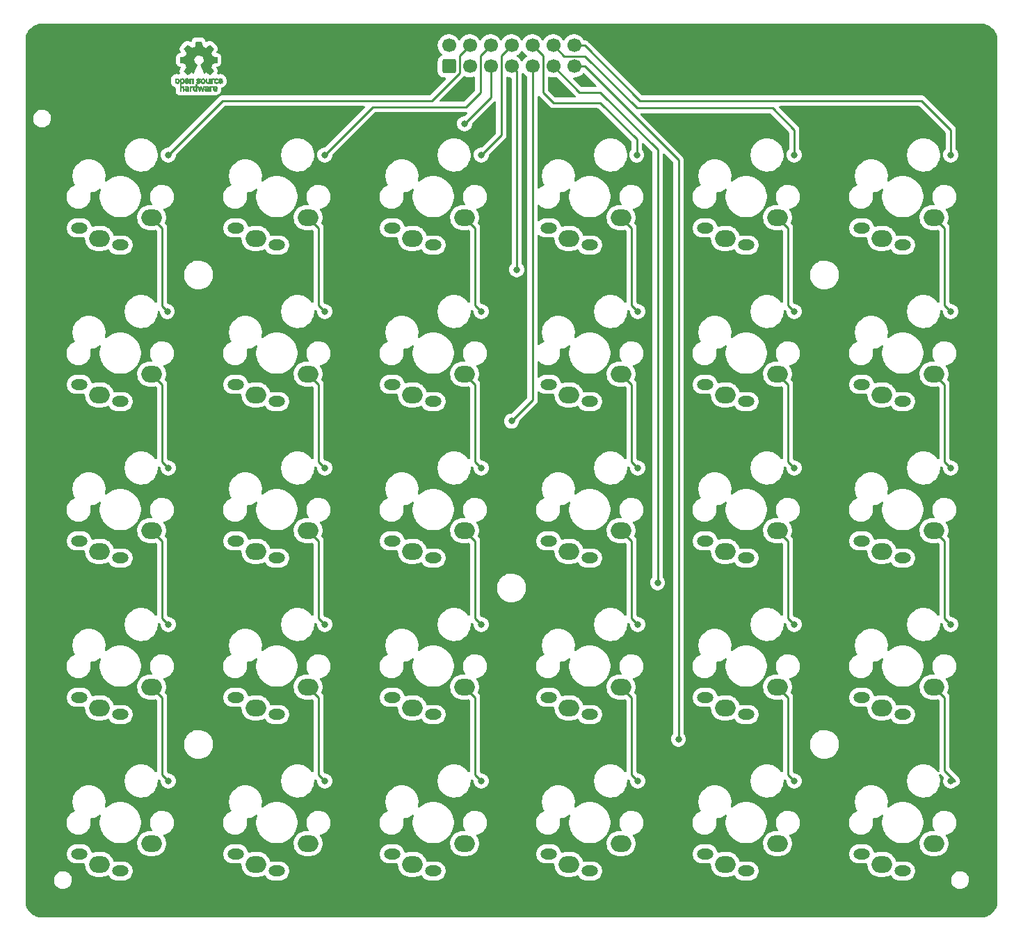
<source format=gtl>
%TF.GenerationSoftware,KiCad,Pcbnew,(6.0.5-0)*%
%TF.CreationDate,2022-06-17T00:42:47+08:00*%
%TF.ProjectId,Pragmatic,50726167-6d61-4746-9963-2e6b69636164,3*%
%TF.SameCoordinates,PX9157080PY3680a30*%
%TF.FileFunction,Copper,L1,Top*%
%TF.FilePolarity,Positive*%
%FSLAX46Y46*%
G04 Gerber Fmt 4.6, Leading zero omitted, Abs format (unit mm)*
G04 Created by KiCad (PCBNEW (6.0.5-0)) date 2022-06-17 00:42:47*
%MOMM*%
%LPD*%
G01*
G04 APERTURE LIST*
G04 Aperture macros list*
%AMRoundRect*
0 Rectangle with rounded corners*
0 $1 Rounding radius*
0 $2 $3 $4 $5 $6 $7 $8 $9 X,Y pos of 4 corners*
0 Add a 4 corners polygon primitive as box body*
4,1,4,$2,$3,$4,$5,$6,$7,$8,$9,$2,$3,0*
0 Add four circle primitives for the rounded corners*
1,1,$1+$1,$2,$3*
1,1,$1+$1,$4,$5*
1,1,$1+$1,$6,$7*
1,1,$1+$1,$8,$9*
0 Add four rect primitives between the rounded corners*
20,1,$1+$1,$2,$3,$4,$5,0*
20,1,$1+$1,$4,$5,$6,$7,0*
20,1,$1+$1,$6,$7,$8,$9,0*
20,1,$1+$1,$8,$9,$2,$3,0*%
G04 Aperture macros list end*
%TA.AperFunction,EtchedComponent*%
%ADD10C,0.010000*%
%TD*%
%TA.AperFunction,ComponentPad*%
%ADD11O,2.000000X1.300000*%
%TD*%
%TA.AperFunction,ComponentPad*%
%ADD12O,2.500000X2.000000*%
%TD*%
%TA.AperFunction,ComponentPad*%
%ADD13RoundRect,0.250000X0.600000X-0.600000X0.600000X0.600000X-0.600000X0.600000X-0.600000X-0.600000X0*%
%TD*%
%TA.AperFunction,ComponentPad*%
%ADD14C,1.700000*%
%TD*%
%TA.AperFunction,ViaPad*%
%ADD15C,0.800000*%
%TD*%
%TA.AperFunction,Conductor*%
%ADD16C,0.250000*%
%TD*%
G04 APERTURE END LIST*
G36*
X-84988337Y13139756D02*
G01*
X-84957376Y13178420D01*
X-84938624Y13195136D01*
X-84920267Y13206122D01*
X-84896381Y13212820D01*
X-84861043Y13216674D01*
X-84808331Y13219127D01*
X-84787423Y13219832D01*
X-84656188Y13224121D01*
X-84656380Y13263842D01*
X-84661463Y13305595D01*
X-84679838Y13330842D01*
X-84716961Y13346970D01*
X-84717957Y13347258D01*
X-84770590Y13353600D01*
X-84822094Y13345316D01*
X-84860370Y13325173D01*
X-84875728Y13315227D01*
X-84892270Y13316603D01*
X-84917725Y13331013D01*
X-84932672Y13341183D01*
X-84961909Y13362912D01*
X-84980020Y13379200D01*
X-84982926Y13383863D01*
X-84970960Y13407995D01*
X-84935604Y13436815D01*
X-84920247Y13446539D01*
X-84876099Y13463286D01*
X-84816602Y13472773D01*
X-84750513Y13474905D01*
X-84686589Y13469583D01*
X-84633589Y13456710D01*
X-84618269Y13449890D01*
X-84588572Y13432026D01*
X-84565780Y13411907D01*
X-84548917Y13386038D01*
X-84537002Y13350927D01*
X-84529058Y13303080D01*
X-84524106Y13239004D01*
X-84521169Y13155206D01*
X-84520053Y13099232D01*
X-84515948Y12857178D01*
X-84586068Y12857178D01*
X-84628607Y12858962D01*
X-84650524Y12865058D01*
X-84656188Y12875294D01*
X-84659179Y12886363D01*
X-84672549Y12884246D01*
X-84690767Y12875371D01*
X-84736376Y12861767D01*
X-84794993Y12858101D01*
X-84856646Y12864097D01*
X-84911362Y12879479D01*
X-84916270Y12881614D01*
X-84966277Y12916745D01*
X-84999244Y12965581D01*
X-85014413Y13022667D01*
X-85013254Y13043176D01*
X-84889492Y13043176D01*
X-84878587Y13015575D01*
X-84846255Y12995796D01*
X-84794090Y12985181D01*
X-84766213Y12983772D01*
X-84719753Y12987380D01*
X-84688871Y13001403D01*
X-84681336Y13008069D01*
X-84660924Y13044334D01*
X-84656188Y13077227D01*
X-84656188Y13121237D01*
X-84717487Y13121237D01*
X-84788744Y13117605D01*
X-84838724Y13106182D01*
X-84870304Y13086176D01*
X-84877374Y13077257D01*
X-84889492Y13043176D01*
X-85013254Y13043176D01*
X-85011029Y13082544D01*
X-84988337Y13139756D01*
G37*
D10*
X-84988337Y13139756D02*
X-84957376Y13178420D01*
X-84938624Y13195136D01*
X-84920267Y13206122D01*
X-84896381Y13212820D01*
X-84861043Y13216674D01*
X-84808331Y13219127D01*
X-84787423Y13219832D01*
X-84656188Y13224121D01*
X-84656380Y13263842D01*
X-84661463Y13305595D01*
X-84679838Y13330842D01*
X-84716961Y13346970D01*
X-84717957Y13347258D01*
X-84770590Y13353600D01*
X-84822094Y13345316D01*
X-84860370Y13325173D01*
X-84875728Y13315227D01*
X-84892270Y13316603D01*
X-84917725Y13331013D01*
X-84932672Y13341183D01*
X-84961909Y13362912D01*
X-84980020Y13379200D01*
X-84982926Y13383863D01*
X-84970960Y13407995D01*
X-84935604Y13436815D01*
X-84920247Y13446539D01*
X-84876099Y13463286D01*
X-84816602Y13472773D01*
X-84750513Y13474905D01*
X-84686589Y13469583D01*
X-84633589Y13456710D01*
X-84618269Y13449890D01*
X-84588572Y13432026D01*
X-84565780Y13411907D01*
X-84548917Y13386038D01*
X-84537002Y13350927D01*
X-84529058Y13303080D01*
X-84524106Y13239004D01*
X-84521169Y13155206D01*
X-84520053Y13099232D01*
X-84515948Y12857178D01*
X-84586068Y12857178D01*
X-84628607Y12858962D01*
X-84650524Y12865058D01*
X-84656188Y12875294D01*
X-84659179Y12886363D01*
X-84672549Y12884246D01*
X-84690767Y12875371D01*
X-84736376Y12861767D01*
X-84794993Y12858101D01*
X-84856646Y12864097D01*
X-84911362Y12879479D01*
X-84916270Y12881614D01*
X-84966277Y12916745D01*
X-84999244Y12965581D01*
X-85014413Y13022667D01*
X-85013254Y13043176D01*
X-84889492Y13043176D01*
X-84878587Y13015575D01*
X-84846255Y12995796D01*
X-84794090Y12985181D01*
X-84766213Y12983772D01*
X-84719753Y12987380D01*
X-84688871Y13001403D01*
X-84681336Y13008069D01*
X-84660924Y13044334D01*
X-84656188Y13077227D01*
X-84656188Y13121237D01*
X-84717487Y13121237D01*
X-84788744Y13117605D01*
X-84838724Y13106182D01*
X-84870304Y13086176D01*
X-84877374Y13077257D01*
X-84889492Y13043176D01*
X-85013254Y13043176D01*
X-85011029Y13082544D01*
X-84988337Y13139756D01*
G36*
X-84089745Y13473514D02*
G01*
X-84041405Y13463985D01*
X-84013886Y13449875D01*
X-83984936Y13426432D01*
X-84026124Y13374429D01*
X-84051518Y13342936D01*
X-84068762Y13327572D01*
X-84085898Y13325224D01*
X-84110973Y13332783D01*
X-84122743Y13337059D01*
X-84170730Y13343369D01*
X-84214676Y13329844D01*
X-84246940Y13299290D01*
X-84252181Y13289548D01*
X-84257888Y13263742D01*
X-84262294Y13216183D01*
X-84265189Y13150242D01*
X-84266369Y13069290D01*
X-84266386Y13057774D01*
X-84266386Y12857178D01*
X-84404703Y12857178D01*
X-84404703Y13473317D01*
X-84335544Y13473317D01*
X-84295667Y13472275D01*
X-84274893Y13467642D01*
X-84267211Y13457151D01*
X-84266386Y13447255D01*
X-84266386Y13421194D01*
X-84233255Y13447255D01*
X-84195265Y13465035D01*
X-84144230Y13473826D01*
X-84089745Y13473514D01*
G37*
X-84089745Y13473514D02*
X-84041405Y13463985D01*
X-84013886Y13449875D01*
X-83984936Y13426432D01*
X-84026124Y13374429D01*
X-84051518Y13342936D01*
X-84068762Y13327572D01*
X-84085898Y13325224D01*
X-84110973Y13332783D01*
X-84122743Y13337059D01*
X-84170730Y13343369D01*
X-84214676Y13329844D01*
X-84246940Y13299290D01*
X-84252181Y13289548D01*
X-84257888Y13263742D01*
X-84262294Y13216183D01*
X-84265189Y13150242D01*
X-84266369Y13069290D01*
X-84266386Y13057774D01*
X-84266386Y12857178D01*
X-84404703Y12857178D01*
X-84404703Y13473317D01*
X-84335544Y13473317D01*
X-84295667Y13472275D01*
X-84274893Y13467642D01*
X-84267211Y13457151D01*
X-84266386Y13447255D01*
X-84266386Y13421194D01*
X-84233255Y13447255D01*
X-84195265Y13465035D01*
X-84144230Y13473826D01*
X-84089745Y13473514D01*
G36*
X-86479012Y14405998D02*
G01*
X-86447717Y14391050D01*
X-86417409Y14369459D01*
X-86394318Y14344609D01*
X-86377500Y14312913D01*
X-86366006Y14270786D01*
X-86358891Y14214642D01*
X-86355207Y14140894D01*
X-86354008Y14045956D01*
X-86353989Y14036015D01*
X-86353713Y13812821D01*
X-86492030Y13812821D01*
X-86492030Y14018582D01*
X-86492128Y14094811D01*
X-86492809Y14150061D01*
X-86494651Y14188499D01*
X-86498233Y14214294D01*
X-86504132Y14231616D01*
X-86512927Y14244632D01*
X-86525180Y14257493D01*
X-86568047Y14285127D01*
X-86614843Y14290255D01*
X-86659424Y14272783D01*
X-86674928Y14259779D01*
X-86686310Y14247553D01*
X-86694481Y14234460D01*
X-86699974Y14216385D01*
X-86703320Y14189213D01*
X-86705051Y14148830D01*
X-86705697Y14091121D01*
X-86705792Y14020868D01*
X-86705792Y13812821D01*
X-86844109Y13812821D01*
X-86844109Y14416386D01*
X-86774950Y14416386D01*
X-86733428Y14414744D01*
X-86712006Y14408913D01*
X-86705795Y14397539D01*
X-86705792Y14397202D01*
X-86702910Y14386062D01*
X-86690199Y14387326D01*
X-86664926Y14399566D01*
X-86607605Y14417576D01*
X-86542037Y14419579D01*
X-86479012Y14405998D01*
G37*
X-86479012Y14405998D02*
X-86447717Y14391050D01*
X-86417409Y14369459D01*
X-86394318Y14344609D01*
X-86377500Y14312913D01*
X-86366006Y14270786D01*
X-86358891Y14214642D01*
X-86355207Y14140894D01*
X-86354008Y14045956D01*
X-86353989Y14036015D01*
X-86353713Y13812821D01*
X-86492030Y13812821D01*
X-86492030Y14018582D01*
X-86492128Y14094811D01*
X-86492809Y14150061D01*
X-86494651Y14188499D01*
X-86498233Y14214294D01*
X-86504132Y14231616D01*
X-86512927Y14244632D01*
X-86525180Y14257493D01*
X-86568047Y14285127D01*
X-86614843Y14290255D01*
X-86659424Y14272783D01*
X-86674928Y14259779D01*
X-86686310Y14247553D01*
X-86694481Y14234460D01*
X-86699974Y14216385D01*
X-86703320Y14189213D01*
X-86705051Y14148830D01*
X-86705697Y14091121D01*
X-86705792Y14020868D01*
X-86705792Y13812821D01*
X-86844109Y13812821D01*
X-86844109Y14416386D01*
X-86774950Y14416386D01*
X-86733428Y14414744D01*
X-86712006Y14408913D01*
X-86705795Y14397539D01*
X-86705792Y14397202D01*
X-86702910Y14386062D01*
X-86690199Y14387326D01*
X-86664926Y14399566D01*
X-86607605Y14417576D01*
X-86542037Y14419579D01*
X-86479012Y14405998D01*
G36*
X-87391038Y14314975D02*
G01*
X-87358807Y14354361D01*
X-87299217Y14397069D01*
X-87229168Y14419891D01*
X-87154661Y14421954D01*
X-87081699Y14402386D01*
X-87069168Y14396486D01*
X-87025799Y14364717D01*
X-86984790Y14318354D01*
X-86954168Y14267304D01*
X-86945459Y14243834D01*
X-86937512Y14201909D01*
X-86932774Y14151243D01*
X-86932199Y14130321D01*
X-86932129Y14064307D01*
X-87312083Y14064307D01*
X-87303983Y14029727D01*
X-87284104Y13988830D01*
X-87249347Y13953486D01*
X-87207998Y13930718D01*
X-87181649Y13925990D01*
X-87145916Y13931727D01*
X-87103282Y13946118D01*
X-87088799Y13952738D01*
X-87035240Y13979487D01*
X-86989533Y13944624D01*
X-86963158Y13921045D01*
X-86949124Y13901583D01*
X-86948414Y13895871D01*
X-86960951Y13882027D01*
X-86988428Y13860988D01*
X-87013366Y13844575D01*
X-87080664Y13815070D01*
X-87156110Y13801716D01*
X-87230888Y13805188D01*
X-87290495Y13823337D01*
X-87351941Y13862216D01*
X-87395608Y13913405D01*
X-87422926Y13979633D01*
X-87435322Y14063629D01*
X-87436421Y14102064D01*
X-87432022Y14190139D01*
X-87431482Y14192701D01*
X-87305582Y14192701D01*
X-87302115Y14184442D01*
X-87287863Y14179887D01*
X-87258470Y14177935D01*
X-87209575Y14177483D01*
X-87190748Y14177475D01*
X-87133467Y14178157D01*
X-87097141Y14180636D01*
X-87077604Y14185557D01*
X-87070690Y14193566D01*
X-87070445Y14196138D01*
X-87078336Y14216577D01*
X-87098085Y14245211D01*
X-87106575Y14255237D01*
X-87138094Y14283592D01*
X-87170949Y14294741D01*
X-87188651Y14295673D01*
X-87236539Y14284019D01*
X-87276699Y14252715D01*
X-87302173Y14207248D01*
X-87302625Y14205767D01*
X-87305582Y14192701D01*
X-87431482Y14192701D01*
X-87417392Y14259490D01*
X-87391038Y14314975D01*
G37*
X-87391038Y14314975D02*
X-87358807Y14354361D01*
X-87299217Y14397069D01*
X-87229168Y14419891D01*
X-87154661Y14421954D01*
X-87081699Y14402386D01*
X-87069168Y14396486D01*
X-87025799Y14364717D01*
X-86984790Y14318354D01*
X-86954168Y14267304D01*
X-86945459Y14243834D01*
X-86937512Y14201909D01*
X-86932774Y14151243D01*
X-86932199Y14130321D01*
X-86932129Y14064307D01*
X-87312083Y14064307D01*
X-87303983Y14029727D01*
X-87284104Y13988830D01*
X-87249347Y13953486D01*
X-87207998Y13930718D01*
X-87181649Y13925990D01*
X-87145916Y13931727D01*
X-87103282Y13946118D01*
X-87088799Y13952738D01*
X-87035240Y13979487D01*
X-86989533Y13944624D01*
X-86963158Y13921045D01*
X-86949124Y13901583D01*
X-86948414Y13895871D01*
X-86960951Y13882027D01*
X-86988428Y13860988D01*
X-87013366Y13844575D01*
X-87080664Y13815070D01*
X-87156110Y13801716D01*
X-87230888Y13805188D01*
X-87290495Y13823337D01*
X-87351941Y13862216D01*
X-87395608Y13913405D01*
X-87422926Y13979633D01*
X-87435322Y14063629D01*
X-87436421Y14102064D01*
X-87432022Y14190139D01*
X-87431482Y14192701D01*
X-87305582Y14192701D01*
X-87302115Y14184442D01*
X-87287863Y14179887D01*
X-87258470Y14177935D01*
X-87209575Y14177483D01*
X-87190748Y14177475D01*
X-87133467Y14178157D01*
X-87097141Y14180636D01*
X-87077604Y14185557D01*
X-87070690Y14193566D01*
X-87070445Y14196138D01*
X-87078336Y14216577D01*
X-87098085Y14245211D01*
X-87106575Y14255237D01*
X-87138094Y14283592D01*
X-87170949Y14294741D01*
X-87188651Y14295673D01*
X-87236539Y14284019D01*
X-87276699Y14252715D01*
X-87302173Y14207248D01*
X-87302625Y14205767D01*
X-87305582Y14192701D01*
X-87431482Y14192701D01*
X-87417392Y14259490D01*
X-87391038Y14314975D01*
G36*
X-83296302Y14310809D02*
G01*
X-83250299Y14366221D01*
X-83192179Y14403991D01*
X-83123820Y14422104D01*
X-83047102Y14418543D01*
X-83014904Y14410721D01*
X-82953175Y14382079D01*
X-82900390Y14338333D01*
X-82863859Y14285883D01*
X-82858840Y14274107D01*
X-82851955Y14243260D01*
X-82847136Y14197629D01*
X-82845495Y14151508D01*
X-82845495Y14064307D01*
X-83027822Y14064307D01*
X-83103021Y14064022D01*
X-83155997Y14062296D01*
X-83189675Y14057819D01*
X-83206980Y14049280D01*
X-83210837Y14035370D01*
X-83204171Y14014778D01*
X-83192230Y13990685D01*
X-83158920Y13950475D01*
X-83112632Y13930442D01*
X-83056056Y13931095D01*
X-82991969Y13952899D01*
X-82936583Y13979807D01*
X-82890625Y13943468D01*
X-82844667Y13907128D01*
X-82887904Y13867181D01*
X-82945626Y13829437D01*
X-83016614Y13806680D01*
X-83092971Y13800312D01*
X-83166801Y13811732D01*
X-83178713Y13815607D01*
X-83243601Y13849494D01*
X-83291870Y13900014D01*
X-83324535Y13968675D01*
X-83342615Y14056986D01*
X-83342825Y14058879D01*
X-83344444Y14155122D01*
X-83337900Y14189458D01*
X-83210148Y14189458D01*
X-83198416Y14184178D01*
X-83166562Y14180133D01*
X-83119603Y14177824D01*
X-83089846Y14177475D01*
X-83034352Y14177694D01*
X-82999654Y14179084D01*
X-82981399Y14182749D01*
X-82975234Y14189790D01*
X-82976805Y14201310D01*
X-82978122Y14205767D01*
X-83000618Y14247645D01*
X-83035997Y14281396D01*
X-83067220Y14296227D01*
X-83108699Y14295332D01*
X-83150731Y14276836D01*
X-83185988Y14246214D01*
X-83207146Y14208938D01*
X-83210148Y14189458D01*
X-83337900Y14189458D01*
X-83328310Y14239771D01*
X-83296302Y14310809D01*
G37*
X-83296302Y14310809D02*
X-83250299Y14366221D01*
X-83192179Y14403991D01*
X-83123820Y14422104D01*
X-83047102Y14418543D01*
X-83014904Y14410721D01*
X-82953175Y14382079D01*
X-82900390Y14338333D01*
X-82863859Y14285883D01*
X-82858840Y14274107D01*
X-82851955Y14243260D01*
X-82847136Y14197629D01*
X-82845495Y14151508D01*
X-82845495Y14064307D01*
X-83027822Y14064307D01*
X-83103021Y14064022D01*
X-83155997Y14062296D01*
X-83189675Y14057819D01*
X-83206980Y14049280D01*
X-83210837Y14035370D01*
X-83204171Y14014778D01*
X-83192230Y13990685D01*
X-83158920Y13950475D01*
X-83112632Y13930442D01*
X-83056056Y13931095D01*
X-82991969Y13952899D01*
X-82936583Y13979807D01*
X-82890625Y13943468D01*
X-82844667Y13907128D01*
X-82887904Y13867181D01*
X-82945626Y13829437D01*
X-83016614Y13806680D01*
X-83092971Y13800312D01*
X-83166801Y13811732D01*
X-83178713Y13815607D01*
X-83243601Y13849494D01*
X-83291870Y13900014D01*
X-83324535Y13968675D01*
X-83342615Y14056986D01*
X-83342825Y14058879D01*
X-83344444Y14155122D01*
X-83337900Y14189458D01*
X-83210148Y14189458D01*
X-83198416Y14184178D01*
X-83166562Y14180133D01*
X-83119603Y14177824D01*
X-83089846Y14177475D01*
X-83034352Y14177694D01*
X-82999654Y14179084D01*
X-82981399Y14182749D01*
X-82975234Y14189790D01*
X-82976805Y14201310D01*
X-82978122Y14205767D01*
X-83000618Y14247645D01*
X-83035997Y14281396D01*
X-83067220Y14296227D01*
X-83108699Y14295332D01*
X-83150731Y14276836D01*
X-83185988Y14246214D01*
X-83207146Y14208938D01*
X-83210148Y14189458D01*
X-83337900Y14189458D01*
X-83328310Y14239771D01*
X-83296302Y14310809D01*
G36*
X-85710983Y14418548D02*
G01*
X-85663366Y14409518D01*
X-85613966Y14390630D01*
X-85608688Y14388223D01*
X-85571226Y14368524D01*
X-85545283Y14350219D01*
X-85536897Y14338492D01*
X-85544883Y14319368D01*
X-85564280Y14291150D01*
X-85572890Y14280616D01*
X-85608372Y14239153D01*
X-85654115Y14266142D01*
X-85697650Y14284122D01*
X-85747950Y14293733D01*
X-85796188Y14294340D01*
X-85833533Y14285309D01*
X-85842495Y14279673D01*
X-85859563Y14253829D01*
X-85861637Y14224059D01*
X-85848866Y14200803D01*
X-85841312Y14196292D01*
X-85818675Y14190691D01*
X-85778885Y14184108D01*
X-85729834Y14177817D01*
X-85720785Y14176830D01*
X-85642004Y14163202D01*
X-85584864Y14140054D01*
X-85546970Y14105248D01*
X-85525921Y14056646D01*
X-85519365Y13997282D01*
X-85528423Y13929802D01*
X-85557836Y13876812D01*
X-85607722Y13838217D01*
X-85678200Y13813919D01*
X-85756435Y13804333D01*
X-85820234Y13804448D01*
X-85871984Y13813155D01*
X-85907327Y13825175D01*
X-85951983Y13846120D01*
X-85993253Y13870426D01*
X-86007921Y13881124D01*
X-86045643Y13911916D01*
X-86000148Y13957951D01*
X-85954653Y14003987D01*
X-85902928Y13969757D01*
X-85851048Y13944048D01*
X-85795649Y13930601D01*
X-85742395Y13929182D01*
X-85696951Y13939557D01*
X-85664984Y13961493D01*
X-85654662Y13980002D01*
X-85656211Y14009686D01*
X-85681860Y14032385D01*
X-85731540Y14048060D01*
X-85785969Y14055305D01*
X-85869736Y14069127D01*
X-85931967Y14095204D01*
X-85973493Y14134301D01*
X-85995147Y14187180D01*
X-85998147Y14249874D01*
X-85983329Y14315358D01*
X-85949546Y14364856D01*
X-85896495Y14398592D01*
X-85823874Y14416793D01*
X-85770072Y14420361D01*
X-85710983Y14418548D01*
G37*
X-85710983Y14418548D02*
X-85663366Y14409518D01*
X-85613966Y14390630D01*
X-85608688Y14388223D01*
X-85571226Y14368524D01*
X-85545283Y14350219D01*
X-85536897Y14338492D01*
X-85544883Y14319368D01*
X-85564280Y14291150D01*
X-85572890Y14280616D01*
X-85608372Y14239153D01*
X-85654115Y14266142D01*
X-85697650Y14284122D01*
X-85747950Y14293733D01*
X-85796188Y14294340D01*
X-85833533Y14285309D01*
X-85842495Y14279673D01*
X-85859563Y14253829D01*
X-85861637Y14224059D01*
X-85848866Y14200803D01*
X-85841312Y14196292D01*
X-85818675Y14190691D01*
X-85778885Y14184108D01*
X-85729834Y14177817D01*
X-85720785Y14176830D01*
X-85642004Y14163202D01*
X-85584864Y14140054D01*
X-85546970Y14105248D01*
X-85525921Y14056646D01*
X-85519365Y13997282D01*
X-85528423Y13929802D01*
X-85557836Y13876812D01*
X-85607722Y13838217D01*
X-85678200Y13813919D01*
X-85756435Y13804333D01*
X-85820234Y13804448D01*
X-85871984Y13813155D01*
X-85907327Y13825175D01*
X-85951983Y13846120D01*
X-85993253Y13870426D01*
X-86007921Y13881124D01*
X-86045643Y13911916D01*
X-86000148Y13957951D01*
X-85954653Y14003987D01*
X-85902928Y13969757D01*
X-85851048Y13944048D01*
X-85795649Y13930601D01*
X-85742395Y13929182D01*
X-85696951Y13939557D01*
X-85664984Y13961493D01*
X-85654662Y13980002D01*
X-85656211Y14009686D01*
X-85681860Y14032385D01*
X-85731540Y14048060D01*
X-85785969Y14055305D01*
X-85869736Y14069127D01*
X-85931967Y14095204D01*
X-85973493Y14134301D01*
X-85995147Y14187180D01*
X-85998147Y14249874D01*
X-85983329Y14315358D01*
X-85949546Y14364856D01*
X-85896495Y14398592D01*
X-85823874Y14416793D01*
X-85770072Y14420361D01*
X-85710983Y14418548D01*
G36*
X-83960945Y13344051D02*
G01*
X-83924530Y13403737D01*
X-83872703Y13444451D01*
X-83805010Y13466821D01*
X-83768338Y13471129D01*
X-83692419Y13470030D01*
X-83632315Y13454403D01*
X-83581979Y13422152D01*
X-83557607Y13398060D01*
X-83517655Y13341105D01*
X-83494758Y13275035D01*
X-83486892Y13193818D01*
X-83486852Y13187252D01*
X-83486782Y13121237D01*
X-83866736Y13121237D01*
X-83858637Y13086658D01*
X-83844013Y13055341D01*
X-83818419Y13022709D01*
X-83813065Y13017500D01*
X-83767057Y12989306D01*
X-83714590Y12984525D01*
X-83654197Y13003074D01*
X-83643960Y13008069D01*
X-83612561Y13023255D01*
X-83591530Y13031906D01*
X-83587861Y13032707D01*
X-83575052Y13024937D01*
X-83550622Y13005928D01*
X-83538221Y12995540D01*
X-83512524Y12971679D01*
X-83504085Y12955923D01*
X-83509942Y12941429D01*
X-83513072Y12937466D01*
X-83534275Y12920121D01*
X-83569262Y12899041D01*
X-83593663Y12886735D01*
X-83662928Y12865054D01*
X-83739612Y12858029D01*
X-83812235Y12866353D01*
X-83832574Y12872314D01*
X-83895524Y12906048D01*
X-83942185Y12957955D01*
X-83972827Y13028541D01*
X-83987718Y13118308D01*
X-83989353Y13165247D01*
X-83984579Y13233587D01*
X-83864010Y13233587D01*
X-83852348Y13228535D01*
X-83821002Y13224571D01*
X-83775429Y13222232D01*
X-83744554Y13221831D01*
X-83689019Y13222217D01*
X-83653967Y13224025D01*
X-83634738Y13228227D01*
X-83626670Y13235797D01*
X-83625099Y13246782D01*
X-83635879Y13280619D01*
X-83663020Y13314060D01*
X-83698723Y13339728D01*
X-83734440Y13350228D01*
X-83782952Y13340914D01*
X-83824947Y13313987D01*
X-83854064Y13275173D01*
X-83864010Y13233587D01*
X-83984579Y13233587D01*
X-83982401Y13264764D01*
X-83960945Y13344051D01*
G37*
X-83960945Y13344051D02*
X-83924530Y13403737D01*
X-83872703Y13444451D01*
X-83805010Y13466821D01*
X-83768338Y13471129D01*
X-83692419Y13470030D01*
X-83632315Y13454403D01*
X-83581979Y13422152D01*
X-83557607Y13398060D01*
X-83517655Y13341105D01*
X-83494758Y13275035D01*
X-83486892Y13193818D01*
X-83486852Y13187252D01*
X-83486782Y13121237D01*
X-83866736Y13121237D01*
X-83858637Y13086658D01*
X-83844013Y13055341D01*
X-83818419Y13022709D01*
X-83813065Y13017500D01*
X-83767057Y12989306D01*
X-83714590Y12984525D01*
X-83654197Y13003074D01*
X-83643960Y13008069D01*
X-83612561Y13023255D01*
X-83591530Y13031906D01*
X-83587861Y13032707D01*
X-83575052Y13024937D01*
X-83550622Y13005928D01*
X-83538221Y12995540D01*
X-83512524Y12971679D01*
X-83504085Y12955923D01*
X-83509942Y12941429D01*
X-83513072Y12937466D01*
X-83534275Y12920121D01*
X-83569262Y12899041D01*
X-83593663Y12886735D01*
X-83662928Y12865054D01*
X-83739612Y12858029D01*
X-83812235Y12866353D01*
X-83832574Y12872314D01*
X-83895524Y12906048D01*
X-83942185Y12957955D01*
X-83972827Y13028541D01*
X-83987718Y13118308D01*
X-83989353Y13165247D01*
X-83984579Y13233587D01*
X-83864010Y13233587D01*
X-83852348Y13228535D01*
X-83821002Y13224571D01*
X-83775429Y13222232D01*
X-83744554Y13221831D01*
X-83689019Y13222217D01*
X-83653967Y13224025D01*
X-83634738Y13228227D01*
X-83626670Y13235797D01*
X-83625099Y13246782D01*
X-83635879Y13280619D01*
X-83663020Y13314060D01*
X-83698723Y13339728D01*
X-83734440Y13350228D01*
X-83782952Y13340914D01*
X-83824947Y13313987D01*
X-83854064Y13275173D01*
X-83864010Y13233587D01*
X-83984579Y13233587D01*
X-83982401Y13264764D01*
X-83960945Y13344051D01*
G36*
X-88588948Y14216944D02*
G01*
X-88581362Y14260993D01*
X-88567681Y14295752D01*
X-88546865Y14326449D01*
X-88539147Y14335564D01*
X-88490889Y14380979D01*
X-88439128Y14407507D01*
X-88375828Y14418621D01*
X-88344961Y14419529D01*
X-88263261Y14409852D01*
X-88197479Y14380769D01*
X-88147540Y14332207D01*
X-88113374Y14264092D01*
X-88094907Y14176349D01*
X-88093583Y14162649D01*
X-88092546Y14066061D01*
X-88105993Y13981398D01*
X-88133108Y13912779D01*
X-88147627Y13890706D01*
X-88198201Y13843989D01*
X-88262609Y13813732D01*
X-88334666Y13801176D01*
X-88408185Y13807561D01*
X-88464072Y13827228D01*
X-88512132Y13860371D01*
X-88551412Y13903825D01*
X-88552092Y13904842D01*
X-88568044Y13931662D01*
X-88578410Y13958632D01*
X-88584688Y13992668D01*
X-88588373Y14040690D01*
X-88589997Y14080069D01*
X-88590672Y14115781D01*
X-88464955Y14115781D01*
X-88463726Y14080230D01*
X-88459266Y14032906D01*
X-88451397Y14002535D01*
X-88437207Y13980928D01*
X-88423917Y13968306D01*
X-88376802Y13941878D01*
X-88327505Y13938347D01*
X-88281593Y13957361D01*
X-88258638Y13978669D01*
X-88242096Y14000141D01*
X-88232421Y14020687D01*
X-88228174Y14047426D01*
X-88227920Y14087477D01*
X-88229228Y14124362D01*
X-88232043Y14177053D01*
X-88236505Y14211228D01*
X-88244548Y14233520D01*
X-88258103Y14250558D01*
X-88268845Y14260297D01*
X-88313777Y14285877D01*
X-88362249Y14287153D01*
X-88402894Y14272001D01*
X-88437567Y14240358D01*
X-88458224Y14188380D01*
X-88464955Y14115781D01*
X-88590672Y14115781D01*
X-88591479Y14158379D01*
X-88588948Y14216944D01*
G37*
X-88588948Y14216944D02*
X-88581362Y14260993D01*
X-88567681Y14295752D01*
X-88546865Y14326449D01*
X-88539147Y14335564D01*
X-88490889Y14380979D01*
X-88439128Y14407507D01*
X-88375828Y14418621D01*
X-88344961Y14419529D01*
X-88263261Y14409852D01*
X-88197479Y14380769D01*
X-88147540Y14332207D01*
X-88113374Y14264092D01*
X-88094907Y14176349D01*
X-88093583Y14162649D01*
X-88092546Y14066061D01*
X-88105993Y13981398D01*
X-88133108Y13912779D01*
X-88147627Y13890706D01*
X-88198201Y13843989D01*
X-88262609Y13813732D01*
X-88334666Y13801176D01*
X-88408185Y13807561D01*
X-88464072Y13827228D01*
X-88512132Y13860371D01*
X-88551412Y13903825D01*
X-88552092Y13904842D01*
X-88568044Y13931662D01*
X-88578410Y13958632D01*
X-88584688Y13992668D01*
X-88588373Y14040690D01*
X-88589997Y14080069D01*
X-88590672Y14115781D01*
X-88464955Y14115781D01*
X-88463726Y14080230D01*
X-88459266Y14032906D01*
X-88451397Y14002535D01*
X-88437207Y13980928D01*
X-88423917Y13968306D01*
X-88376802Y13941878D01*
X-88327505Y13938347D01*
X-88281593Y13957361D01*
X-88258638Y13978669D01*
X-88242096Y14000141D01*
X-88232421Y14020687D01*
X-88228174Y14047426D01*
X-88227920Y14087477D01*
X-88229228Y14124362D01*
X-88232043Y14177053D01*
X-88236505Y14211228D01*
X-88244548Y14233520D01*
X-88258103Y14250558D01*
X-88268845Y14260297D01*
X-88313777Y14285877D01*
X-88362249Y14287153D01*
X-88402894Y14272001D01*
X-88437567Y14240358D01*
X-88458224Y14188380D01*
X-88464955Y14115781D01*
X-88590672Y14115781D01*
X-88591479Y14158379D01*
X-88588948Y14216944D01*
G36*
X-84731633Y14220658D02*
G01*
X-84730445Y14128437D01*
X-84726103Y14058390D01*
X-84717442Y14007619D01*
X-84703296Y13973228D01*
X-84682500Y13952321D01*
X-84653890Y13942000D01*
X-84618465Y13939364D01*
X-84581364Y13942318D01*
X-84553182Y13953111D01*
X-84532757Y13974640D01*
X-84518921Y14009801D01*
X-84510509Y14061490D01*
X-84506357Y14132606D01*
X-84505297Y14220658D01*
X-84505297Y14416386D01*
X-84366980Y14416386D01*
X-84366980Y13812821D01*
X-84436138Y13812821D01*
X-84477830Y13814511D01*
X-84499299Y13820444D01*
X-84505297Y13831707D01*
X-84508909Y13841739D01*
X-84523286Y13839617D01*
X-84552264Y13825420D01*
X-84618681Y13803520D01*
X-84689125Y13805072D01*
X-84756623Y13828853D01*
X-84788767Y13847638D01*
X-84813285Y13867978D01*
X-84831196Y13893427D01*
X-84843521Y13927542D01*
X-84851277Y13973879D01*
X-84855484Y14035993D01*
X-84857160Y14117439D01*
X-84857376Y14180422D01*
X-84857376Y14416386D01*
X-84731633Y14416386D01*
X-84731633Y14220658D01*
G37*
X-84731633Y14220658D02*
X-84730445Y14128437D01*
X-84726103Y14058390D01*
X-84717442Y14007619D01*
X-84703296Y13973228D01*
X-84682500Y13952321D01*
X-84653890Y13942000D01*
X-84618465Y13939364D01*
X-84581364Y13942318D01*
X-84553182Y13953111D01*
X-84532757Y13974640D01*
X-84518921Y14009801D01*
X-84510509Y14061490D01*
X-84506357Y14132606D01*
X-84505297Y14220658D01*
X-84505297Y14416386D01*
X-84366980Y14416386D01*
X-84366980Y13812821D01*
X-84436138Y13812821D01*
X-84477830Y13814511D01*
X-84499299Y13820444D01*
X-84505297Y13831707D01*
X-84508909Y13841739D01*
X-84523286Y13839617D01*
X-84552264Y13825420D01*
X-84618681Y13803520D01*
X-84689125Y13805072D01*
X-84756623Y13828853D01*
X-84788767Y13847638D01*
X-84813285Y13867978D01*
X-84831196Y13893427D01*
X-84843521Y13927542D01*
X-84851277Y13973879D01*
X-84855484Y14035993D01*
X-84857160Y14117439D01*
X-84857376Y14180422D01*
X-84857376Y14416386D01*
X-84731633Y14416386D01*
X-84731633Y14220658D01*
G36*
X-85443476Y13470763D02*
G01*
X-85393745Y13467029D01*
X-85263709Y13077227D01*
X-85243322Y13146386D01*
X-85231054Y13189126D01*
X-85214915Y13246885D01*
X-85197488Y13310375D01*
X-85188274Y13344430D01*
X-85153612Y13473317D01*
X-85010609Y13473317D01*
X-85053354Y13338143D01*
X-85074404Y13271658D01*
X-85099833Y13191461D01*
X-85126390Y13107807D01*
X-85150098Y13033218D01*
X-85204098Y12863465D01*
X-85262402Y12859672D01*
X-85320705Y12855878D01*
X-85352321Y12960266D01*
X-85371818Y13025111D01*
X-85393096Y13096600D01*
X-85411692Y13159737D01*
X-85412426Y13162250D01*
X-85426316Y13205031D01*
X-85438571Y13234221D01*
X-85447154Y13245259D01*
X-85448918Y13243982D01*
X-85455109Y13226870D01*
X-85466872Y13190213D01*
X-85482775Y13138622D01*
X-85501386Y13076706D01*
X-85511457Y13042648D01*
X-85565993Y12857178D01*
X-85681736Y12857178D01*
X-85774263Y13149529D01*
X-85800256Y13231538D01*
X-85823934Y13306013D01*
X-85844180Y13369456D01*
X-85859874Y13418368D01*
X-85869898Y13449251D01*
X-85872945Y13458274D01*
X-85870533Y13467513D01*
X-85851592Y13471559D01*
X-85812177Y13471154D01*
X-85806007Y13470848D01*
X-85732914Y13467029D01*
X-85685043Y13290990D01*
X-85667447Y13226789D01*
X-85651723Y13170351D01*
X-85639254Y13126578D01*
X-85631426Y13100370D01*
X-85629980Y13096097D01*
X-85623986Y13101010D01*
X-85611899Y13126468D01*
X-85595107Y13169003D01*
X-85574997Y13225150D01*
X-85557997Y13275870D01*
X-85493206Y13474496D01*
X-85443476Y13470763D01*
G37*
X-85443476Y13470763D02*
X-85393745Y13467029D01*
X-85263709Y13077227D01*
X-85243322Y13146386D01*
X-85231054Y13189126D01*
X-85214915Y13246885D01*
X-85197488Y13310375D01*
X-85188274Y13344430D01*
X-85153612Y13473317D01*
X-85010609Y13473317D01*
X-85053354Y13338143D01*
X-85074404Y13271658D01*
X-85099833Y13191461D01*
X-85126390Y13107807D01*
X-85150098Y13033218D01*
X-85204098Y12863465D01*
X-85262402Y12859672D01*
X-85320705Y12855878D01*
X-85352321Y12960266D01*
X-85371818Y13025111D01*
X-85393096Y13096600D01*
X-85411692Y13159737D01*
X-85412426Y13162250D01*
X-85426316Y13205031D01*
X-85438571Y13234221D01*
X-85447154Y13245259D01*
X-85448918Y13243982D01*
X-85455109Y13226870D01*
X-85466872Y13190213D01*
X-85482775Y13138622D01*
X-85501386Y13076706D01*
X-85511457Y13042648D01*
X-85565993Y12857178D01*
X-85681736Y12857178D01*
X-85774263Y13149529D01*
X-85800256Y13231538D01*
X-85823934Y13306013D01*
X-85844180Y13369456D01*
X-85859874Y13418368D01*
X-85869898Y13449251D01*
X-85872945Y13458274D01*
X-85870533Y13467513D01*
X-85851592Y13471559D01*
X-85812177Y13471154D01*
X-85806007Y13470848D01*
X-85732914Y13467029D01*
X-85685043Y13290990D01*
X-85667447Y13226789D01*
X-85651723Y13170351D01*
X-85639254Y13126578D01*
X-85631426Y13100370D01*
X-85629980Y13096097D01*
X-85623986Y13101010D01*
X-85611899Y13126468D01*
X-85595107Y13169003D01*
X-85574997Y13225150D01*
X-85557997Y13275870D01*
X-85493206Y13474496D01*
X-85443476Y13470763D01*
G36*
X-85439612Y14264499D02*
G01*
X-85405971Y14332470D01*
X-85355982Y14381336D01*
X-85289644Y14411101D01*
X-85275399Y14414552D01*
X-85189790Y14422655D01*
X-85114238Y14408945D01*
X-85050637Y14374308D01*
X-85000877Y14319628D01*
X-84977432Y14275158D01*
X-84967366Y14235879D01*
X-84960844Y14179884D01*
X-84958049Y14115379D01*
X-84959164Y14050571D01*
X-84964374Y13993666D01*
X-84970459Y13963273D01*
X-84990986Y13921694D01*
X-85026537Y13877532D01*
X-85069381Y13838913D01*
X-85111789Y13813966D01*
X-85112823Y13813570D01*
X-85165447Y13802669D01*
X-85227812Y13802399D01*
X-85287076Y13812324D01*
X-85309960Y13820278D01*
X-85368898Y13853700D01*
X-85411110Y13897489D01*
X-85438844Y13955462D01*
X-85454349Y14031435D01*
X-85457857Y14071229D01*
X-85457410Y14121234D01*
X-85322624Y14121234D01*
X-85318083Y14048268D01*
X-85305014Y13992666D01*
X-85284244Y13957139D01*
X-85269448Y13946980D01*
X-85231536Y13939896D01*
X-85186473Y13941993D01*
X-85147513Y13952188D01*
X-85137296Y13957796D01*
X-85110341Y13990462D01*
X-85092549Y14040455D01*
X-85084976Y14101295D01*
X-85088675Y14166503D01*
X-85096943Y14205747D01*
X-85120680Y14251195D01*
X-85158151Y14279604D01*
X-85203280Y14289427D01*
X-85249989Y14279113D01*
X-85285868Y14253888D01*
X-85304723Y14233075D01*
X-85315728Y14212561D01*
X-85320974Y14184797D01*
X-85322551Y14142238D01*
X-85322624Y14121234D01*
X-85457410Y14121234D01*
X-85456906Y14177420D01*
X-85439612Y14264499D01*
G37*
X-85439612Y14264499D02*
X-85405971Y14332470D01*
X-85355982Y14381336D01*
X-85289644Y14411101D01*
X-85275399Y14414552D01*
X-85189790Y14422655D01*
X-85114238Y14408945D01*
X-85050637Y14374308D01*
X-85000877Y14319628D01*
X-84977432Y14275158D01*
X-84967366Y14235879D01*
X-84960844Y14179884D01*
X-84958049Y14115379D01*
X-84959164Y14050571D01*
X-84964374Y13993666D01*
X-84970459Y13963273D01*
X-84990986Y13921694D01*
X-85026537Y13877532D01*
X-85069381Y13838913D01*
X-85111789Y13813966D01*
X-85112823Y13813570D01*
X-85165447Y13802669D01*
X-85227812Y13802399D01*
X-85287076Y13812324D01*
X-85309960Y13820278D01*
X-85368898Y13853700D01*
X-85411110Y13897489D01*
X-85438844Y13955462D01*
X-85454349Y14031435D01*
X-85457857Y14071229D01*
X-85457410Y14121234D01*
X-85322624Y14121234D01*
X-85318083Y14048268D01*
X-85305014Y13992666D01*
X-85284244Y13957139D01*
X-85269448Y13946980D01*
X-85231536Y13939896D01*
X-85186473Y13941993D01*
X-85147513Y13952188D01*
X-85137296Y13957796D01*
X-85110341Y13990462D01*
X-85092549Y14040455D01*
X-85084976Y14101295D01*
X-85088675Y14166503D01*
X-85096943Y14205747D01*
X-85120680Y14251195D01*
X-85158151Y14279604D01*
X-85203280Y14289427D01*
X-85249989Y14279113D01*
X-85285868Y14253888D01*
X-85304723Y14233075D01*
X-85315728Y14212561D01*
X-85320974Y14184797D01*
X-85322551Y14142238D01*
X-85322624Y14121234D01*
X-85457410Y14121234D01*
X-85456906Y14177420D01*
X-85439612Y14264499D01*
G36*
X-87405710Y13151155D02*
G01*
X-87361948Y13193353D01*
X-87355899Y13197192D01*
X-87329907Y13209691D01*
X-87297735Y13217260D01*
X-87252760Y13220939D01*
X-87199331Y13221784D01*
X-87083020Y13221831D01*
X-87083020Y13270589D01*
X-87087953Y13308419D01*
X-87100543Y13333764D01*
X-87102017Y13335113D01*
X-87130034Y13346200D01*
X-87172326Y13350497D01*
X-87219064Y13348385D01*
X-87260418Y13340244D01*
X-87284957Y13328035D01*
X-87298253Y13318254D01*
X-87312294Y13316387D01*
X-87331671Y13324400D01*
X-87360976Y13344261D01*
X-87404803Y13377937D01*
X-87408825Y13381091D01*
X-87406764Y13392764D01*
X-87389568Y13412178D01*
X-87363433Y13433752D01*
X-87334552Y13451904D01*
X-87325478Y13456191D01*
X-87292380Y13464744D01*
X-87243880Y13470845D01*
X-87189695Y13473292D01*
X-87187161Y13473297D01*
X-87109210Y13468445D01*
X-87050055Y13452661D01*
X-87005023Y13424052D01*
X-86973246Y13386581D01*
X-86963366Y13370589D01*
X-86956073Y13353837D01*
X-86950974Y13332408D01*
X-86947679Y13302384D01*
X-86945797Y13259846D01*
X-86944937Y13200878D01*
X-86944707Y13121560D01*
X-86944703Y13100516D01*
X-86944703Y12857178D01*
X-87005059Y12857178D01*
X-87043557Y12859874D01*
X-87072023Y12866705D01*
X-87079155Y12870917D01*
X-87098652Y12878187D01*
X-87118566Y12870917D01*
X-87151353Y12861840D01*
X-87198978Y12858187D01*
X-87251764Y12859772D01*
X-87300036Y12866411D01*
X-87328218Y12874928D01*
X-87382753Y12909937D01*
X-87416835Y12958521D01*
X-87432157Y13023118D01*
X-87432299Y13024777D01*
X-87430955Y13053434D01*
X-87309356Y13053434D01*
X-87298726Y13020839D01*
X-87281410Y13002495D01*
X-87246652Y12988621D01*
X-87200773Y12983083D01*
X-87153988Y12985809D01*
X-87116514Y12996726D01*
X-87106015Y13003731D01*
X-87087668Y13036096D01*
X-87083020Y13072889D01*
X-87083020Y13121237D01*
X-87152582Y13121237D01*
X-87218667Y13116150D01*
X-87268764Y13101737D01*
X-87299929Y13079271D01*
X-87309356Y13053434D01*
X-87430955Y13053434D01*
X-87428987Y13095353D01*
X-87405710Y13151155D01*
G37*
X-87405710Y13151155D02*
X-87361948Y13193353D01*
X-87355899Y13197192D01*
X-87329907Y13209691D01*
X-87297735Y13217260D01*
X-87252760Y13220939D01*
X-87199331Y13221784D01*
X-87083020Y13221831D01*
X-87083020Y13270589D01*
X-87087953Y13308419D01*
X-87100543Y13333764D01*
X-87102017Y13335113D01*
X-87130034Y13346200D01*
X-87172326Y13350497D01*
X-87219064Y13348385D01*
X-87260418Y13340244D01*
X-87284957Y13328035D01*
X-87298253Y13318254D01*
X-87312294Y13316387D01*
X-87331671Y13324400D01*
X-87360976Y13344261D01*
X-87404803Y13377937D01*
X-87408825Y13381091D01*
X-87406764Y13392764D01*
X-87389568Y13412178D01*
X-87363433Y13433752D01*
X-87334552Y13451904D01*
X-87325478Y13456191D01*
X-87292380Y13464744D01*
X-87243880Y13470845D01*
X-87189695Y13473292D01*
X-87187161Y13473297D01*
X-87109210Y13468445D01*
X-87050055Y13452661D01*
X-87005023Y13424052D01*
X-86973246Y13386581D01*
X-86963366Y13370589D01*
X-86956073Y13353837D01*
X-86950974Y13332408D01*
X-86947679Y13302384D01*
X-86945797Y13259846D01*
X-86944937Y13200878D01*
X-86944707Y13121560D01*
X-86944703Y13100516D01*
X-86944703Y12857178D01*
X-87005059Y12857178D01*
X-87043557Y12859874D01*
X-87072023Y12866705D01*
X-87079155Y12870917D01*
X-87098652Y12878187D01*
X-87118566Y12870917D01*
X-87151353Y12861840D01*
X-87198978Y12858187D01*
X-87251764Y12859772D01*
X-87300036Y12866411D01*
X-87328218Y12874928D01*
X-87382753Y12909937D01*
X-87416835Y12958521D01*
X-87432157Y13023118D01*
X-87432299Y13024777D01*
X-87430955Y13053434D01*
X-87309356Y13053434D01*
X-87298726Y13020839D01*
X-87281410Y13002495D01*
X-87246652Y12988621D01*
X-87200773Y12983083D01*
X-87153988Y12985809D01*
X-87116514Y12996726D01*
X-87106015Y13003731D01*
X-87087668Y13036096D01*
X-87083020Y13072889D01*
X-87083020Y13121237D01*
X-87152582Y13121237D01*
X-87218667Y13116150D01*
X-87268764Y13101737D01*
X-87299929Y13079271D01*
X-87309356Y13053434D01*
X-87430955Y13053434D01*
X-87428987Y13095353D01*
X-87405710Y13151155D01*
G36*
X-86718356Y13471980D02*
G01*
X-86699539Y13466340D01*
X-86693473Y13453947D01*
X-86693218Y13448353D01*
X-86692129Y13432770D01*
X-86684632Y13430324D01*
X-86664381Y13441007D01*
X-86652351Y13448306D01*
X-86614400Y13463937D01*
X-86569072Y13471666D01*
X-86521544Y13472260D01*
X-86476995Y13466487D01*
X-86440602Y13455116D01*
X-86417543Y13438912D01*
X-86412996Y13418645D01*
X-86415291Y13413157D01*
X-86432020Y13390374D01*
X-86457963Y13362353D01*
X-86462655Y13357823D01*
X-86487383Y13336995D01*
X-86508718Y13330265D01*
X-86538555Y13334962D01*
X-86550508Y13338083D01*
X-86587705Y13345579D01*
X-86613859Y13342208D01*
X-86635946Y13330319D01*
X-86656178Y13314365D01*
X-86671079Y13294300D01*
X-86681434Y13266298D01*
X-86688029Y13226533D01*
X-86691649Y13171177D01*
X-86693078Y13096406D01*
X-86693218Y13051260D01*
X-86693218Y12857178D01*
X-86818960Y12857178D01*
X-86818960Y13473317D01*
X-86756089Y13473317D01*
X-86718356Y13471980D01*
G37*
X-86718356Y13471980D02*
X-86699539Y13466340D01*
X-86693473Y13453947D01*
X-86693218Y13448353D01*
X-86692129Y13432770D01*
X-86684632Y13430324D01*
X-86664381Y13441007D01*
X-86652351Y13448306D01*
X-86614400Y13463937D01*
X-86569072Y13471666D01*
X-86521544Y13472260D01*
X-86476995Y13466487D01*
X-86440602Y13455116D01*
X-86417543Y13438912D01*
X-86412996Y13418645D01*
X-86415291Y13413157D01*
X-86432020Y13390374D01*
X-86457963Y13362353D01*
X-86462655Y13357823D01*
X-86487383Y13336995D01*
X-86508718Y13330265D01*
X-86538555Y13334962D01*
X-86550508Y13338083D01*
X-86587705Y13345579D01*
X-86613859Y13342208D01*
X-86635946Y13330319D01*
X-86656178Y13314365D01*
X-86671079Y13294300D01*
X-86681434Y13266298D01*
X-86688029Y13226533D01*
X-86691649Y13171177D01*
X-86693078Y13096406D01*
X-86693218Y13051260D01*
X-86693218Y12857178D01*
X-86818960Y12857178D01*
X-86818960Y13473317D01*
X-86756089Y13473317D01*
X-86718356Y13471980D01*
G36*
X-83925540Y14416970D02*
G01*
X-83882289Y14403755D01*
X-83854442Y14387059D01*
X-83845371Y14373855D01*
X-83847868Y14358203D01*
X-83864069Y14333615D01*
X-83877768Y14316200D01*
X-83906008Y14284717D01*
X-83927225Y14271471D01*
X-83945312Y14272336D01*
X-83998965Y14285990D01*
X-84038370Y14285370D01*
X-84070368Y14269896D01*
X-84081110Y14260839D01*
X-84115495Y14228973D01*
X-84115495Y13812821D01*
X-84253812Y13812821D01*
X-84253812Y14416386D01*
X-84184653Y14416386D01*
X-84143131Y14414744D01*
X-84121709Y14408913D01*
X-84115498Y14397539D01*
X-84115495Y14397202D01*
X-84112561Y14385287D01*
X-84099296Y14386841D01*
X-84080916Y14395437D01*
X-84042954Y14411432D01*
X-84012128Y14421055D01*
X-83972464Y14423522D01*
X-83925540Y14416970D01*
G37*
X-83925540Y14416970D02*
X-83882289Y14403755D01*
X-83854442Y14387059D01*
X-83845371Y14373855D01*
X-83847868Y14358203D01*
X-83864069Y14333615D01*
X-83877768Y14316200D01*
X-83906008Y14284717D01*
X-83927225Y14271471D01*
X-83945312Y14272336D01*
X-83998965Y14285990D01*
X-84038370Y14285370D01*
X-84070368Y14269896D01*
X-84081110Y14260839D01*
X-84115495Y14228973D01*
X-84115495Y13812821D01*
X-84253812Y13812821D01*
X-84253812Y14416386D01*
X-84184653Y14416386D01*
X-84143131Y14414744D01*
X-84121709Y14408913D01*
X-84115498Y14397539D01*
X-84115495Y14397202D01*
X-84112561Y14385287D01*
X-84099296Y14386841D01*
X-84080916Y14395437D01*
X-84042954Y14411432D01*
X-84012128Y14421055D01*
X-83972464Y14423522D01*
X-83925540Y14416970D01*
G36*
X-87931782Y14416386D02*
G01*
X-87890260Y14414744D01*
X-87868838Y14408913D01*
X-87862626Y14397539D01*
X-87862624Y14397202D01*
X-87859742Y14386062D01*
X-87847030Y14387327D01*
X-87821757Y14399567D01*
X-87762869Y14418293D01*
X-87696615Y14420261D01*
X-87633759Y14405816D01*
X-87607247Y14392718D01*
X-87574553Y14369894D01*
X-87550725Y14345004D01*
X-87534406Y14313751D01*
X-87524240Y14271834D01*
X-87518872Y14214956D01*
X-87516944Y14138816D01*
X-87516831Y14106083D01*
X-87517161Y14034344D01*
X-87518527Y13983073D01*
X-87521500Y13947596D01*
X-87526649Y13923237D01*
X-87534543Y13905320D01*
X-87542757Y13893098D01*
X-87595187Y13841095D01*
X-87656930Y13809816D01*
X-87723536Y13800408D01*
X-87790558Y13814020D01*
X-87811792Y13823646D01*
X-87862624Y13850141D01*
X-87862624Y13434948D01*
X-87825525Y13454132D01*
X-87776643Y13468975D01*
X-87716561Y13472778D01*
X-87656564Y13465757D01*
X-87611256Y13449987D01*
X-87573675Y13419953D01*
X-87541564Y13376976D01*
X-87539150Y13372564D01*
X-87528967Y13351779D01*
X-87521530Y13330830D01*
X-87516411Y13305452D01*
X-87513181Y13271382D01*
X-87511413Y13224359D01*
X-87510677Y13160118D01*
X-87510544Y13087824D01*
X-87510544Y12857178D01*
X-87648861Y12857178D01*
X-87648861Y13282467D01*
X-87687549Y13315021D01*
X-87727738Y13341060D01*
X-87765797Y13345795D01*
X-87804066Y13333611D01*
X-87824462Y13321680D01*
X-87839642Y13304687D01*
X-87850438Y13279005D01*
X-87857683Y13241009D01*
X-87862208Y13187074D01*
X-87864844Y13113575D01*
X-87865772Y13064653D01*
X-87868911Y12863465D01*
X-87934926Y12859664D01*
X-88000940Y12855864D01*
X-88000940Y14104350D01*
X-87862624Y14104350D01*
X-87859097Y14034746D01*
X-87847215Y13986431D01*
X-87825020Y13956369D01*
X-87790559Y13941529D01*
X-87755742Y13938564D01*
X-87716329Y13941972D01*
X-87690171Y13955383D01*
X-87673814Y13973104D01*
X-87660937Y13992165D01*
X-87653272Y14013399D01*
X-87649861Y14043151D01*
X-87649749Y14087764D01*
X-87650897Y14125120D01*
X-87653532Y14181396D01*
X-87657456Y14218342D01*
X-87664063Y14241777D01*
X-87674749Y14257520D01*
X-87684833Y14266620D01*
X-87726970Y14286463D01*
X-87776840Y14289668D01*
X-87805476Y14282832D01*
X-87833828Y14258536D01*
X-87852609Y14211272D01*
X-87861712Y14141376D01*
X-87862624Y14104350D01*
X-88000940Y14104350D01*
X-88000940Y14416386D01*
X-87931782Y14416386D01*
G37*
X-87931782Y14416386D02*
X-87890260Y14414744D01*
X-87868838Y14408913D01*
X-87862626Y14397539D01*
X-87862624Y14397202D01*
X-87859742Y14386062D01*
X-87847030Y14387327D01*
X-87821757Y14399567D01*
X-87762869Y14418293D01*
X-87696615Y14420261D01*
X-87633759Y14405816D01*
X-87607247Y14392718D01*
X-87574553Y14369894D01*
X-87550725Y14345004D01*
X-87534406Y14313751D01*
X-87524240Y14271834D01*
X-87518872Y14214956D01*
X-87516944Y14138816D01*
X-87516831Y14106083D01*
X-87517161Y14034344D01*
X-87518527Y13983073D01*
X-87521500Y13947596D01*
X-87526649Y13923237D01*
X-87534543Y13905320D01*
X-87542757Y13893098D01*
X-87595187Y13841095D01*
X-87656930Y13809816D01*
X-87723536Y13800408D01*
X-87790558Y13814020D01*
X-87811792Y13823646D01*
X-87862624Y13850141D01*
X-87862624Y13434948D01*
X-87825525Y13454132D01*
X-87776643Y13468975D01*
X-87716561Y13472778D01*
X-87656564Y13465757D01*
X-87611256Y13449987D01*
X-87573675Y13419953D01*
X-87541564Y13376976D01*
X-87539150Y13372564D01*
X-87528967Y13351779D01*
X-87521530Y13330830D01*
X-87516411Y13305452D01*
X-87513181Y13271382D01*
X-87511413Y13224359D01*
X-87510677Y13160118D01*
X-87510544Y13087824D01*
X-87510544Y12857178D01*
X-87648861Y12857178D01*
X-87648861Y13282467D01*
X-87687549Y13315021D01*
X-87727738Y13341060D01*
X-87765797Y13345795D01*
X-87804066Y13333611D01*
X-87824462Y13321680D01*
X-87839642Y13304687D01*
X-87850438Y13279005D01*
X-87857683Y13241009D01*
X-87862208Y13187074D01*
X-87864844Y13113575D01*
X-87865772Y13064653D01*
X-87868911Y12863465D01*
X-87934926Y12859664D01*
X-88000940Y12855864D01*
X-88000940Y14104350D01*
X-87862624Y14104350D01*
X-87859097Y14034746D01*
X-87847215Y13986431D01*
X-87825020Y13956369D01*
X-87790559Y13941529D01*
X-87755742Y13938564D01*
X-87716329Y13941972D01*
X-87690171Y13955383D01*
X-87673814Y13973104D01*
X-87660937Y13992165D01*
X-87653272Y14013399D01*
X-87649861Y14043151D01*
X-87649749Y14087764D01*
X-87650897Y14125120D01*
X-87653532Y14181396D01*
X-87657456Y14218342D01*
X-87664063Y14241777D01*
X-87674749Y14257520D01*
X-87684833Y14266620D01*
X-87726970Y14286463D01*
X-87776840Y14289668D01*
X-87805476Y14282832D01*
X-87833828Y14258536D01*
X-87852609Y14211272D01*
X-87861712Y14141376D01*
X-87862624Y14104350D01*
X-88000940Y14104350D01*
X-88000940Y14416386D01*
X-87931782Y14416386D01*
G36*
X-83507774Y14411120D02*
G01*
X-83434920Y14380170D01*
X-83411973Y14365105D01*
X-83382646Y14341952D01*
X-83364236Y14323747D01*
X-83361039Y14317817D01*
X-83370065Y14304660D01*
X-83393163Y14282333D01*
X-83411656Y14266750D01*
X-83462272Y14226074D01*
X-83502240Y14259705D01*
X-83533126Y14281416D01*
X-83563241Y14288910D01*
X-83597708Y14287080D01*
X-83652439Y14273472D01*
X-83690114Y14245228D01*
X-83713009Y14199567D01*
X-83723403Y14133711D01*
X-83723405Y14133669D01*
X-83722506Y14060061D01*
X-83708537Y14006054D01*
X-83680672Y13969284D01*
X-83661675Y13956832D01*
X-83611224Y13941327D01*
X-83557337Y13941317D01*
X-83510454Y13956362D01*
X-83499356Y13963713D01*
X-83471524Y13982489D01*
X-83449764Y13985566D01*
X-83426296Y13971591D01*
X-83400351Y13946490D01*
X-83359284Y13904120D01*
X-83404879Y13866536D01*
X-83475326Y13824118D01*
X-83554767Y13803215D01*
X-83637785Y13804728D01*
X-83692306Y13818589D01*
X-83756030Y13852865D01*
X-83806995Y13906788D01*
X-83830149Y13944851D01*
X-83848901Y13999464D01*
X-83858285Y14068631D01*
X-83858357Y14143593D01*
X-83849176Y14215591D01*
X-83830801Y14275863D01*
X-83827907Y14282042D01*
X-83785048Y14342649D01*
X-83727021Y14386776D01*
X-83658409Y14413507D01*
X-83583799Y14421927D01*
X-83507774Y14411120D01*
G37*
X-83507774Y14411120D02*
X-83434920Y14380170D01*
X-83411973Y14365105D01*
X-83382646Y14341952D01*
X-83364236Y14323747D01*
X-83361039Y14317817D01*
X-83370065Y14304660D01*
X-83393163Y14282333D01*
X-83411656Y14266750D01*
X-83462272Y14226074D01*
X-83502240Y14259705D01*
X-83533126Y14281416D01*
X-83563241Y14288910D01*
X-83597708Y14287080D01*
X-83652439Y14273472D01*
X-83690114Y14245228D01*
X-83713009Y14199567D01*
X-83723403Y14133711D01*
X-83723405Y14133669D01*
X-83722506Y14060061D01*
X-83708537Y14006054D01*
X-83680672Y13969284D01*
X-83661675Y13956832D01*
X-83611224Y13941327D01*
X-83557337Y13941317D01*
X-83510454Y13956362D01*
X-83499356Y13963713D01*
X-83471524Y13982489D01*
X-83449764Y13985566D01*
X-83426296Y13971591D01*
X-83400351Y13946490D01*
X-83359284Y13904120D01*
X-83404879Y13866536D01*
X-83475326Y13824118D01*
X-83554767Y13803215D01*
X-83637785Y13804728D01*
X-83692306Y13818589D01*
X-83756030Y13852865D01*
X-83806995Y13906788D01*
X-83830149Y13944851D01*
X-83848901Y13999464D01*
X-83858285Y14068631D01*
X-83858357Y14143593D01*
X-83849176Y14215591D01*
X-83830801Y14275863D01*
X-83827907Y14282042D01*
X-83785048Y14342649D01*
X-83727021Y14386776D01*
X-83658409Y14413507D01*
X-83583799Y14421927D01*
X-83507774Y14411120D01*
G36*
X-86417794Y13208474D02*
G01*
X-86411644Y13290056D01*
X-86398863Y13351307D01*
X-86377601Y13396588D01*
X-86346008Y13430258D01*
X-86315337Y13450023D01*
X-86272484Y13463917D01*
X-86219186Y13468683D01*
X-86164610Y13464801D01*
X-86117922Y13452755D01*
X-86093254Y13438344D01*
X-86067635Y13415159D01*
X-86067635Y13708264D01*
X-85929318Y13708264D01*
X-85929318Y12853215D01*
X-85998476Y12853215D01*
X-86038618Y12854392D01*
X-86059524Y12859265D01*
X-86067052Y12869851D01*
X-86067635Y12877008D01*
X-86068904Y12891361D01*
X-86076909Y12894114D01*
X-86097945Y12885266D01*
X-86114303Y12877008D01*
X-86177107Y12857440D01*
X-86245378Y12856308D01*
X-86300882Y12870902D01*
X-86352568Y12906160D01*
X-86391968Y12958202D01*
X-86413543Y13019587D01*
X-86414092Y13023019D01*
X-86417297Y13060466D01*
X-86418891Y13114224D01*
X-86418763Y13154882D01*
X-86281409Y13154882D01*
X-86278227Y13100843D01*
X-86270989Y13056302D01*
X-86261190Y13031149D01*
X-86224119Y12996777D01*
X-86180104Y12984455D01*
X-86134714Y12994419D01*
X-86095927Y13024142D01*
X-86081238Y13044132D01*
X-86072649Y13067987D01*
X-86068626Y13102807D01*
X-86067635Y13155107D01*
X-86069408Y13206898D01*
X-86074093Y13252403D01*
X-86080733Y13282856D01*
X-86081840Y13285585D01*
X-86108621Y13318037D01*
X-86147709Y13335854D01*
X-86191445Y13338731D01*
X-86232168Y13326363D01*
X-86262217Y13298444D01*
X-86265334Y13292889D01*
X-86275091Y13259015D01*
X-86280407Y13210309D01*
X-86281409Y13154882D01*
X-86418763Y13154882D01*
X-86418698Y13175497D01*
X-86417794Y13208474D01*
G37*
X-86417794Y13208474D02*
X-86411644Y13290056D01*
X-86398863Y13351307D01*
X-86377601Y13396588D01*
X-86346008Y13430258D01*
X-86315337Y13450023D01*
X-86272484Y13463917D01*
X-86219186Y13468683D01*
X-86164610Y13464801D01*
X-86117922Y13452755D01*
X-86093254Y13438344D01*
X-86067635Y13415159D01*
X-86067635Y13708264D01*
X-85929318Y13708264D01*
X-85929318Y12853215D01*
X-85998476Y12853215D01*
X-86038618Y12854392D01*
X-86059524Y12859265D01*
X-86067052Y12869851D01*
X-86067635Y12877008D01*
X-86068904Y12891361D01*
X-86076909Y12894114D01*
X-86097945Y12885266D01*
X-86114303Y12877008D01*
X-86177107Y12857440D01*
X-86245378Y12856308D01*
X-86300882Y12870902D01*
X-86352568Y12906160D01*
X-86391968Y12958202D01*
X-86413543Y13019587D01*
X-86414092Y13023019D01*
X-86417297Y13060466D01*
X-86418891Y13114224D01*
X-86418763Y13154882D01*
X-86281409Y13154882D01*
X-86278227Y13100843D01*
X-86270989Y13056302D01*
X-86261190Y13031149D01*
X-86224119Y12996777D01*
X-86180104Y12984455D01*
X-86134714Y12994419D01*
X-86095927Y13024142D01*
X-86081238Y13044132D01*
X-86072649Y13067987D01*
X-86068626Y13102807D01*
X-86067635Y13155107D01*
X-86069408Y13206898D01*
X-86074093Y13252403D01*
X-86080733Y13282856D01*
X-86081840Y13285585D01*
X-86108621Y13318037D01*
X-86147709Y13335854D01*
X-86191445Y13338731D01*
X-86232168Y13326363D01*
X-86262217Y13298444D01*
X-86265334Y13292889D01*
X-86275091Y13259015D01*
X-86280407Y13210309D01*
X-86281409Y13154882D01*
X-86418763Y13154882D01*
X-86418698Y13175497D01*
X-86417794Y13208474D01*
G36*
X-85348036Y18584982D02*
G01*
X-85291188Y18283430D01*
X-84871662Y18110488D01*
X-84620016Y18281605D01*
X-84549542Y18329250D01*
X-84485837Y18371790D01*
X-84431874Y18407285D01*
X-84390627Y18433790D01*
X-84365066Y18449364D01*
X-84358105Y18452722D01*
X-84345565Y18444086D01*
X-84318769Y18420208D01*
X-84280720Y18384141D01*
X-84234421Y18338933D01*
X-84182877Y18287636D01*
X-84129091Y18233299D01*
X-84076065Y18178972D01*
X-84026805Y18127705D01*
X-83984313Y18082549D01*
X-83951593Y18046554D01*
X-83931649Y18022770D01*
X-83926881Y18014810D01*
X-83933743Y18000135D01*
X-83952980Y17967986D01*
X-83982570Y17921508D01*
X-84020490Y17863844D01*
X-84064718Y17798140D01*
X-84090346Y17760664D01*
X-84137059Y17692232D01*
X-84178568Y17630480D01*
X-84212860Y17578481D01*
X-84237920Y17539308D01*
X-84251736Y17516035D01*
X-84253812Y17511145D01*
X-84249105Y17497245D01*
X-84236277Y17464850D01*
X-84217262Y17418515D01*
X-84193997Y17362794D01*
X-84168416Y17302242D01*
X-84142455Y17241414D01*
X-84118050Y17184864D01*
X-84097137Y17137148D01*
X-84081651Y17102819D01*
X-84073528Y17086432D01*
X-84073048Y17085788D01*
X-84060293Y17082659D01*
X-84026323Y17075679D01*
X-83974660Y17065533D01*
X-83908824Y17052908D01*
X-83832336Y17038491D01*
X-83787710Y17030177D01*
X-83705979Y17014616D01*
X-83632157Y16999808D01*
X-83569979Y16986564D01*
X-83523178Y16975695D01*
X-83495491Y16968011D01*
X-83489926Y16965573D01*
X-83484474Y16949070D01*
X-83480076Y16911800D01*
X-83476728Y16858120D01*
X-83474426Y16792388D01*
X-83473168Y16718963D01*
X-83472952Y16642204D01*
X-83473773Y16566468D01*
X-83475629Y16496114D01*
X-83478518Y16435500D01*
X-83482435Y16388984D01*
X-83487378Y16360925D01*
X-83490343Y16355084D01*
X-83508066Y16348083D01*
X-83545619Y16338073D01*
X-83598036Y16326231D01*
X-83660348Y16313733D01*
X-83682100Y16309690D01*
X-83786976Y16290480D01*
X-83869820Y16275009D01*
X-83933370Y16262663D01*
X-83980363Y16252827D01*
X-84013537Y16244886D01*
X-84035629Y16238224D01*
X-84049376Y16232227D01*
X-84057516Y16226281D01*
X-84058655Y16225106D01*
X-84070023Y16206174D01*
X-84087365Y16169331D01*
X-84108950Y16119087D01*
X-84133046Y16059954D01*
X-84157921Y15996444D01*
X-84181843Y15933068D01*
X-84203081Y15874338D01*
X-84219903Y15824765D01*
X-84230578Y15788861D01*
X-84233373Y15771138D01*
X-84233140Y15770517D01*
X-84223669Y15756030D01*
X-84202182Y15724156D01*
X-84170937Y15678211D01*
X-84132193Y15621515D01*
X-84088207Y15557383D01*
X-84075681Y15539158D01*
X-84031016Y15473086D01*
X-83991712Y15412800D01*
X-83959912Y15361765D01*
X-83937755Y15323440D01*
X-83927383Y15301289D01*
X-83926881Y15298568D01*
X-83935595Y15284264D01*
X-83959675Y15255928D01*
X-83996024Y15216604D01*
X-84041547Y15169339D01*
X-84093148Y15117177D01*
X-84147733Y15063165D01*
X-84202206Y15010347D01*
X-84253471Y14961769D01*
X-84298433Y14920477D01*
X-84333996Y14889515D01*
X-84357065Y14871930D01*
X-84363446Y14869059D01*
X-84378301Y14875822D01*
X-84408714Y14894061D01*
X-84449732Y14920703D01*
X-84481291Y14942148D01*
X-84538475Y14981497D01*
X-84606194Y15027829D01*
X-84674120Y15074087D01*
X-84710639Y15098845D01*
X-84834248Y15182453D01*
X-84938009Y15126350D01*
X-84985280Y15101772D01*
X-85025477Y15082669D01*
X-85052674Y15071773D01*
X-85059598Y15070257D01*
X-85067923Y15081451D01*
X-85084346Y15113083D01*
X-85107643Y15162235D01*
X-85136586Y15225990D01*
X-85169950Y15301429D01*
X-85206509Y15385636D01*
X-85245036Y15475692D01*
X-85284306Y15568679D01*
X-85323092Y15661680D01*
X-85360170Y15751777D01*
X-85394311Y15836052D01*
X-85424292Y15911587D01*
X-85448884Y15975466D01*
X-85466864Y16024769D01*
X-85477003Y16056579D01*
X-85478634Y16067504D01*
X-85465709Y16081439D01*
X-85437411Y16104060D01*
X-85399654Y16130667D01*
X-85396485Y16132772D01*
X-85298900Y16210886D01*
X-85220214Y16302018D01*
X-85161109Y16403255D01*
X-85122268Y16511682D01*
X-85104372Y16624386D01*
X-85108103Y16738452D01*
X-85134143Y16850966D01*
X-85183175Y16959015D01*
X-85197600Y16982655D01*
X-85272631Y17078113D01*
X-85361270Y17154768D01*
X-85460451Y17212220D01*
X-85567105Y17250071D01*
X-85678164Y17267922D01*
X-85790561Y17265375D01*
X-85901227Y17242030D01*
X-86007094Y17197490D01*
X-86105095Y17131355D01*
X-86135410Y17104513D01*
X-86212562Y17020488D01*
X-86268782Y16932034D01*
X-86307347Y16832885D01*
X-86328826Y16734697D01*
X-86334128Y16624303D01*
X-86316448Y16513360D01*
X-86277581Y16405619D01*
X-86219323Y16304831D01*
X-86143469Y16214744D01*
X-86051817Y16139108D01*
X-86039772Y16131136D01*
X-86001611Y16105026D01*
X-85972601Y16082405D01*
X-85958732Y16067961D01*
X-85958531Y16067504D01*
X-85961508Y16051879D01*
X-85973311Y16016418D01*
X-85992714Y15964038D01*
X-86018488Y15897655D01*
X-86049409Y15820186D01*
X-86084249Y15734550D01*
X-86121783Y15643663D01*
X-86160783Y15550441D01*
X-86200023Y15457803D01*
X-86238276Y15368665D01*
X-86274317Y15285945D01*
X-86306917Y15212559D01*
X-86334852Y15151425D01*
X-86356895Y15105459D01*
X-86371818Y15077579D01*
X-86377828Y15070257D01*
X-86396191Y15075959D01*
X-86430552Y15091251D01*
X-86474984Y15113401D01*
X-86499417Y15126350D01*
X-86603178Y15182453D01*
X-86726787Y15098845D01*
X-86789886Y15056013D01*
X-86858970Y15008878D01*
X-86923707Y14964497D01*
X-86956134Y14942148D01*
X-87001741Y14911523D01*
X-87040360Y14887253D01*
X-87066952Y14872413D01*
X-87075590Y14869276D01*
X-87088161Y14877739D01*
X-87115984Y14901364D01*
X-87156361Y14937698D01*
X-87206595Y14984289D01*
X-87263988Y15038683D01*
X-87300286Y15073608D01*
X-87363790Y15136004D01*
X-87418673Y15191812D01*
X-87462714Y15238646D01*
X-87493695Y15274118D01*
X-87509398Y15295839D01*
X-87510905Y15300248D01*
X-87503914Y15317015D01*
X-87484594Y15350918D01*
X-87455091Y15398524D01*
X-87417545Y15456401D01*
X-87374100Y15521116D01*
X-87361745Y15539158D01*
X-87316727Y15604733D01*
X-87276340Y15663772D01*
X-87242840Y15712958D01*
X-87218486Y15748972D01*
X-87205536Y15768498D01*
X-87204285Y15770517D01*
X-87206156Y15786078D01*
X-87216087Y15820291D01*
X-87232347Y15868645D01*
X-87253205Y15926629D01*
X-87276927Y15989730D01*
X-87301784Y16053437D01*
X-87326042Y16113239D01*
X-87347971Y16164624D01*
X-87365838Y16203081D01*
X-87377913Y16224098D01*
X-87378771Y16225106D01*
X-87386154Y16231112D01*
X-87398625Y16237052D01*
X-87418920Y16243540D01*
X-87449778Y16251191D01*
X-87493934Y16260620D01*
X-87554126Y16272441D01*
X-87633093Y16287271D01*
X-87733570Y16305723D01*
X-87755325Y16309690D01*
X-87819802Y16322147D01*
X-87876011Y16334334D01*
X-87918987Y16345074D01*
X-87943760Y16353191D01*
X-87947082Y16355084D01*
X-87952556Y16371862D01*
X-87957006Y16409355D01*
X-87960428Y16463206D01*
X-87962819Y16529056D01*
X-87964177Y16602547D01*
X-87964499Y16679320D01*
X-87963781Y16755017D01*
X-87962021Y16825280D01*
X-87959216Y16885750D01*
X-87955362Y16932070D01*
X-87950457Y16959881D01*
X-87947500Y16965573D01*
X-87931037Y16971314D01*
X-87893551Y16980655D01*
X-87838775Y16992785D01*
X-87770445Y17006893D01*
X-87692294Y17022170D01*
X-87649716Y17030177D01*
X-87568929Y17045279D01*
X-87496887Y17058960D01*
X-87437111Y17070533D01*
X-87393121Y17079313D01*
X-87368439Y17084613D01*
X-87364377Y17085788D01*
X-87357511Y17099035D01*
X-87342998Y17130943D01*
X-87322771Y17176953D01*
X-87298766Y17232508D01*
X-87272918Y17293047D01*
X-87247160Y17354014D01*
X-87223427Y17410849D01*
X-87203654Y17458994D01*
X-87189776Y17493890D01*
X-87183726Y17510979D01*
X-87183614Y17511726D01*
X-87190472Y17525207D01*
X-87209698Y17556230D01*
X-87239272Y17601711D01*
X-87277173Y17658568D01*
X-87321380Y17723717D01*
X-87347079Y17761138D01*
X-87393907Y17829753D01*
X-87435499Y17892048D01*
X-87469825Y17944871D01*
X-87494857Y17985073D01*
X-87508565Y18009500D01*
X-87510544Y18014976D01*
X-87502034Y18027722D01*
X-87478507Y18054937D01*
X-87442968Y18093572D01*
X-87398423Y18140577D01*
X-87347877Y18192905D01*
X-87294336Y18247505D01*
X-87240805Y18301330D01*
X-87190289Y18351330D01*
X-87145794Y18394457D01*
X-87110325Y18427661D01*
X-87086887Y18447894D01*
X-87079046Y18452722D01*
X-87066280Y18445933D01*
X-87035744Y18426858D01*
X-86990410Y18397439D01*
X-86933244Y18359619D01*
X-86867216Y18315339D01*
X-86817410Y18281605D01*
X-86565764Y18110488D01*
X-86356001Y18196959D01*
X-86146237Y18283430D01*
X-86089389Y18584982D01*
X-86032540Y18886534D01*
X-85404885Y18886534D01*
X-85348036Y18584982D01*
G37*
X-85348036Y18584982D02*
X-85291188Y18283430D01*
X-84871662Y18110488D01*
X-84620016Y18281605D01*
X-84549542Y18329250D01*
X-84485837Y18371790D01*
X-84431874Y18407285D01*
X-84390627Y18433790D01*
X-84365066Y18449364D01*
X-84358105Y18452722D01*
X-84345565Y18444086D01*
X-84318769Y18420208D01*
X-84280720Y18384141D01*
X-84234421Y18338933D01*
X-84182877Y18287636D01*
X-84129091Y18233299D01*
X-84076065Y18178972D01*
X-84026805Y18127705D01*
X-83984313Y18082549D01*
X-83951593Y18046554D01*
X-83931649Y18022770D01*
X-83926881Y18014810D01*
X-83933743Y18000135D01*
X-83952980Y17967986D01*
X-83982570Y17921508D01*
X-84020490Y17863844D01*
X-84064718Y17798140D01*
X-84090346Y17760664D01*
X-84137059Y17692232D01*
X-84178568Y17630480D01*
X-84212860Y17578481D01*
X-84237920Y17539308D01*
X-84251736Y17516035D01*
X-84253812Y17511145D01*
X-84249105Y17497245D01*
X-84236277Y17464850D01*
X-84217262Y17418515D01*
X-84193997Y17362794D01*
X-84168416Y17302242D01*
X-84142455Y17241414D01*
X-84118050Y17184864D01*
X-84097137Y17137148D01*
X-84081651Y17102819D01*
X-84073528Y17086432D01*
X-84073048Y17085788D01*
X-84060293Y17082659D01*
X-84026323Y17075679D01*
X-83974660Y17065533D01*
X-83908824Y17052908D01*
X-83832336Y17038491D01*
X-83787710Y17030177D01*
X-83705979Y17014616D01*
X-83632157Y16999808D01*
X-83569979Y16986564D01*
X-83523178Y16975695D01*
X-83495491Y16968011D01*
X-83489926Y16965573D01*
X-83484474Y16949070D01*
X-83480076Y16911800D01*
X-83476728Y16858120D01*
X-83474426Y16792388D01*
X-83473168Y16718963D01*
X-83472952Y16642204D01*
X-83473773Y16566468D01*
X-83475629Y16496114D01*
X-83478518Y16435500D01*
X-83482435Y16388984D01*
X-83487378Y16360925D01*
X-83490343Y16355084D01*
X-83508066Y16348083D01*
X-83545619Y16338073D01*
X-83598036Y16326231D01*
X-83660348Y16313733D01*
X-83682100Y16309690D01*
X-83786976Y16290480D01*
X-83869820Y16275009D01*
X-83933370Y16262663D01*
X-83980363Y16252827D01*
X-84013537Y16244886D01*
X-84035629Y16238224D01*
X-84049376Y16232227D01*
X-84057516Y16226281D01*
X-84058655Y16225106D01*
X-84070023Y16206174D01*
X-84087365Y16169331D01*
X-84108950Y16119087D01*
X-84133046Y16059954D01*
X-84157921Y15996444D01*
X-84181843Y15933068D01*
X-84203081Y15874338D01*
X-84219903Y15824765D01*
X-84230578Y15788861D01*
X-84233373Y15771138D01*
X-84233140Y15770517D01*
X-84223669Y15756030D01*
X-84202182Y15724156D01*
X-84170937Y15678211D01*
X-84132193Y15621515D01*
X-84088207Y15557383D01*
X-84075681Y15539158D01*
X-84031016Y15473086D01*
X-83991712Y15412800D01*
X-83959912Y15361765D01*
X-83937755Y15323440D01*
X-83927383Y15301289D01*
X-83926881Y15298568D01*
X-83935595Y15284264D01*
X-83959675Y15255928D01*
X-83996024Y15216604D01*
X-84041547Y15169339D01*
X-84093148Y15117177D01*
X-84147733Y15063165D01*
X-84202206Y15010347D01*
X-84253471Y14961769D01*
X-84298433Y14920477D01*
X-84333996Y14889515D01*
X-84357065Y14871930D01*
X-84363446Y14869059D01*
X-84378301Y14875822D01*
X-84408714Y14894061D01*
X-84449732Y14920703D01*
X-84481291Y14942148D01*
X-84538475Y14981497D01*
X-84606194Y15027829D01*
X-84674120Y15074087D01*
X-84710639Y15098845D01*
X-84834248Y15182453D01*
X-84938009Y15126350D01*
X-84985280Y15101772D01*
X-85025477Y15082669D01*
X-85052674Y15071773D01*
X-85059598Y15070257D01*
X-85067923Y15081451D01*
X-85084346Y15113083D01*
X-85107643Y15162235D01*
X-85136586Y15225990D01*
X-85169950Y15301429D01*
X-85206509Y15385636D01*
X-85245036Y15475692D01*
X-85284306Y15568679D01*
X-85323092Y15661680D01*
X-85360170Y15751777D01*
X-85394311Y15836052D01*
X-85424292Y15911587D01*
X-85448884Y15975466D01*
X-85466864Y16024769D01*
X-85477003Y16056579D01*
X-85478634Y16067504D01*
X-85465709Y16081439D01*
X-85437411Y16104060D01*
X-85399654Y16130667D01*
X-85396485Y16132772D01*
X-85298900Y16210886D01*
X-85220214Y16302018D01*
X-85161109Y16403255D01*
X-85122268Y16511682D01*
X-85104372Y16624386D01*
X-85108103Y16738452D01*
X-85134143Y16850966D01*
X-85183175Y16959015D01*
X-85197600Y16982655D01*
X-85272631Y17078113D01*
X-85361270Y17154768D01*
X-85460451Y17212220D01*
X-85567105Y17250071D01*
X-85678164Y17267922D01*
X-85790561Y17265375D01*
X-85901227Y17242030D01*
X-86007094Y17197490D01*
X-86105095Y17131355D01*
X-86135410Y17104513D01*
X-86212562Y17020488D01*
X-86268782Y16932034D01*
X-86307347Y16832885D01*
X-86328826Y16734697D01*
X-86334128Y16624303D01*
X-86316448Y16513360D01*
X-86277581Y16405619D01*
X-86219323Y16304831D01*
X-86143469Y16214744D01*
X-86051817Y16139108D01*
X-86039772Y16131136D01*
X-86001611Y16105026D01*
X-85972601Y16082405D01*
X-85958732Y16067961D01*
X-85958531Y16067504D01*
X-85961508Y16051879D01*
X-85973311Y16016418D01*
X-85992714Y15964038D01*
X-86018488Y15897655D01*
X-86049409Y15820186D01*
X-86084249Y15734550D01*
X-86121783Y15643663D01*
X-86160783Y15550441D01*
X-86200023Y15457803D01*
X-86238276Y15368665D01*
X-86274317Y15285945D01*
X-86306917Y15212559D01*
X-86334852Y15151425D01*
X-86356895Y15105459D01*
X-86371818Y15077579D01*
X-86377828Y15070257D01*
X-86396191Y15075959D01*
X-86430552Y15091251D01*
X-86474984Y15113401D01*
X-86499417Y15126350D01*
X-86603178Y15182453D01*
X-86726787Y15098845D01*
X-86789886Y15056013D01*
X-86858970Y15008878D01*
X-86923707Y14964497D01*
X-86956134Y14942148D01*
X-87001741Y14911523D01*
X-87040360Y14887253D01*
X-87066952Y14872413D01*
X-87075590Y14869276D01*
X-87088161Y14877739D01*
X-87115984Y14901364D01*
X-87156361Y14937698D01*
X-87206595Y14984289D01*
X-87263988Y15038683D01*
X-87300286Y15073608D01*
X-87363790Y15136004D01*
X-87418673Y15191812D01*
X-87462714Y15238646D01*
X-87493695Y15274118D01*
X-87509398Y15295839D01*
X-87510905Y15300248D01*
X-87503914Y15317015D01*
X-87484594Y15350918D01*
X-87455091Y15398524D01*
X-87417545Y15456401D01*
X-87374100Y15521116D01*
X-87361745Y15539158D01*
X-87316727Y15604733D01*
X-87276340Y15663772D01*
X-87242840Y15712958D01*
X-87218486Y15748972D01*
X-87205536Y15768498D01*
X-87204285Y15770517D01*
X-87206156Y15786078D01*
X-87216087Y15820291D01*
X-87232347Y15868645D01*
X-87253205Y15926629D01*
X-87276927Y15989730D01*
X-87301784Y16053437D01*
X-87326042Y16113239D01*
X-87347971Y16164624D01*
X-87365838Y16203081D01*
X-87377913Y16224098D01*
X-87378771Y16225106D01*
X-87386154Y16231112D01*
X-87398625Y16237052D01*
X-87418920Y16243540D01*
X-87449778Y16251191D01*
X-87493934Y16260620D01*
X-87554126Y16272441D01*
X-87633093Y16287271D01*
X-87733570Y16305723D01*
X-87755325Y16309690D01*
X-87819802Y16322147D01*
X-87876011Y16334334D01*
X-87918987Y16345074D01*
X-87943760Y16353191D01*
X-87947082Y16355084D01*
X-87952556Y16371862D01*
X-87957006Y16409355D01*
X-87960428Y16463206D01*
X-87962819Y16529056D01*
X-87964177Y16602547D01*
X-87964499Y16679320D01*
X-87963781Y16755017D01*
X-87962021Y16825280D01*
X-87959216Y16885750D01*
X-87955362Y16932070D01*
X-87950457Y16959881D01*
X-87947500Y16965573D01*
X-87931037Y16971314D01*
X-87893551Y16980655D01*
X-87838775Y16992785D01*
X-87770445Y17006893D01*
X-87692294Y17022170D01*
X-87649716Y17030177D01*
X-87568929Y17045279D01*
X-87496887Y17058960D01*
X-87437111Y17070533D01*
X-87393121Y17079313D01*
X-87368439Y17084613D01*
X-87364377Y17085788D01*
X-87357511Y17099035D01*
X-87342998Y17130943D01*
X-87322771Y17176953D01*
X-87298766Y17232508D01*
X-87272918Y17293047D01*
X-87247160Y17354014D01*
X-87223427Y17410849D01*
X-87203654Y17458994D01*
X-87189776Y17493890D01*
X-87183726Y17510979D01*
X-87183614Y17511726D01*
X-87190472Y17525207D01*
X-87209698Y17556230D01*
X-87239272Y17601711D01*
X-87277173Y17658568D01*
X-87321380Y17723717D01*
X-87347079Y17761138D01*
X-87393907Y17829753D01*
X-87435499Y17892048D01*
X-87469825Y17944871D01*
X-87494857Y17985073D01*
X-87508565Y18009500D01*
X-87510544Y18014976D01*
X-87502034Y18027722D01*
X-87478507Y18054937D01*
X-87442968Y18093572D01*
X-87398423Y18140577D01*
X-87347877Y18192905D01*
X-87294336Y18247505D01*
X-87240805Y18301330D01*
X-87190289Y18351330D01*
X-87145794Y18394457D01*
X-87110325Y18427661D01*
X-87086887Y18447894D01*
X-87079046Y18452722D01*
X-87066280Y18445933D01*
X-87035744Y18426858D01*
X-86990410Y18397439D01*
X-86933244Y18359619D01*
X-86867216Y18315339D01*
X-86817410Y18281605D01*
X-86565764Y18110488D01*
X-86356001Y18196959D01*
X-86146237Y18283430D01*
X-86089389Y18584982D01*
X-86032540Y18886534D01*
X-85404885Y18886534D01*
X-85348036Y18584982D01*
D11*
X-100250000Y-3800000D03*
D12*
X-97790000Y-5080000D03*
X-91440000Y-2540000D03*
D11*
X-95250000Y-5900000D03*
X-100250000Y-22850000D03*
D12*
X-97790000Y-24130000D03*
X-91440000Y-21590000D03*
D11*
X-95250000Y-24950000D03*
X-81200000Y-22850000D03*
D12*
X-78740000Y-24130000D03*
X-72390000Y-21590000D03*
D11*
X-76200000Y-24950000D03*
X-81200000Y-3800000D03*
D12*
X-78740000Y-5080000D03*
X-72390000Y-2540000D03*
D11*
X-76200000Y-5900000D03*
X-62150000Y-3800000D03*
D12*
X-59690000Y-5080000D03*
X-53340000Y-2540000D03*
D11*
X-57150000Y-5900000D03*
X-43100000Y-3800000D03*
D12*
X-40640000Y-5080000D03*
X-34290000Y-2540000D03*
D11*
X-38100000Y-5900000D03*
X-24050000Y-3800000D03*
D12*
X-21590000Y-5080000D03*
X-15240000Y-2540000D03*
D11*
X-19050000Y-5900000D03*
X-5000000Y-3800000D03*
D12*
X-2540000Y-5080000D03*
X3810000Y-2540000D03*
D11*
X0Y-5900000D03*
X-62150000Y-22850000D03*
D12*
X-59690000Y-24130000D03*
X-53340000Y-21590000D03*
D11*
X-57150000Y-24950000D03*
X-43100000Y-22850000D03*
D12*
X-40640000Y-24130000D03*
X-34290000Y-21590000D03*
D11*
X-38100000Y-24950000D03*
X-24050000Y-22850000D03*
D12*
X-21590000Y-24130000D03*
X-15240000Y-21590000D03*
D11*
X-19050000Y-24950000D03*
X-5000000Y-22850000D03*
D12*
X-2540000Y-24130000D03*
X3810000Y-21590000D03*
D11*
X0Y-24950000D03*
X-100250000Y-41900000D03*
D12*
X-97790000Y-43180000D03*
X-91440000Y-40640000D03*
D11*
X-95250000Y-44000000D03*
X-81200000Y-41900000D03*
D12*
X-78740000Y-43180000D03*
X-72390000Y-40640000D03*
D11*
X-76200000Y-44000000D03*
X-62150000Y-41900000D03*
D12*
X-59690000Y-43180000D03*
X-53340000Y-40640000D03*
D11*
X-57150000Y-44000000D03*
X-43100000Y-41900000D03*
D12*
X-40640000Y-43180000D03*
X-34290000Y-40640000D03*
D11*
X-38100000Y-44000000D03*
X-24050000Y-41900000D03*
D12*
X-21590000Y-43180000D03*
X-15240000Y-40640000D03*
D11*
X-19050000Y-44000000D03*
X-5000000Y-41900000D03*
D12*
X-2540000Y-43180000D03*
X3810000Y-40640000D03*
D11*
X0Y-44000000D03*
X-100250000Y-60950000D03*
D12*
X-97790000Y-62230000D03*
X-91440000Y-59690000D03*
D11*
X-95250000Y-63050000D03*
X-81200000Y-60950000D03*
D12*
X-78740000Y-62230000D03*
X-72390000Y-59690000D03*
D11*
X-76200000Y-63050000D03*
X-62150000Y-60950000D03*
D12*
X-59690000Y-62230000D03*
X-53340000Y-59690000D03*
D11*
X-57150000Y-63050000D03*
X-43100000Y-60950000D03*
D12*
X-40640000Y-62230000D03*
X-34290000Y-59690000D03*
D11*
X-38100000Y-63050000D03*
X-24050000Y-60950000D03*
D12*
X-21590000Y-62230000D03*
X-15240000Y-59690000D03*
D11*
X-19050000Y-63050000D03*
X-5000000Y-60950000D03*
D12*
X-2540000Y-62230000D03*
X3810000Y-59690000D03*
D11*
X0Y-63050000D03*
X-100250000Y-80000000D03*
D12*
X-97790000Y-81280000D03*
X-91440000Y-78740000D03*
D11*
X-95250000Y-82100000D03*
X-81200000Y-80000000D03*
D12*
X-78740000Y-81280000D03*
X-72390000Y-78740000D03*
D11*
X-76200000Y-82100000D03*
X-62150000Y-80000000D03*
D12*
X-59690000Y-81280000D03*
X-53340000Y-78740000D03*
D11*
X-57150000Y-82100000D03*
X-43100000Y-80000000D03*
D12*
X-40640000Y-81280000D03*
X-34290000Y-78740000D03*
D11*
X-38100000Y-82100000D03*
X-24050000Y-80000000D03*
D12*
X-21590000Y-81280000D03*
X-15240000Y-78740000D03*
D11*
X-19050000Y-82100000D03*
X-5000000Y-80000000D03*
D12*
X-2540000Y-81280000D03*
X3810000Y-78740000D03*
D11*
X0Y-82100000D03*
D13*
X-55245000Y15875000D03*
D14*
X-55245000Y18415000D03*
X-52705000Y15875000D03*
X-52705000Y18415000D03*
X-50165000Y15875000D03*
X-50165000Y18415000D03*
X-47625000Y15875000D03*
X-47625000Y18415000D03*
X-45085000Y15875000D03*
X-45085000Y18415000D03*
X-42545000Y15875000D03*
X-42545000Y18415000D03*
X-40005000Y15875000D03*
X-40005000Y18415000D03*
D15*
X-89408000Y-71120000D03*
X-89408000Y-33020000D03*
X-89408000Y-52070000D03*
X-89408000Y5080000D03*
X-89535000Y-13970000D03*
X-53340000Y8890000D03*
X-51308000Y5080000D03*
X-51308000Y-13970000D03*
X-51308000Y-33020000D03*
X-51308000Y-71120000D03*
X-51308000Y-52070000D03*
X-70358000Y-52070000D03*
X-70358000Y-33020000D03*
X-70358000Y-13970000D03*
X-70358000Y5080000D03*
X-70358000Y-71120000D03*
X-46990000Y-8890000D03*
X-47625000Y-27305000D03*
X-29845000Y-46990000D03*
X-27305000Y-66040000D03*
X5842000Y-33020000D03*
X5842000Y5080000D03*
X5842000Y-52070000D03*
X5842000Y-71120000D03*
X5842000Y-13970000D03*
X-13208000Y-71120000D03*
X-13208000Y5080000D03*
X-13208000Y-52070000D03*
X-13208000Y-33020000D03*
X-13208000Y-13970000D03*
X-32258000Y-71120000D03*
X-32258000Y-13970000D03*
X-32385000Y5080000D03*
X-32258000Y-52070000D03*
X-32258000Y-33020000D03*
D16*
X-82804000Y11684000D02*
X-89408000Y5080000D01*
X-91440000Y-2540000D02*
X-90170000Y-3810000D01*
X-90170000Y-3810000D02*
X-90170000Y-13335000D01*
X-90170000Y-32258000D02*
X-89408000Y-33020000D01*
X-53975000Y15056139D02*
X-57347139Y11684000D01*
X-91440000Y-21590000D02*
X-90170000Y-22860000D01*
X-90170000Y-51308000D02*
X-89408000Y-52070000D01*
X-91440000Y-59690000D02*
X-90170000Y-60960000D01*
X-52705000Y18415000D02*
X-53975000Y17145000D01*
X-90170000Y-60960000D02*
X-90170000Y-70358000D01*
X-90170000Y-22860000D02*
X-90170000Y-32258000D01*
X-57347139Y11684000D02*
X-82804000Y11684000D01*
X-90170000Y-70358000D02*
X-89408000Y-71120000D01*
X-90170000Y-41910000D02*
X-90170000Y-51308000D01*
X-91440000Y-40640000D02*
X-90170000Y-41910000D01*
X-90170000Y-13335000D02*
X-89535000Y-13970000D01*
X-53975000Y17145000D02*
X-53975000Y15056139D01*
X-50165000Y15875000D02*
X-50165000Y12065000D01*
X-50165000Y12065000D02*
X-53340000Y8890000D01*
X-53340000Y-21590000D02*
X-52070000Y-22860000D01*
X-52070000Y-51308000D02*
X-51308000Y-52070000D01*
X-52070000Y-41910000D02*
X-52070000Y-51308000D01*
X-48895000Y7493000D02*
X-51308000Y5080000D01*
X-52070000Y-3810000D02*
X-52070000Y-13208000D01*
X-47625000Y18415000D02*
X-48895000Y17145000D01*
X-52070000Y-32258000D02*
X-51308000Y-33020000D01*
X-53340000Y-2540000D02*
X-52070000Y-3810000D01*
X-52070000Y-70358000D02*
X-51308000Y-71120000D01*
X-52070000Y-60960000D02*
X-52070000Y-70358000D01*
X-48895000Y17145000D02*
X-48895000Y7493000D01*
X-53340000Y-40640000D02*
X-52070000Y-41910000D01*
X-52070000Y-22860000D02*
X-52070000Y-32258000D01*
X-52070000Y-13208000D02*
X-51308000Y-13970000D01*
X-53340000Y-59690000D02*
X-52070000Y-60960000D01*
X-72390000Y-40640000D02*
X-71120000Y-41910000D01*
X-53213000Y10922000D02*
X-64516000Y10922000D01*
X-72390000Y-59690000D02*
X-71120000Y-60960000D01*
X-71120000Y-13208000D02*
X-70358000Y-13970000D01*
X-71120000Y-3810000D02*
X-71120000Y-13208000D01*
X-71120000Y-70358000D02*
X-70358000Y-71120000D01*
X-72390000Y-2540000D02*
X-71120000Y-3810000D01*
X-64516000Y10922000D02*
X-70358000Y5080000D01*
X-71120000Y-41910000D02*
X-71120000Y-51308000D01*
X-71120000Y-22860000D02*
X-71120000Y-32258000D01*
X-71120000Y-60960000D02*
X-71120000Y-70358000D01*
X-71120000Y-32258000D02*
X-70358000Y-33020000D01*
X-51435000Y12700000D02*
X-53213000Y10922000D01*
X-51435000Y17145000D02*
X-51435000Y12700000D01*
X-71120000Y-51308000D02*
X-70358000Y-52070000D01*
X-72390000Y-21590000D02*
X-71120000Y-22860000D01*
X-50165000Y18415000D02*
X-51435000Y17145000D01*
X-46990000Y15240000D02*
X-46990000Y-8890000D01*
X-47625000Y15875000D02*
X-46990000Y15240000D01*
X-45085000Y-24765000D02*
X-47625000Y-27305000D01*
X-45085000Y15875000D02*
X-45085000Y-24765000D01*
X-39370000Y12700000D02*
X-36830000Y12700000D01*
X-29845000Y5715000D02*
X-29845000Y-46990000D01*
X-36830000Y12700000D02*
X-29845000Y5715000D01*
X-42545000Y15875000D02*
X-39370000Y12700000D01*
X-40005000Y15875000D02*
X-38735000Y15875000D01*
X-27305000Y4445000D02*
X-27305000Y-66040000D01*
X-38735000Y15875000D02*
X-27305000Y4445000D01*
X5080000Y-51308000D02*
X5842000Y-52070000D01*
X5080000Y-3810000D02*
X5080000Y-13208000D01*
X3810000Y-40640000D02*
X5080000Y-41910000D01*
X5080000Y-69850000D02*
X6350000Y-71120000D01*
X5080000Y-32258000D02*
X5842000Y-33020000D01*
X6350000Y-71120000D02*
X5842000Y-71120000D01*
X-40005000Y18415000D02*
X-38735000Y18415000D01*
X3810000Y-21590000D02*
X5080000Y-22860000D01*
X-38735000Y18415000D02*
X-32004000Y11684000D01*
X-32004000Y11684000D02*
X2286000Y11684000D01*
X5080000Y-41910000D02*
X5080000Y-51308000D01*
X5080000Y-13208000D02*
X5842000Y-13970000D01*
X3810000Y-2540000D02*
X5080000Y-3810000D01*
X5842000Y8128000D02*
X5842000Y5080000D01*
X5080000Y-22860000D02*
X5080000Y-32258000D01*
X2286000Y11684000D02*
X5842000Y8128000D01*
X3810000Y-59690000D02*
X5080000Y-60960000D01*
X5080000Y-60960000D02*
X5080000Y-69850000D01*
X-13970000Y-3810000D02*
X-13970000Y-13208000D01*
X-13970000Y-41910000D02*
X-13970000Y-51308000D01*
X-15240000Y-40640000D02*
X-13970000Y-41910000D01*
X-41233511Y17103511D02*
X-42545000Y18415000D01*
X-13970000Y-13208000D02*
X-13208000Y-13970000D01*
X-38693511Y17103511D02*
X-41233511Y17103511D01*
X-13208000Y8128000D02*
X-15875000Y10795000D01*
X-15240000Y-21590000D02*
X-13970000Y-22860000D01*
X-32385000Y10795000D02*
X-38693511Y17103511D01*
X-15240000Y-2540000D02*
X-13970000Y-3810000D01*
X-13970000Y-70358000D02*
X-13208000Y-71120000D01*
X-13970000Y-51308000D02*
X-13208000Y-52070000D01*
X-15240000Y-59690000D02*
X-13970000Y-60960000D01*
X-13970000Y-60960000D02*
X-13970000Y-70358000D01*
X-13208000Y5080000D02*
X-13208000Y8128000D01*
X-13970000Y-22860000D02*
X-13970000Y-32258000D01*
X-15875000Y10795000D02*
X-32385000Y10795000D01*
X-13970000Y-32258000D02*
X-13208000Y-33020000D01*
X-34290000Y-2540000D02*
X-33020000Y-3810000D01*
X-33020000Y-3810000D02*
X-33020000Y-13208000D01*
X-36830000Y11430000D02*
X-32385000Y6985000D01*
X-33020000Y-32258000D02*
X-32258000Y-33020000D01*
X-45085000Y18415000D02*
X-43815000Y17145000D01*
X-34290000Y-40640000D02*
X-33020000Y-41910000D01*
X-33020000Y-22860000D02*
X-33020000Y-32258000D01*
X-43815000Y17145000D02*
X-43815000Y12700000D01*
X-33020000Y-51308000D02*
X-32258000Y-52070000D01*
X-33020000Y-41910000D02*
X-33020000Y-51308000D01*
X-33020000Y-70358000D02*
X-32258000Y-71120000D01*
X-33020000Y-13208000D02*
X-32258000Y-13970000D01*
X-34290000Y-21590000D02*
X-33020000Y-22860000D01*
X-34290000Y-59690000D02*
X-33020000Y-60960000D01*
X-32385000Y6985000D02*
X-32385000Y5080000D01*
X-42545000Y11430000D02*
X-36830000Y11430000D01*
X-43815000Y12700000D02*
X-42545000Y11430000D01*
X-33020000Y-60960000D02*
X-33020000Y-70358000D01*
%TA.AperFunction,NonConductor*%
G36*
X-46272974Y17739856D02*
G01*
X-46245125Y17708006D01*
X-46238315Y17696893D01*
X-46185013Y17609912D01*
X-46038750Y17441062D01*
X-45894909Y17321643D01*
X-45880464Y17309651D01*
X-45866874Y17298368D01*
X-45812533Y17266614D01*
X-45793555Y17255524D01*
X-45744831Y17203886D01*
X-45731760Y17134103D01*
X-45758491Y17068331D01*
X-45798945Y17034973D01*
X-45811393Y17028493D01*
X-45815526Y17025390D01*
X-45815529Y17025388D01*
X-45965297Y16912939D01*
X-45990035Y16894365D01*
X-46002436Y16881388D01*
X-46128275Y16749705D01*
X-46144371Y16732862D01*
X-46251799Y16575379D01*
X-46306707Y16530379D01*
X-46377232Y16522208D01*
X-46440979Y16553462D01*
X-46461676Y16577946D01*
X-46542178Y16702383D01*
X-46542180Y16702386D01*
X-46544986Y16706723D01*
X-46695330Y16871949D01*
X-46699381Y16875148D01*
X-46699385Y16875152D01*
X-46866586Y17007200D01*
X-46866590Y17007202D01*
X-46870641Y17010402D01*
X-46911947Y17033204D01*
X-46961916Y17083636D01*
X-46976688Y17153079D01*
X-46951572Y17219484D01*
X-46924220Y17246091D01*
X-46859280Y17292412D01*
X-46745140Y17373827D01*
X-46726986Y17391917D01*
X-46663791Y17454893D01*
X-46586904Y17531511D01*
X-46581729Y17538712D01*
X-46456547Y17712923D01*
X-46455224Y17711972D01*
X-46408355Y17755143D01*
X-46338420Y17767375D01*
X-46272974Y17739856D01*
G37*
%TD.AperFunction*%
%TA.AperFunction,NonConductor*%
G36*
X-38770259Y15014355D02*
G01*
X-37304499Y13548595D01*
X-37270473Y13486283D01*
X-37275538Y13415468D01*
X-37318085Y13358632D01*
X-37384605Y13333821D01*
X-37393594Y13333500D01*
X-39055406Y13333500D01*
X-39123527Y13353502D01*
X-39144501Y13370405D01*
X-40073683Y14299587D01*
X-40107709Y14361899D01*
X-40102644Y14432714D01*
X-40060097Y14489550D01*
X-39993577Y14514361D01*
X-39979976Y14514597D01*
X-39964155Y14514017D01*
X-39948326Y14513436D01*
X-39948322Y14513436D01*
X-39943163Y14513247D01*
X-39938043Y14513903D01*
X-39938041Y14513903D01*
X-39726712Y14540975D01*
X-39726711Y14540975D01*
X-39721584Y14541632D01*
X-39716631Y14543118D01*
X-39512571Y14604339D01*
X-39512566Y14604341D01*
X-39507616Y14605826D01*
X-39307006Y14704104D01*
X-39125140Y14833827D01*
X-39119896Y14839052D01*
X-39032411Y14926233D01*
X-38966904Y14991511D01*
X-38961680Y14998781D01*
X-38905688Y15042431D01*
X-38834985Y15048881D01*
X-38770259Y15014355D01*
G37*
%TD.AperFunction*%
%TA.AperFunction,NonConductor*%
G36*
X-43010551Y14598521D02*
G01*
X-42979660Y14586725D01*
X-42925308Y14565970D01*
X-42920240Y14564939D01*
X-42920237Y14564938D01*
X-42841564Y14548932D01*
X-42706403Y14521433D01*
X-42701228Y14521243D01*
X-42701226Y14521243D01*
X-42488327Y14513436D01*
X-42488323Y14513436D01*
X-42483163Y14513247D01*
X-42478043Y14513903D01*
X-42478041Y14513903D01*
X-42266712Y14540975D01*
X-42266711Y14540975D01*
X-42261584Y14541632D01*
X-42256633Y14543117D01*
X-42256630Y14543118D01*
X-42215171Y14555556D01*
X-42144175Y14555972D01*
X-42089869Y14523965D01*
X-40981373Y13415468D01*
X-39873652Y12307747D01*
X-39866112Y12299461D01*
X-39862000Y12292982D01*
X-39856223Y12287557D01*
X-39849614Y12281351D01*
X-39813648Y12220138D01*
X-39816485Y12149198D01*
X-39857225Y12091054D01*
X-39922933Y12064165D01*
X-39935866Y12063500D01*
X-42230405Y12063500D01*
X-42298526Y12083502D01*
X-42319500Y12100405D01*
X-43144595Y12925500D01*
X-43178621Y12987812D01*
X-43181500Y13014595D01*
X-43181500Y14480811D01*
X-43161498Y14548932D01*
X-43107842Y14595425D01*
X-43037568Y14605529D01*
X-43010551Y14598521D01*
G37*
%TD.AperFunction*%
%TA.AperFunction,NonConductor*%
G36*
X-53334604Y14669389D02*
G01*
X-53311845Y14656090D01*
X-53294000Y14645662D01*
X-53289175Y14643820D01*
X-53289174Y14643819D01*
X-53254685Y14630649D01*
X-53085308Y14565970D01*
X-53080240Y14564939D01*
X-53080237Y14564938D01*
X-53001564Y14548932D01*
X-52866403Y14521433D01*
X-52861228Y14521243D01*
X-52861226Y14521243D01*
X-52648327Y14513436D01*
X-52648323Y14513436D01*
X-52643163Y14513247D01*
X-52638043Y14513903D01*
X-52638041Y14513903D01*
X-52426712Y14540975D01*
X-52426711Y14540975D01*
X-52421584Y14541632D01*
X-52405221Y14546541D01*
X-52230708Y14598898D01*
X-52159712Y14599315D01*
X-52099762Y14561282D01*
X-52069890Y14496876D01*
X-52068500Y14478212D01*
X-52068500Y13014594D01*
X-52088502Y12946473D01*
X-52105405Y12925499D01*
X-53438500Y11592405D01*
X-53500812Y11558379D01*
X-53527595Y11555500D01*
X-56275545Y11555500D01*
X-56343666Y11575502D01*
X-56390159Y11629158D01*
X-56400263Y11699432D01*
X-56370769Y11764012D01*
X-56364640Y11770595D01*
X-53582753Y14552482D01*
X-53574463Y14560026D01*
X-53567982Y14564139D01*
X-53521334Y14613814D01*
X-53518580Y14616655D01*
X-53498865Y14636370D01*
X-53496430Y14639509D01*
X-53493817Y14642473D01*
X-53492681Y14641472D01*
X-53440198Y14679388D01*
X-53369307Y14683250D01*
X-53334604Y14669389D01*
G37*
%TD.AperFunction*%
%TA.AperFunction,NonConductor*%
G36*
X9495018Y21080000D02*
G01*
X9509851Y21077690D01*
X9509855Y21077690D01*
X9518724Y21076309D01*
X9527626Y21077473D01*
X9527629Y21077473D01*
X9535012Y21078439D01*
X9559591Y21079233D01*
X9586442Y21077473D01*
X9781922Y21064660D01*
X9798262Y21062509D01*
X9920477Y21038199D01*
X10042696Y21013888D01*
X10058606Y21009625D01*
X10294600Y20929516D01*
X10309826Y20923209D01*
X10533342Y20812984D01*
X10547616Y20804743D01*
X10754829Y20666287D01*
X10767905Y20656254D01*
X10955278Y20491932D01*
X10966932Y20480278D01*
X11131254Y20292905D01*
X11141287Y20279829D01*
X11279743Y20072616D01*
X11287984Y20058342D01*
X11398209Y19834826D01*
X11404515Y19819602D01*
X11484625Y19583606D01*
X11488889Y19567693D01*
X11537509Y19323262D01*
X11539660Y19306922D01*
X11545176Y19222766D01*
X11552604Y19109453D01*
X11553763Y19091764D01*
X11552733Y19068650D01*
X11552690Y19065146D01*
X11551309Y19056276D01*
X11552473Y19047374D01*
X11552473Y19047372D01*
X11553430Y19040056D01*
X11554821Y19029423D01*
X11555436Y19024718D01*
X11556500Y19008380D01*
X11556500Y-85675633D01*
X11555000Y-85695018D01*
X11552690Y-85709851D01*
X11552690Y-85709855D01*
X11551309Y-85718724D01*
X11552473Y-85727626D01*
X11552473Y-85727629D01*
X11553439Y-85735012D01*
X11554233Y-85759591D01*
X11539660Y-85981922D01*
X11537509Y-85998262D01*
X11488889Y-86242693D01*
X11484625Y-86258606D01*
X11450312Y-86359689D01*
X11404516Y-86494600D01*
X11398209Y-86509826D01*
X11287984Y-86733342D01*
X11279743Y-86747616D01*
X11141287Y-86954829D01*
X11131254Y-86967905D01*
X10966932Y-87155278D01*
X10955278Y-87166932D01*
X10767905Y-87331254D01*
X10754829Y-87341287D01*
X10547616Y-87479743D01*
X10533342Y-87487984D01*
X10309826Y-87598209D01*
X10294602Y-87604515D01*
X10058606Y-87684625D01*
X10042696Y-87688888D01*
X9920478Y-87713199D01*
X9798262Y-87737509D01*
X9781922Y-87739660D01*
X9633134Y-87749413D01*
X9566763Y-87753763D01*
X9543650Y-87752733D01*
X9540146Y-87752690D01*
X9531276Y-87751309D01*
X9522374Y-87752473D01*
X9522372Y-87752473D01*
X9508915Y-87754233D01*
X9499714Y-87755436D01*
X9483379Y-87756500D01*
X-104725633Y-87756500D01*
X-104745018Y-87755000D01*
X-104759851Y-87752690D01*
X-104759855Y-87752690D01*
X-104768724Y-87751309D01*
X-104777626Y-87752473D01*
X-104777629Y-87752473D01*
X-104785012Y-87753439D01*
X-104809591Y-87754233D01*
X-104854201Y-87751309D01*
X-105031922Y-87739660D01*
X-105048262Y-87737509D01*
X-105170478Y-87713199D01*
X-105292696Y-87688888D01*
X-105308606Y-87684625D01*
X-105544602Y-87604515D01*
X-105559826Y-87598209D01*
X-105783342Y-87487984D01*
X-105797616Y-87479743D01*
X-106004829Y-87341287D01*
X-106017905Y-87331254D01*
X-106205278Y-87166932D01*
X-106216932Y-87155278D01*
X-106381254Y-86967905D01*
X-106391287Y-86954829D01*
X-106529743Y-86747616D01*
X-106537984Y-86733342D01*
X-106648209Y-86509826D01*
X-106654516Y-86494600D01*
X-106700312Y-86359689D01*
X-106734625Y-86258606D01*
X-106738889Y-86242693D01*
X-106787509Y-85998262D01*
X-106789660Y-85981922D01*
X-106803524Y-85770407D01*
X-106802350Y-85747232D01*
X-106802666Y-85747204D01*
X-106802230Y-85742344D01*
X-106801424Y-85737552D01*
X-106801271Y-85725000D01*
X-106805227Y-85697376D01*
X-106806500Y-85679514D01*
X-106806500Y-83131781D01*
X-103323132Y-83131781D01*
X-103313564Y-83338502D01*
X-103312160Y-83344327D01*
X-103312160Y-83344328D01*
X-103287010Y-83448683D01*
X-103265079Y-83539685D01*
X-103179426Y-83728069D01*
X-103059695Y-83896858D01*
X-103055372Y-83900996D01*
X-103055368Y-83901001D01*
X-102975306Y-83977643D01*
X-102910208Y-84039961D01*
X-102905173Y-84043212D01*
X-102741394Y-84148963D01*
X-102741391Y-84148964D01*
X-102736357Y-84152215D01*
X-102544416Y-84229570D01*
X-102538535Y-84230718D01*
X-102538530Y-84230720D01*
X-102345756Y-84268366D01*
X-102345753Y-84268366D01*
X-102341310Y-84269234D01*
X-102335871Y-84269500D01*
X-102183296Y-84269500D01*
X-102028993Y-84254778D01*
X-102023239Y-84253090D01*
X-101836173Y-84198211D01*
X-101836171Y-84198210D01*
X-101830420Y-84196523D01*
X-101748743Y-84154457D01*
X-101651775Y-84104516D01*
X-101651772Y-84104514D01*
X-101646444Y-84101770D01*
X-101483706Y-83973937D01*
X-101348076Y-83817637D01*
X-101244448Y-83638510D01*
X-101176562Y-83443019D01*
X-101162252Y-83344328D01*
X-101147729Y-83244159D01*
X-101147729Y-83244156D01*
X-101146868Y-83238219D01*
X-101156436Y-83031498D01*
X-101204921Y-82830315D01*
X-101214943Y-82808271D01*
X-101288094Y-82647386D01*
X-101290574Y-82641931D01*
X-101410305Y-82473142D01*
X-101414628Y-82469004D01*
X-101414632Y-82468999D01*
X-101555462Y-82334184D01*
X-101559792Y-82330039D01*
X-101659770Y-82265484D01*
X-101728606Y-82221037D01*
X-101728609Y-82221036D01*
X-101733643Y-82217785D01*
X-101925584Y-82140430D01*
X-101931465Y-82139282D01*
X-101931470Y-82139280D01*
X-102124244Y-82101634D01*
X-102124247Y-82101634D01*
X-102128690Y-82100766D01*
X-102134129Y-82100500D01*
X-102286704Y-82100500D01*
X-102441007Y-82115222D01*
X-102446761Y-82116910D01*
X-102633827Y-82171789D01*
X-102633829Y-82171790D01*
X-102639580Y-82173477D01*
X-102644913Y-82176223D01*
X-102644914Y-82176224D01*
X-102818225Y-82265484D01*
X-102818228Y-82265486D01*
X-102823556Y-82268230D01*
X-102986294Y-82396063D01*
X-102990225Y-82400593D01*
X-102990226Y-82400594D01*
X-102996444Y-82407760D01*
X-103121924Y-82552363D01*
X-103225552Y-82731490D01*
X-103293438Y-82926981D01*
X-103294298Y-82932914D01*
X-103294299Y-82932917D01*
X-103317737Y-83094570D01*
X-103323132Y-83131781D01*
X-106806500Y-83131781D01*
X-106806500Y-80091284D01*
X-101759876Y-80091284D01*
X-101758897Y-80096981D01*
X-101758897Y-80096982D01*
X-101732896Y-80248298D01*
X-101723819Y-80301126D01*
X-101650125Y-80500884D01*
X-101541261Y-80683866D01*
X-101400875Y-80843946D01*
X-101233667Y-80975762D01*
X-101228556Y-80978451D01*
X-101228553Y-80978453D01*
X-101161343Y-81013814D01*
X-101045238Y-81074900D01*
X-101039717Y-81076614D01*
X-101039713Y-81076616D01*
X-100955312Y-81102823D01*
X-100841898Y-81138039D01*
X-100669018Y-81158500D01*
X-99845987Y-81158500D01*
X-99687976Y-81143981D01*
X-99687741Y-81146538D01*
X-99627987Y-81152716D01*
X-99572526Y-81197040D01*
X-99549832Y-81264312D01*
X-99549862Y-81275032D01*
X-99552486Y-81332817D01*
X-99551905Y-81337837D01*
X-99551905Y-81337841D01*
X-99542271Y-81421099D01*
X-99524585Y-81573956D01*
X-99523209Y-81578820D01*
X-99523208Y-81578823D01*
X-99515932Y-81604535D01*
X-99458490Y-81807532D01*
X-99456356Y-81812108D01*
X-99456354Y-81812114D01*
X-99367334Y-82003018D01*
X-99355901Y-82027536D01*
X-99219456Y-82228307D01*
X-99052668Y-82404681D01*
X-99048642Y-82407759D01*
X-99048641Y-82407760D01*
X-98863846Y-82549047D01*
X-98863842Y-82549050D01*
X-98859826Y-82552120D01*
X-98645891Y-82666831D01*
X-98416369Y-82745862D01*
X-98317022Y-82763022D01*
X-98181074Y-82786504D01*
X-98181068Y-82786505D01*
X-98177164Y-82787179D01*
X-98173203Y-82787359D01*
X-98173202Y-82787359D01*
X-98149494Y-82788436D01*
X-98149475Y-82788436D01*
X-98148075Y-82788500D01*
X-97478999Y-82788500D01*
X-97476491Y-82788298D01*
X-97476486Y-82788298D01*
X-97303076Y-82774346D01*
X-97303071Y-82774345D01*
X-97298035Y-82773940D01*
X-97293127Y-82772734D01*
X-97293124Y-82772734D01*
X-97067208Y-82717244D01*
X-97062294Y-82716037D01*
X-97057642Y-82714062D01*
X-97057638Y-82714061D01*
X-96843499Y-82623164D01*
X-96843498Y-82623164D01*
X-96838844Y-82621188D01*
X-96802123Y-82598063D01*
X-96733823Y-82578690D01*
X-96665889Y-82599319D01*
X-96626698Y-82640261D01*
X-96541261Y-82783866D01*
X-96400875Y-82943946D01*
X-96233667Y-83075762D01*
X-96228556Y-83078451D01*
X-96228553Y-83078453D01*
X-96138483Y-83125841D01*
X-96045238Y-83174900D01*
X-96039717Y-83176614D01*
X-96039713Y-83176616D01*
X-95869377Y-83229506D01*
X-95841898Y-83238039D01*
X-95669018Y-83258500D01*
X-94845987Y-83258500D01*
X-94760355Y-83250632D01*
X-94693730Y-83244510D01*
X-94693727Y-83244509D01*
X-94687976Y-83243981D01*
X-94669315Y-83238718D01*
X-94488611Y-83187754D01*
X-94488609Y-83187753D01*
X-94483052Y-83186186D01*
X-94477877Y-83183634D01*
X-94477872Y-83183632D01*
X-94297273Y-83094570D01*
X-94292092Y-83092015D01*
X-94121491Y-82964622D01*
X-93976963Y-82808271D01*
X-93870956Y-82640261D01*
X-93866426Y-82633081D01*
X-93863347Y-82628201D01*
X-93784449Y-82430441D01*
X-93777610Y-82396063D01*
X-93744038Y-82227282D01*
X-93744038Y-82227280D01*
X-93742911Y-82221615D01*
X-93742831Y-82215543D01*
X-93740425Y-82031718D01*
X-93740124Y-82008716D01*
X-93776181Y-81798874D01*
X-93849875Y-81599116D01*
X-93958739Y-81416134D01*
X-94099125Y-81256054D01*
X-94266333Y-81124238D01*
X-94271444Y-81121549D01*
X-94271447Y-81121547D01*
X-94444953Y-81030261D01*
X-94454762Y-81025100D01*
X-94460283Y-81023386D01*
X-94460287Y-81023384D01*
X-94652579Y-80963676D01*
X-94652578Y-80963676D01*
X-94658102Y-80961961D01*
X-94830982Y-80941500D01*
X-95654013Y-80941500D01*
X-95739645Y-80949368D01*
X-95806270Y-80955490D01*
X-95806273Y-80955491D01*
X-95812024Y-80956019D01*
X-95817586Y-80957588D01*
X-95817588Y-80957588D01*
X-95924131Y-80987636D01*
X-95995123Y-80986876D01*
X-96054435Y-80947855D01*
X-96079571Y-80900674D01*
X-96120130Y-80757342D01*
X-96120133Y-80757333D01*
X-96121510Y-80752468D01*
X-96123644Y-80747892D01*
X-96123646Y-80747886D01*
X-96221962Y-80537046D01*
X-96221964Y-80537042D01*
X-96224099Y-80532464D01*
X-96360544Y-80331693D01*
X-96527332Y-80155319D01*
X-96531359Y-80152240D01*
X-96716154Y-80010953D01*
X-96716158Y-80010950D01*
X-96720174Y-80007880D01*
X-96830939Y-79948488D01*
X-96929648Y-79895561D01*
X-96934109Y-79893169D01*
X-97163631Y-79814138D01*
X-97295840Y-79791302D01*
X-97398926Y-79773496D01*
X-97398932Y-79773495D01*
X-97402836Y-79772821D01*
X-97406797Y-79772641D01*
X-97406798Y-79772641D01*
X-97430506Y-79771564D01*
X-97430525Y-79771564D01*
X-97431925Y-79771500D01*
X-98101001Y-79771500D01*
X-98103509Y-79771702D01*
X-98103514Y-79771702D01*
X-98276924Y-79785654D01*
X-98276929Y-79785655D01*
X-98281965Y-79786060D01*
X-98286873Y-79787266D01*
X-98286876Y-79787266D01*
X-98512793Y-79842756D01*
X-98512796Y-79842757D01*
X-98517706Y-79843963D01*
X-98588910Y-79874187D01*
X-98659428Y-79882393D01*
X-98723190Y-79851169D01*
X-98759949Y-79790430D01*
X-98762320Y-79779542D01*
X-98775203Y-79704564D01*
X-98775204Y-79704561D01*
X-98776181Y-79698874D01*
X-98849875Y-79499116D01*
X-98958739Y-79316134D01*
X-99099125Y-79156054D01*
X-99266333Y-79024238D01*
X-99271444Y-79021549D01*
X-99271447Y-79021547D01*
X-99446057Y-78929680D01*
X-99454762Y-78925100D01*
X-99460283Y-78923386D01*
X-99460287Y-78923384D01*
X-99652579Y-78863676D01*
X-99652578Y-78863676D01*
X-99658102Y-78861961D01*
X-99830982Y-78841500D01*
X-100654013Y-78841500D01*
X-100739645Y-78849368D01*
X-100806270Y-78855490D01*
X-100806273Y-78855491D01*
X-100812024Y-78856019D01*
X-100817583Y-78857587D01*
X-100817584Y-78857587D01*
X-101011389Y-78912246D01*
X-101011391Y-78912247D01*
X-101016948Y-78913814D01*
X-101022123Y-78916366D01*
X-101022128Y-78916368D01*
X-101202727Y-79005430D01*
X-101207908Y-79007985D01*
X-101378509Y-79135378D01*
X-101523037Y-79291729D01*
X-101636653Y-79471799D01*
X-101715551Y-79669559D01*
X-101716677Y-79675219D01*
X-101716678Y-79675223D01*
X-101753631Y-79861001D01*
X-101757089Y-79878385D01*
X-101757165Y-79884160D01*
X-101757165Y-79884164D01*
X-101758086Y-79954528D01*
X-101759876Y-80091284D01*
X-106806500Y-80091284D01*
X-106806500Y-78792817D01*
X-93202486Y-78792817D01*
X-93201905Y-78797837D01*
X-93201905Y-78797841D01*
X-93175709Y-79024238D01*
X-93174585Y-79033956D01*
X-93173209Y-79038820D01*
X-93173208Y-79038823D01*
X-93127524Y-79200266D01*
X-93108490Y-79267532D01*
X-93106356Y-79272108D01*
X-93106354Y-79272114D01*
X-93008038Y-79482954D01*
X-93005901Y-79487536D01*
X-92869456Y-79688307D01*
X-92702668Y-79864681D01*
X-92698642Y-79867759D01*
X-92698641Y-79867760D01*
X-92513846Y-80009047D01*
X-92513842Y-80009050D01*
X-92509826Y-80012120D01*
X-92295891Y-80126831D01*
X-92066369Y-80205862D01*
X-91967022Y-80223022D01*
X-91831074Y-80246504D01*
X-91831068Y-80246505D01*
X-91827164Y-80247179D01*
X-91823203Y-80247359D01*
X-91823202Y-80247359D01*
X-91799494Y-80248436D01*
X-91799475Y-80248436D01*
X-91798075Y-80248500D01*
X-91128999Y-80248500D01*
X-91126491Y-80248298D01*
X-91126486Y-80248298D01*
X-90953076Y-80234346D01*
X-90953071Y-80234345D01*
X-90948035Y-80233940D01*
X-90943127Y-80232734D01*
X-90943124Y-80232734D01*
X-90717208Y-80177244D01*
X-90712294Y-80176037D01*
X-90707642Y-80174062D01*
X-90707638Y-80174061D01*
X-90571829Y-80116413D01*
X-90512629Y-80091284D01*
X-82709876Y-80091284D01*
X-82708897Y-80096981D01*
X-82708897Y-80096982D01*
X-82682896Y-80248298D01*
X-82673819Y-80301126D01*
X-82600125Y-80500884D01*
X-82491261Y-80683866D01*
X-82350875Y-80843946D01*
X-82183667Y-80975762D01*
X-82178556Y-80978451D01*
X-82178553Y-80978453D01*
X-82111343Y-81013814D01*
X-81995238Y-81074900D01*
X-81989717Y-81076614D01*
X-81989713Y-81076616D01*
X-81905312Y-81102823D01*
X-81791898Y-81138039D01*
X-81619018Y-81158500D01*
X-80795987Y-81158500D01*
X-80637976Y-81143981D01*
X-80637741Y-81146538D01*
X-80577987Y-81152716D01*
X-80522526Y-81197040D01*
X-80499832Y-81264312D01*
X-80499862Y-81275032D01*
X-80502486Y-81332817D01*
X-80501905Y-81337837D01*
X-80501905Y-81337841D01*
X-80492271Y-81421099D01*
X-80474585Y-81573956D01*
X-80473209Y-81578820D01*
X-80473208Y-81578823D01*
X-80465932Y-81604535D01*
X-80408490Y-81807532D01*
X-80406356Y-81812108D01*
X-80406354Y-81812114D01*
X-80317334Y-82003018D01*
X-80305901Y-82027536D01*
X-80169456Y-82228307D01*
X-80002668Y-82404681D01*
X-79998642Y-82407759D01*
X-79998641Y-82407760D01*
X-79813846Y-82549047D01*
X-79813842Y-82549050D01*
X-79809826Y-82552120D01*
X-79595891Y-82666831D01*
X-79366369Y-82745862D01*
X-79267022Y-82763022D01*
X-79131074Y-82786504D01*
X-79131068Y-82786505D01*
X-79127164Y-82787179D01*
X-79123203Y-82787359D01*
X-79123202Y-82787359D01*
X-79099494Y-82788436D01*
X-79099475Y-82788436D01*
X-79098075Y-82788500D01*
X-78428999Y-82788500D01*
X-78426491Y-82788298D01*
X-78426486Y-82788298D01*
X-78253076Y-82774346D01*
X-78253071Y-82774345D01*
X-78248035Y-82773940D01*
X-78243127Y-82772734D01*
X-78243124Y-82772734D01*
X-78017208Y-82717244D01*
X-78012294Y-82716037D01*
X-78007642Y-82714062D01*
X-78007638Y-82714061D01*
X-77793499Y-82623164D01*
X-77793498Y-82623164D01*
X-77788844Y-82621188D01*
X-77752123Y-82598063D01*
X-77683823Y-82578690D01*
X-77615889Y-82599319D01*
X-77576698Y-82640261D01*
X-77491261Y-82783866D01*
X-77350875Y-82943946D01*
X-77183667Y-83075762D01*
X-77178556Y-83078451D01*
X-77178553Y-83078453D01*
X-77088483Y-83125841D01*
X-76995238Y-83174900D01*
X-76989717Y-83176614D01*
X-76989713Y-83176616D01*
X-76819377Y-83229506D01*
X-76791898Y-83238039D01*
X-76619018Y-83258500D01*
X-75795987Y-83258500D01*
X-75710355Y-83250632D01*
X-75643730Y-83244510D01*
X-75643727Y-83244509D01*
X-75637976Y-83243981D01*
X-75619315Y-83238718D01*
X-75438611Y-83187754D01*
X-75438609Y-83187753D01*
X-75433052Y-83186186D01*
X-75427877Y-83183634D01*
X-75427872Y-83183632D01*
X-75247273Y-83094570D01*
X-75242092Y-83092015D01*
X-75071491Y-82964622D01*
X-74926963Y-82808271D01*
X-74820956Y-82640261D01*
X-74816426Y-82633081D01*
X-74813347Y-82628201D01*
X-74734449Y-82430441D01*
X-74727610Y-82396063D01*
X-74694038Y-82227282D01*
X-74694038Y-82227280D01*
X-74692911Y-82221615D01*
X-74692831Y-82215543D01*
X-74690425Y-82031718D01*
X-74690124Y-82008716D01*
X-74726181Y-81798874D01*
X-74799875Y-81599116D01*
X-74908739Y-81416134D01*
X-75049125Y-81256054D01*
X-75216333Y-81124238D01*
X-75221444Y-81121549D01*
X-75221447Y-81121547D01*
X-75394953Y-81030261D01*
X-75404762Y-81025100D01*
X-75410283Y-81023386D01*
X-75410287Y-81023384D01*
X-75602579Y-80963676D01*
X-75602578Y-80963676D01*
X-75608102Y-80961961D01*
X-75780982Y-80941500D01*
X-76604013Y-80941500D01*
X-76689645Y-80949368D01*
X-76756270Y-80955490D01*
X-76756273Y-80955491D01*
X-76762024Y-80956019D01*
X-76767586Y-80957588D01*
X-76767588Y-80957588D01*
X-76874131Y-80987636D01*
X-76945123Y-80986876D01*
X-77004435Y-80947855D01*
X-77029571Y-80900674D01*
X-77070130Y-80757342D01*
X-77070133Y-80757333D01*
X-77071510Y-80752468D01*
X-77073644Y-80747892D01*
X-77073646Y-80747886D01*
X-77171962Y-80537046D01*
X-77171964Y-80537042D01*
X-77174099Y-80532464D01*
X-77310544Y-80331693D01*
X-77477332Y-80155319D01*
X-77481359Y-80152240D01*
X-77666154Y-80010953D01*
X-77666158Y-80010950D01*
X-77670174Y-80007880D01*
X-77780939Y-79948488D01*
X-77879648Y-79895561D01*
X-77884109Y-79893169D01*
X-78113631Y-79814138D01*
X-78245840Y-79791302D01*
X-78348926Y-79773496D01*
X-78348932Y-79773495D01*
X-78352836Y-79772821D01*
X-78356797Y-79772641D01*
X-78356798Y-79772641D01*
X-78380506Y-79771564D01*
X-78380525Y-79771564D01*
X-78381925Y-79771500D01*
X-79051001Y-79771500D01*
X-79053509Y-79771702D01*
X-79053514Y-79771702D01*
X-79226924Y-79785654D01*
X-79226929Y-79785655D01*
X-79231965Y-79786060D01*
X-79236873Y-79787266D01*
X-79236876Y-79787266D01*
X-79462793Y-79842756D01*
X-79462796Y-79842757D01*
X-79467706Y-79843963D01*
X-79538910Y-79874187D01*
X-79609428Y-79882393D01*
X-79673190Y-79851169D01*
X-79709949Y-79790430D01*
X-79712320Y-79779542D01*
X-79725203Y-79704564D01*
X-79725204Y-79704561D01*
X-79726181Y-79698874D01*
X-79799875Y-79499116D01*
X-79908739Y-79316134D01*
X-80049125Y-79156054D01*
X-80216333Y-79024238D01*
X-80221444Y-79021549D01*
X-80221447Y-79021547D01*
X-80396057Y-78929680D01*
X-80404762Y-78925100D01*
X-80410283Y-78923386D01*
X-80410287Y-78923384D01*
X-80602579Y-78863676D01*
X-80602578Y-78863676D01*
X-80608102Y-78861961D01*
X-80780982Y-78841500D01*
X-81604013Y-78841500D01*
X-81689645Y-78849368D01*
X-81756270Y-78855490D01*
X-81756273Y-78855491D01*
X-81762024Y-78856019D01*
X-81767583Y-78857587D01*
X-81767584Y-78857587D01*
X-81961389Y-78912246D01*
X-81961391Y-78912247D01*
X-81966948Y-78913814D01*
X-81972123Y-78916366D01*
X-81972128Y-78916368D01*
X-82152727Y-79005430D01*
X-82157908Y-79007985D01*
X-82328509Y-79135378D01*
X-82473037Y-79291729D01*
X-82586653Y-79471799D01*
X-82665551Y-79669559D01*
X-82666677Y-79675219D01*
X-82666678Y-79675223D01*
X-82703631Y-79861001D01*
X-82707089Y-79878385D01*
X-82707165Y-79884160D01*
X-82707165Y-79884164D01*
X-82708086Y-79954528D01*
X-82709876Y-80091284D01*
X-90512629Y-80091284D01*
X-90488844Y-80081188D01*
X-90382963Y-80014511D01*
X-90287712Y-79954528D01*
X-90287709Y-79954526D01*
X-90283433Y-79951833D01*
X-90184578Y-79864681D01*
X-90105142Y-79794650D01*
X-90105139Y-79794647D01*
X-90101345Y-79791302D01*
X-90086719Y-79773496D01*
X-89950474Y-79607628D01*
X-89950472Y-79607625D01*
X-89947266Y-79603722D01*
X-89825159Y-79393922D01*
X-89738167Y-79167298D01*
X-89732384Y-79139617D01*
X-89689560Y-78934631D01*
X-89689560Y-78934627D01*
X-89688526Y-78929680D01*
X-89682311Y-78792817D01*
X-74152486Y-78792817D01*
X-74151905Y-78797837D01*
X-74151905Y-78797841D01*
X-74125709Y-79024238D01*
X-74124585Y-79033956D01*
X-74123209Y-79038820D01*
X-74123208Y-79038823D01*
X-74077524Y-79200266D01*
X-74058490Y-79267532D01*
X-74056356Y-79272108D01*
X-74056354Y-79272114D01*
X-73958038Y-79482954D01*
X-73955901Y-79487536D01*
X-73819456Y-79688307D01*
X-73652668Y-79864681D01*
X-73648642Y-79867759D01*
X-73648641Y-79867760D01*
X-73463846Y-80009047D01*
X-73463842Y-80009050D01*
X-73459826Y-80012120D01*
X-73245891Y-80126831D01*
X-73016369Y-80205862D01*
X-72917022Y-80223022D01*
X-72781074Y-80246504D01*
X-72781068Y-80246505D01*
X-72777164Y-80247179D01*
X-72773203Y-80247359D01*
X-72773202Y-80247359D01*
X-72749494Y-80248436D01*
X-72749475Y-80248436D01*
X-72748075Y-80248500D01*
X-72078999Y-80248500D01*
X-72076491Y-80248298D01*
X-72076486Y-80248298D01*
X-71903076Y-80234346D01*
X-71903071Y-80234345D01*
X-71898035Y-80233940D01*
X-71893127Y-80232734D01*
X-71893124Y-80232734D01*
X-71667208Y-80177244D01*
X-71662294Y-80176037D01*
X-71657642Y-80174062D01*
X-71657638Y-80174061D01*
X-71521829Y-80116413D01*
X-71462629Y-80091284D01*
X-63659876Y-80091284D01*
X-63658897Y-80096981D01*
X-63658897Y-80096982D01*
X-63632896Y-80248298D01*
X-63623819Y-80301126D01*
X-63550125Y-80500884D01*
X-63441261Y-80683866D01*
X-63300875Y-80843946D01*
X-63133667Y-80975762D01*
X-63128556Y-80978451D01*
X-63128553Y-80978453D01*
X-63061343Y-81013814D01*
X-62945238Y-81074900D01*
X-62939717Y-81076614D01*
X-62939713Y-81076616D01*
X-62855312Y-81102823D01*
X-62741898Y-81138039D01*
X-62569018Y-81158500D01*
X-61745987Y-81158500D01*
X-61587976Y-81143981D01*
X-61587741Y-81146538D01*
X-61527987Y-81152716D01*
X-61472526Y-81197040D01*
X-61449832Y-81264312D01*
X-61449862Y-81275032D01*
X-61452486Y-81332817D01*
X-61451905Y-81337837D01*
X-61451905Y-81337841D01*
X-61442271Y-81421099D01*
X-61424585Y-81573956D01*
X-61423209Y-81578820D01*
X-61423208Y-81578823D01*
X-61415932Y-81604535D01*
X-61358490Y-81807532D01*
X-61356356Y-81812108D01*
X-61356354Y-81812114D01*
X-61267334Y-82003018D01*
X-61255901Y-82027536D01*
X-61119456Y-82228307D01*
X-60952668Y-82404681D01*
X-60948642Y-82407759D01*
X-60948641Y-82407760D01*
X-60763846Y-82549047D01*
X-60763842Y-82549050D01*
X-60759826Y-82552120D01*
X-60545891Y-82666831D01*
X-60316369Y-82745862D01*
X-60217022Y-82763022D01*
X-60081074Y-82786504D01*
X-60081068Y-82786505D01*
X-60077164Y-82787179D01*
X-60073203Y-82787359D01*
X-60073202Y-82787359D01*
X-60049494Y-82788436D01*
X-60049475Y-82788436D01*
X-60048075Y-82788500D01*
X-59378999Y-82788500D01*
X-59376491Y-82788298D01*
X-59376486Y-82788298D01*
X-59203076Y-82774346D01*
X-59203071Y-82774345D01*
X-59198035Y-82773940D01*
X-59193127Y-82772734D01*
X-59193124Y-82772734D01*
X-58967208Y-82717244D01*
X-58962294Y-82716037D01*
X-58957642Y-82714062D01*
X-58957638Y-82714061D01*
X-58743499Y-82623164D01*
X-58743498Y-82623164D01*
X-58738844Y-82621188D01*
X-58702123Y-82598063D01*
X-58633823Y-82578690D01*
X-58565889Y-82599319D01*
X-58526698Y-82640261D01*
X-58441261Y-82783866D01*
X-58300875Y-82943946D01*
X-58133667Y-83075762D01*
X-58128556Y-83078451D01*
X-58128553Y-83078453D01*
X-58038483Y-83125841D01*
X-57945238Y-83174900D01*
X-57939717Y-83176614D01*
X-57939713Y-83176616D01*
X-57769377Y-83229506D01*
X-57741898Y-83238039D01*
X-57569018Y-83258500D01*
X-56745987Y-83258500D01*
X-56660355Y-83250632D01*
X-56593730Y-83244510D01*
X-56593727Y-83244509D01*
X-56587976Y-83243981D01*
X-56569315Y-83238718D01*
X-56388611Y-83187754D01*
X-56388609Y-83187753D01*
X-56383052Y-83186186D01*
X-56377877Y-83183634D01*
X-56377872Y-83183632D01*
X-56197273Y-83094570D01*
X-56192092Y-83092015D01*
X-56021491Y-82964622D01*
X-55876963Y-82808271D01*
X-55770956Y-82640261D01*
X-55766426Y-82633081D01*
X-55763347Y-82628201D01*
X-55684449Y-82430441D01*
X-55677610Y-82396063D01*
X-55644038Y-82227282D01*
X-55644038Y-82227280D01*
X-55642911Y-82221615D01*
X-55642831Y-82215543D01*
X-55640425Y-82031718D01*
X-55640124Y-82008716D01*
X-55676181Y-81798874D01*
X-55749875Y-81599116D01*
X-55858739Y-81416134D01*
X-55999125Y-81256054D01*
X-56166333Y-81124238D01*
X-56171444Y-81121549D01*
X-56171447Y-81121547D01*
X-56344953Y-81030261D01*
X-56354762Y-81025100D01*
X-56360283Y-81023386D01*
X-56360287Y-81023384D01*
X-56552579Y-80963676D01*
X-56552578Y-80963676D01*
X-56558102Y-80961961D01*
X-56730982Y-80941500D01*
X-57554013Y-80941500D01*
X-57639645Y-80949368D01*
X-57706270Y-80955490D01*
X-57706273Y-80955491D01*
X-57712024Y-80956019D01*
X-57717586Y-80957588D01*
X-57717588Y-80957588D01*
X-57824131Y-80987636D01*
X-57895123Y-80986876D01*
X-57954435Y-80947855D01*
X-57979571Y-80900674D01*
X-58020130Y-80757342D01*
X-58020133Y-80757333D01*
X-58021510Y-80752468D01*
X-58023644Y-80747892D01*
X-58023646Y-80747886D01*
X-58121962Y-80537046D01*
X-58121964Y-80537042D01*
X-58124099Y-80532464D01*
X-58260544Y-80331693D01*
X-58427332Y-80155319D01*
X-58431359Y-80152240D01*
X-58616154Y-80010953D01*
X-58616158Y-80010950D01*
X-58620174Y-80007880D01*
X-58730939Y-79948488D01*
X-58829648Y-79895561D01*
X-58834109Y-79893169D01*
X-59063631Y-79814138D01*
X-59195840Y-79791302D01*
X-59298926Y-79773496D01*
X-59298932Y-79773495D01*
X-59302836Y-79772821D01*
X-59306797Y-79772641D01*
X-59306798Y-79772641D01*
X-59330506Y-79771564D01*
X-59330525Y-79771564D01*
X-59331925Y-79771500D01*
X-60001001Y-79771500D01*
X-60003509Y-79771702D01*
X-60003514Y-79771702D01*
X-60176924Y-79785654D01*
X-60176929Y-79785655D01*
X-60181965Y-79786060D01*
X-60186873Y-79787266D01*
X-60186876Y-79787266D01*
X-60412793Y-79842756D01*
X-60412796Y-79842757D01*
X-60417706Y-79843963D01*
X-60488910Y-79874187D01*
X-60559428Y-79882393D01*
X-60623190Y-79851169D01*
X-60659949Y-79790430D01*
X-60662320Y-79779542D01*
X-60675203Y-79704564D01*
X-60675204Y-79704561D01*
X-60676181Y-79698874D01*
X-60749875Y-79499116D01*
X-60858739Y-79316134D01*
X-60999125Y-79156054D01*
X-61166333Y-79024238D01*
X-61171444Y-79021549D01*
X-61171447Y-79021547D01*
X-61346057Y-78929680D01*
X-61354762Y-78925100D01*
X-61360283Y-78923386D01*
X-61360287Y-78923384D01*
X-61552579Y-78863676D01*
X-61552578Y-78863676D01*
X-61558102Y-78861961D01*
X-61730982Y-78841500D01*
X-62554013Y-78841500D01*
X-62639645Y-78849368D01*
X-62706270Y-78855490D01*
X-62706273Y-78855491D01*
X-62712024Y-78856019D01*
X-62717583Y-78857587D01*
X-62717584Y-78857587D01*
X-62911389Y-78912246D01*
X-62911391Y-78912247D01*
X-62916948Y-78913814D01*
X-62922123Y-78916366D01*
X-62922128Y-78916368D01*
X-63102727Y-79005430D01*
X-63107908Y-79007985D01*
X-63278509Y-79135378D01*
X-63423037Y-79291729D01*
X-63536653Y-79471799D01*
X-63615551Y-79669559D01*
X-63616677Y-79675219D01*
X-63616678Y-79675223D01*
X-63653631Y-79861001D01*
X-63657089Y-79878385D01*
X-63657165Y-79884160D01*
X-63657165Y-79884164D01*
X-63658086Y-79954528D01*
X-63659876Y-80091284D01*
X-71462629Y-80091284D01*
X-71438844Y-80081188D01*
X-71332963Y-80014511D01*
X-71237712Y-79954528D01*
X-71237709Y-79954526D01*
X-71233433Y-79951833D01*
X-71134578Y-79864681D01*
X-71055142Y-79794650D01*
X-71055139Y-79794647D01*
X-71051345Y-79791302D01*
X-71036719Y-79773496D01*
X-70900474Y-79607628D01*
X-70900472Y-79607625D01*
X-70897266Y-79603722D01*
X-70775159Y-79393922D01*
X-70688167Y-79167298D01*
X-70682384Y-79139617D01*
X-70639560Y-78934631D01*
X-70639560Y-78934627D01*
X-70638526Y-78929680D01*
X-70632311Y-78792817D01*
X-55102486Y-78792817D01*
X-55101905Y-78797837D01*
X-55101905Y-78797841D01*
X-55075709Y-79024238D01*
X-55074585Y-79033956D01*
X-55073209Y-79038820D01*
X-55073208Y-79038823D01*
X-55027524Y-79200266D01*
X-55008490Y-79267532D01*
X-55006356Y-79272108D01*
X-55006354Y-79272114D01*
X-54908038Y-79482954D01*
X-54905901Y-79487536D01*
X-54769456Y-79688307D01*
X-54602668Y-79864681D01*
X-54598642Y-79867759D01*
X-54598641Y-79867760D01*
X-54413846Y-80009047D01*
X-54413842Y-80009050D01*
X-54409826Y-80012120D01*
X-54195891Y-80126831D01*
X-53966369Y-80205862D01*
X-53867022Y-80223022D01*
X-53731074Y-80246504D01*
X-53731068Y-80246505D01*
X-53727164Y-80247179D01*
X-53723203Y-80247359D01*
X-53723202Y-80247359D01*
X-53699494Y-80248436D01*
X-53699475Y-80248436D01*
X-53698075Y-80248500D01*
X-53028999Y-80248500D01*
X-53026491Y-80248298D01*
X-53026486Y-80248298D01*
X-52853076Y-80234346D01*
X-52853071Y-80234345D01*
X-52848035Y-80233940D01*
X-52843127Y-80232734D01*
X-52843124Y-80232734D01*
X-52617208Y-80177244D01*
X-52612294Y-80176037D01*
X-52607642Y-80174062D01*
X-52607638Y-80174061D01*
X-52471829Y-80116413D01*
X-52412629Y-80091284D01*
X-44609876Y-80091284D01*
X-44608897Y-80096981D01*
X-44608897Y-80096982D01*
X-44582896Y-80248298D01*
X-44573819Y-80301126D01*
X-44500125Y-80500884D01*
X-44391261Y-80683866D01*
X-44250875Y-80843946D01*
X-44083667Y-80975762D01*
X-44078556Y-80978451D01*
X-44078553Y-80978453D01*
X-44011343Y-81013814D01*
X-43895238Y-81074900D01*
X-43889717Y-81076614D01*
X-43889713Y-81076616D01*
X-43805312Y-81102823D01*
X-43691898Y-81138039D01*
X-43519018Y-81158500D01*
X-42695987Y-81158500D01*
X-42537976Y-81143981D01*
X-42537741Y-81146538D01*
X-42477987Y-81152716D01*
X-42422526Y-81197040D01*
X-42399832Y-81264312D01*
X-42399862Y-81275032D01*
X-42402486Y-81332817D01*
X-42401905Y-81337837D01*
X-42401905Y-81337841D01*
X-42392271Y-81421099D01*
X-42374585Y-81573956D01*
X-42373209Y-81578820D01*
X-42373208Y-81578823D01*
X-42365932Y-81604535D01*
X-42308490Y-81807532D01*
X-42306356Y-81812108D01*
X-42306354Y-81812114D01*
X-42217334Y-82003018D01*
X-42205901Y-82027536D01*
X-42069456Y-82228307D01*
X-41902668Y-82404681D01*
X-41898642Y-82407759D01*
X-41898641Y-82407760D01*
X-41713846Y-82549047D01*
X-41713842Y-82549050D01*
X-41709826Y-82552120D01*
X-41495891Y-82666831D01*
X-41266369Y-82745862D01*
X-41167022Y-82763022D01*
X-41031074Y-82786504D01*
X-41031068Y-82786505D01*
X-41027164Y-82787179D01*
X-41023203Y-82787359D01*
X-41023202Y-82787359D01*
X-40999494Y-82788436D01*
X-40999475Y-82788436D01*
X-40998075Y-82788500D01*
X-40328999Y-82788500D01*
X-40326491Y-82788298D01*
X-40326486Y-82788298D01*
X-40153076Y-82774346D01*
X-40153071Y-82774345D01*
X-40148035Y-82773940D01*
X-40143127Y-82772734D01*
X-40143124Y-82772734D01*
X-39917208Y-82717244D01*
X-39912294Y-82716037D01*
X-39907642Y-82714062D01*
X-39907638Y-82714061D01*
X-39693499Y-82623164D01*
X-39693498Y-82623164D01*
X-39688844Y-82621188D01*
X-39652123Y-82598063D01*
X-39583823Y-82578690D01*
X-39515889Y-82599319D01*
X-39476698Y-82640261D01*
X-39391261Y-82783866D01*
X-39250875Y-82943946D01*
X-39083667Y-83075762D01*
X-39078556Y-83078451D01*
X-39078553Y-83078453D01*
X-38988483Y-83125841D01*
X-38895238Y-83174900D01*
X-38889717Y-83176614D01*
X-38889713Y-83176616D01*
X-38719377Y-83229506D01*
X-38691898Y-83238039D01*
X-38519018Y-83258500D01*
X-37695987Y-83258500D01*
X-37610355Y-83250632D01*
X-37543730Y-83244510D01*
X-37543727Y-83244509D01*
X-37537976Y-83243981D01*
X-37519315Y-83238718D01*
X-37338611Y-83187754D01*
X-37338609Y-83187753D01*
X-37333052Y-83186186D01*
X-37327877Y-83183634D01*
X-37327872Y-83183632D01*
X-37147273Y-83094570D01*
X-37142092Y-83092015D01*
X-36971491Y-82964622D01*
X-36826963Y-82808271D01*
X-36720956Y-82640261D01*
X-36716426Y-82633081D01*
X-36713347Y-82628201D01*
X-36634449Y-82430441D01*
X-36627610Y-82396063D01*
X-36594038Y-82227282D01*
X-36594038Y-82227280D01*
X-36592911Y-82221615D01*
X-36592831Y-82215543D01*
X-36590425Y-82031718D01*
X-36590124Y-82008716D01*
X-36626181Y-81798874D01*
X-36699875Y-81599116D01*
X-36808739Y-81416134D01*
X-36949125Y-81256054D01*
X-37116333Y-81124238D01*
X-37121444Y-81121549D01*
X-37121447Y-81121547D01*
X-37294953Y-81030261D01*
X-37304762Y-81025100D01*
X-37310283Y-81023386D01*
X-37310287Y-81023384D01*
X-37502579Y-80963676D01*
X-37502578Y-80963676D01*
X-37508102Y-80961961D01*
X-37680982Y-80941500D01*
X-38504013Y-80941500D01*
X-38589645Y-80949368D01*
X-38656270Y-80955490D01*
X-38656273Y-80955491D01*
X-38662024Y-80956019D01*
X-38667586Y-80957588D01*
X-38667588Y-80957588D01*
X-38774131Y-80987636D01*
X-38845123Y-80986876D01*
X-38904435Y-80947855D01*
X-38929571Y-80900674D01*
X-38970130Y-80757342D01*
X-38970133Y-80757333D01*
X-38971510Y-80752468D01*
X-38973644Y-80747892D01*
X-38973646Y-80747886D01*
X-39071962Y-80537046D01*
X-39071964Y-80537042D01*
X-39074099Y-80532464D01*
X-39210544Y-80331693D01*
X-39377332Y-80155319D01*
X-39381359Y-80152240D01*
X-39566154Y-80010953D01*
X-39566158Y-80010950D01*
X-39570174Y-80007880D01*
X-39680939Y-79948488D01*
X-39779648Y-79895561D01*
X-39784109Y-79893169D01*
X-40013631Y-79814138D01*
X-40145840Y-79791302D01*
X-40248926Y-79773496D01*
X-40248932Y-79773495D01*
X-40252836Y-79772821D01*
X-40256797Y-79772641D01*
X-40256798Y-79772641D01*
X-40280506Y-79771564D01*
X-40280525Y-79771564D01*
X-40281925Y-79771500D01*
X-40951001Y-79771500D01*
X-40953509Y-79771702D01*
X-40953514Y-79771702D01*
X-41126924Y-79785654D01*
X-41126929Y-79785655D01*
X-41131965Y-79786060D01*
X-41136873Y-79787266D01*
X-41136876Y-79787266D01*
X-41362793Y-79842756D01*
X-41362796Y-79842757D01*
X-41367706Y-79843963D01*
X-41438910Y-79874187D01*
X-41509428Y-79882393D01*
X-41573190Y-79851169D01*
X-41609949Y-79790430D01*
X-41612320Y-79779542D01*
X-41625203Y-79704564D01*
X-41625204Y-79704561D01*
X-41626181Y-79698874D01*
X-41699875Y-79499116D01*
X-41808739Y-79316134D01*
X-41949125Y-79156054D01*
X-42116333Y-79024238D01*
X-42121444Y-79021549D01*
X-42121447Y-79021547D01*
X-42296057Y-78929680D01*
X-42304762Y-78925100D01*
X-42310283Y-78923386D01*
X-42310287Y-78923384D01*
X-42502579Y-78863676D01*
X-42502578Y-78863676D01*
X-42508102Y-78861961D01*
X-42680982Y-78841500D01*
X-43504013Y-78841500D01*
X-43589645Y-78849368D01*
X-43656270Y-78855490D01*
X-43656273Y-78855491D01*
X-43662024Y-78856019D01*
X-43667583Y-78857587D01*
X-43667584Y-78857587D01*
X-43861389Y-78912246D01*
X-43861391Y-78912247D01*
X-43866948Y-78913814D01*
X-43872123Y-78916366D01*
X-43872128Y-78916368D01*
X-44052727Y-79005430D01*
X-44057908Y-79007985D01*
X-44228509Y-79135378D01*
X-44373037Y-79291729D01*
X-44486653Y-79471799D01*
X-44565551Y-79669559D01*
X-44566677Y-79675219D01*
X-44566678Y-79675223D01*
X-44603631Y-79861001D01*
X-44607089Y-79878385D01*
X-44607165Y-79884160D01*
X-44607165Y-79884164D01*
X-44608086Y-79954528D01*
X-44609876Y-80091284D01*
X-52412629Y-80091284D01*
X-52388844Y-80081188D01*
X-52282963Y-80014511D01*
X-52187712Y-79954528D01*
X-52187709Y-79954526D01*
X-52183433Y-79951833D01*
X-52084578Y-79864681D01*
X-52005142Y-79794650D01*
X-52005139Y-79794647D01*
X-52001345Y-79791302D01*
X-51986719Y-79773496D01*
X-51850474Y-79607628D01*
X-51850472Y-79607625D01*
X-51847266Y-79603722D01*
X-51725159Y-79393922D01*
X-51638167Y-79167298D01*
X-51632384Y-79139617D01*
X-51589560Y-78934631D01*
X-51589560Y-78934627D01*
X-51588526Y-78929680D01*
X-51582311Y-78792817D01*
X-36052486Y-78792817D01*
X-36051905Y-78797837D01*
X-36051905Y-78797841D01*
X-36025709Y-79024238D01*
X-36024585Y-79033956D01*
X-36023209Y-79038820D01*
X-36023208Y-79038823D01*
X-35977524Y-79200266D01*
X-35958490Y-79267532D01*
X-35956356Y-79272108D01*
X-35956354Y-79272114D01*
X-35858038Y-79482954D01*
X-35855901Y-79487536D01*
X-35719456Y-79688307D01*
X-35552668Y-79864681D01*
X-35548642Y-79867759D01*
X-35548641Y-79867760D01*
X-35363846Y-80009047D01*
X-35363842Y-80009050D01*
X-35359826Y-80012120D01*
X-35145891Y-80126831D01*
X-34916369Y-80205862D01*
X-34817022Y-80223022D01*
X-34681074Y-80246504D01*
X-34681068Y-80246505D01*
X-34677164Y-80247179D01*
X-34673203Y-80247359D01*
X-34673202Y-80247359D01*
X-34649494Y-80248436D01*
X-34649475Y-80248436D01*
X-34648075Y-80248500D01*
X-33978999Y-80248500D01*
X-33976491Y-80248298D01*
X-33976486Y-80248298D01*
X-33803076Y-80234346D01*
X-33803071Y-80234345D01*
X-33798035Y-80233940D01*
X-33793127Y-80232734D01*
X-33793124Y-80232734D01*
X-33567208Y-80177244D01*
X-33562294Y-80176037D01*
X-33557642Y-80174062D01*
X-33557638Y-80174061D01*
X-33421829Y-80116413D01*
X-33362629Y-80091284D01*
X-25559876Y-80091284D01*
X-25558897Y-80096981D01*
X-25558897Y-80096982D01*
X-25532896Y-80248298D01*
X-25523819Y-80301126D01*
X-25450125Y-80500884D01*
X-25341261Y-80683866D01*
X-25200875Y-80843946D01*
X-25033667Y-80975762D01*
X-25028556Y-80978451D01*
X-25028553Y-80978453D01*
X-24961343Y-81013814D01*
X-24845238Y-81074900D01*
X-24839717Y-81076614D01*
X-24839713Y-81076616D01*
X-24755312Y-81102823D01*
X-24641898Y-81138039D01*
X-24469018Y-81158500D01*
X-23645987Y-81158500D01*
X-23487976Y-81143981D01*
X-23487741Y-81146538D01*
X-23427987Y-81152716D01*
X-23372526Y-81197040D01*
X-23349832Y-81264312D01*
X-23349862Y-81275032D01*
X-23352486Y-81332817D01*
X-23351905Y-81337837D01*
X-23351905Y-81337841D01*
X-23342271Y-81421099D01*
X-23324585Y-81573956D01*
X-23323209Y-81578820D01*
X-23323208Y-81578823D01*
X-23315932Y-81604535D01*
X-23258490Y-81807532D01*
X-23256356Y-81812108D01*
X-23256354Y-81812114D01*
X-23167334Y-82003018D01*
X-23155901Y-82027536D01*
X-23019456Y-82228307D01*
X-22852668Y-82404681D01*
X-22848642Y-82407759D01*
X-22848641Y-82407760D01*
X-22663846Y-82549047D01*
X-22663842Y-82549050D01*
X-22659826Y-82552120D01*
X-22445891Y-82666831D01*
X-22216369Y-82745862D01*
X-22117022Y-82763022D01*
X-21981074Y-82786504D01*
X-21981068Y-82786505D01*
X-21977164Y-82787179D01*
X-21973203Y-82787359D01*
X-21973202Y-82787359D01*
X-21949494Y-82788436D01*
X-21949475Y-82788436D01*
X-21948075Y-82788500D01*
X-21278999Y-82788500D01*
X-21276491Y-82788298D01*
X-21276486Y-82788298D01*
X-21103076Y-82774346D01*
X-21103071Y-82774345D01*
X-21098035Y-82773940D01*
X-21093127Y-82772734D01*
X-21093124Y-82772734D01*
X-20867208Y-82717244D01*
X-20862294Y-82716037D01*
X-20857642Y-82714062D01*
X-20857638Y-82714061D01*
X-20643499Y-82623164D01*
X-20643498Y-82623164D01*
X-20638844Y-82621188D01*
X-20602123Y-82598063D01*
X-20533823Y-82578690D01*
X-20465889Y-82599319D01*
X-20426698Y-82640261D01*
X-20341261Y-82783866D01*
X-20200875Y-82943946D01*
X-20033667Y-83075762D01*
X-20028556Y-83078451D01*
X-20028553Y-83078453D01*
X-19938483Y-83125841D01*
X-19845238Y-83174900D01*
X-19839717Y-83176614D01*
X-19839713Y-83176616D01*
X-19669377Y-83229506D01*
X-19641898Y-83238039D01*
X-19469018Y-83258500D01*
X-18645987Y-83258500D01*
X-18560355Y-83250632D01*
X-18493730Y-83244510D01*
X-18493727Y-83244509D01*
X-18487976Y-83243981D01*
X-18469315Y-83238718D01*
X-18288611Y-83187754D01*
X-18288609Y-83187753D01*
X-18283052Y-83186186D01*
X-18277877Y-83183634D01*
X-18277872Y-83183632D01*
X-18097273Y-83094570D01*
X-18092092Y-83092015D01*
X-17921491Y-82964622D01*
X-17776963Y-82808271D01*
X-17670956Y-82640261D01*
X-17666426Y-82633081D01*
X-17663347Y-82628201D01*
X-17584449Y-82430441D01*
X-17577610Y-82396063D01*
X-17544038Y-82227282D01*
X-17544038Y-82227280D01*
X-17542911Y-82221615D01*
X-17542831Y-82215543D01*
X-17540425Y-82031718D01*
X-17540124Y-82008716D01*
X-17576181Y-81798874D01*
X-17649875Y-81599116D01*
X-17758739Y-81416134D01*
X-17899125Y-81256054D01*
X-18066333Y-81124238D01*
X-18071444Y-81121549D01*
X-18071447Y-81121547D01*
X-18244953Y-81030261D01*
X-18254762Y-81025100D01*
X-18260283Y-81023386D01*
X-18260287Y-81023384D01*
X-18452579Y-80963676D01*
X-18452578Y-80963676D01*
X-18458102Y-80961961D01*
X-18630982Y-80941500D01*
X-19454013Y-80941500D01*
X-19539645Y-80949368D01*
X-19606270Y-80955490D01*
X-19606273Y-80955491D01*
X-19612024Y-80956019D01*
X-19617586Y-80957588D01*
X-19617588Y-80957588D01*
X-19724131Y-80987636D01*
X-19795123Y-80986876D01*
X-19854435Y-80947855D01*
X-19879571Y-80900674D01*
X-19920130Y-80757342D01*
X-19920133Y-80757333D01*
X-19921510Y-80752468D01*
X-19923644Y-80747892D01*
X-19923646Y-80747886D01*
X-20021962Y-80537046D01*
X-20021964Y-80537042D01*
X-20024099Y-80532464D01*
X-20160544Y-80331693D01*
X-20327332Y-80155319D01*
X-20331359Y-80152240D01*
X-20516154Y-80010953D01*
X-20516158Y-80010950D01*
X-20520174Y-80007880D01*
X-20630939Y-79948488D01*
X-20729648Y-79895561D01*
X-20734109Y-79893169D01*
X-20963631Y-79814138D01*
X-21095840Y-79791302D01*
X-21198926Y-79773496D01*
X-21198932Y-79773495D01*
X-21202836Y-79772821D01*
X-21206797Y-79772641D01*
X-21206798Y-79772641D01*
X-21230506Y-79771564D01*
X-21230525Y-79771564D01*
X-21231925Y-79771500D01*
X-21901001Y-79771500D01*
X-21903509Y-79771702D01*
X-21903514Y-79771702D01*
X-22076924Y-79785654D01*
X-22076929Y-79785655D01*
X-22081965Y-79786060D01*
X-22086873Y-79787266D01*
X-22086876Y-79787266D01*
X-22312793Y-79842756D01*
X-22312796Y-79842757D01*
X-22317706Y-79843963D01*
X-22388910Y-79874187D01*
X-22459428Y-79882393D01*
X-22523190Y-79851169D01*
X-22559949Y-79790430D01*
X-22562320Y-79779542D01*
X-22575203Y-79704564D01*
X-22575204Y-79704561D01*
X-22576181Y-79698874D01*
X-22649875Y-79499116D01*
X-22758739Y-79316134D01*
X-22899125Y-79156054D01*
X-23066333Y-79024238D01*
X-23071444Y-79021549D01*
X-23071447Y-79021547D01*
X-23246057Y-78929680D01*
X-23254762Y-78925100D01*
X-23260283Y-78923386D01*
X-23260287Y-78923384D01*
X-23452579Y-78863676D01*
X-23452578Y-78863676D01*
X-23458102Y-78861961D01*
X-23630982Y-78841500D01*
X-24454013Y-78841500D01*
X-24539645Y-78849368D01*
X-24606270Y-78855490D01*
X-24606273Y-78855491D01*
X-24612024Y-78856019D01*
X-24617583Y-78857587D01*
X-24617584Y-78857587D01*
X-24811389Y-78912246D01*
X-24811391Y-78912247D01*
X-24816948Y-78913814D01*
X-24822123Y-78916366D01*
X-24822128Y-78916368D01*
X-25002727Y-79005430D01*
X-25007908Y-79007985D01*
X-25178509Y-79135378D01*
X-25323037Y-79291729D01*
X-25436653Y-79471799D01*
X-25515551Y-79669559D01*
X-25516677Y-79675219D01*
X-25516678Y-79675223D01*
X-25553631Y-79861001D01*
X-25557089Y-79878385D01*
X-25557165Y-79884160D01*
X-25557165Y-79884164D01*
X-25558086Y-79954528D01*
X-25559876Y-80091284D01*
X-33362629Y-80091284D01*
X-33338844Y-80081188D01*
X-33232963Y-80014511D01*
X-33137712Y-79954528D01*
X-33137709Y-79954526D01*
X-33133433Y-79951833D01*
X-33034578Y-79864681D01*
X-32955142Y-79794650D01*
X-32955139Y-79794647D01*
X-32951345Y-79791302D01*
X-32936719Y-79773496D01*
X-32800474Y-79607628D01*
X-32800472Y-79607625D01*
X-32797266Y-79603722D01*
X-32675159Y-79393922D01*
X-32588167Y-79167298D01*
X-32582384Y-79139617D01*
X-32539560Y-78934631D01*
X-32539560Y-78934627D01*
X-32538526Y-78929680D01*
X-32532311Y-78792817D01*
X-17002486Y-78792817D01*
X-17001905Y-78797837D01*
X-17001905Y-78797841D01*
X-16975709Y-79024238D01*
X-16974585Y-79033956D01*
X-16973209Y-79038820D01*
X-16973208Y-79038823D01*
X-16927524Y-79200266D01*
X-16908490Y-79267532D01*
X-16906356Y-79272108D01*
X-16906354Y-79272114D01*
X-16808038Y-79482954D01*
X-16805901Y-79487536D01*
X-16669456Y-79688307D01*
X-16502668Y-79864681D01*
X-16498642Y-79867759D01*
X-16498641Y-79867760D01*
X-16313846Y-80009047D01*
X-16313842Y-80009050D01*
X-16309826Y-80012120D01*
X-16095891Y-80126831D01*
X-15866369Y-80205862D01*
X-15767022Y-80223022D01*
X-15631074Y-80246504D01*
X-15631068Y-80246505D01*
X-15627164Y-80247179D01*
X-15623203Y-80247359D01*
X-15623202Y-80247359D01*
X-15599494Y-80248436D01*
X-15599475Y-80248436D01*
X-15598075Y-80248500D01*
X-14928999Y-80248500D01*
X-14926491Y-80248298D01*
X-14926486Y-80248298D01*
X-14753076Y-80234346D01*
X-14753071Y-80234345D01*
X-14748035Y-80233940D01*
X-14743127Y-80232734D01*
X-14743124Y-80232734D01*
X-14517208Y-80177244D01*
X-14512294Y-80176037D01*
X-14507642Y-80174062D01*
X-14507638Y-80174061D01*
X-14371829Y-80116413D01*
X-14312629Y-80091284D01*
X-6509876Y-80091284D01*
X-6508897Y-80096981D01*
X-6508897Y-80096982D01*
X-6482896Y-80248298D01*
X-6473819Y-80301126D01*
X-6400125Y-80500884D01*
X-6291261Y-80683866D01*
X-6150875Y-80843946D01*
X-5983667Y-80975762D01*
X-5978556Y-80978451D01*
X-5978553Y-80978453D01*
X-5911343Y-81013814D01*
X-5795238Y-81074900D01*
X-5789717Y-81076614D01*
X-5789713Y-81076616D01*
X-5705312Y-81102823D01*
X-5591898Y-81138039D01*
X-5419018Y-81158500D01*
X-4595987Y-81158500D01*
X-4437976Y-81143981D01*
X-4437741Y-81146538D01*
X-4377987Y-81152716D01*
X-4322526Y-81197040D01*
X-4299832Y-81264312D01*
X-4299862Y-81275032D01*
X-4302486Y-81332817D01*
X-4301905Y-81337837D01*
X-4301905Y-81337841D01*
X-4292271Y-81421099D01*
X-4274585Y-81573956D01*
X-4273209Y-81578820D01*
X-4273208Y-81578823D01*
X-4265932Y-81604535D01*
X-4208490Y-81807532D01*
X-4206356Y-81812108D01*
X-4206354Y-81812114D01*
X-4117334Y-82003018D01*
X-4105901Y-82027536D01*
X-3969456Y-82228307D01*
X-3802668Y-82404681D01*
X-3798642Y-82407759D01*
X-3798641Y-82407760D01*
X-3613846Y-82549047D01*
X-3613842Y-82549050D01*
X-3609826Y-82552120D01*
X-3395891Y-82666831D01*
X-3166369Y-82745862D01*
X-3067022Y-82763022D01*
X-2931074Y-82786504D01*
X-2931068Y-82786505D01*
X-2927164Y-82787179D01*
X-2923203Y-82787359D01*
X-2923202Y-82787359D01*
X-2899494Y-82788436D01*
X-2899475Y-82788436D01*
X-2898075Y-82788500D01*
X-2228999Y-82788500D01*
X-2226491Y-82788298D01*
X-2226486Y-82788298D01*
X-2053076Y-82774346D01*
X-2053071Y-82774345D01*
X-2048035Y-82773940D01*
X-2043127Y-82772734D01*
X-2043124Y-82772734D01*
X-1817208Y-82717244D01*
X-1812294Y-82716037D01*
X-1807642Y-82714062D01*
X-1807638Y-82714061D01*
X-1593499Y-82623164D01*
X-1593498Y-82623164D01*
X-1588844Y-82621188D01*
X-1552123Y-82598063D01*
X-1483823Y-82578690D01*
X-1415889Y-82599319D01*
X-1376698Y-82640261D01*
X-1291261Y-82783866D01*
X-1150875Y-82943946D01*
X-983667Y-83075762D01*
X-978556Y-83078451D01*
X-978553Y-83078453D01*
X-888483Y-83125841D01*
X-795238Y-83174900D01*
X-789717Y-83176614D01*
X-789713Y-83176616D01*
X-619377Y-83229506D01*
X-591898Y-83238039D01*
X-419018Y-83258500D01*
X404013Y-83258500D01*
X489645Y-83250632D01*
X556270Y-83244510D01*
X556273Y-83244509D01*
X562024Y-83243981D01*
X580685Y-83238718D01*
X761389Y-83187754D01*
X761391Y-83187753D01*
X766948Y-83186186D01*
X772123Y-83183634D01*
X772128Y-83183632D01*
X877271Y-83131781D01*
X5896868Y-83131781D01*
X5906436Y-83338502D01*
X5907840Y-83344327D01*
X5907840Y-83344328D01*
X5932990Y-83448683D01*
X5954921Y-83539685D01*
X6040574Y-83728069D01*
X6160305Y-83896858D01*
X6164628Y-83900996D01*
X6164632Y-83901001D01*
X6244694Y-83977643D01*
X6309792Y-84039961D01*
X6314827Y-84043212D01*
X6478606Y-84148963D01*
X6478609Y-84148964D01*
X6483643Y-84152215D01*
X6675584Y-84229570D01*
X6681465Y-84230718D01*
X6681470Y-84230720D01*
X6874244Y-84268366D01*
X6874247Y-84268366D01*
X6878690Y-84269234D01*
X6884129Y-84269500D01*
X7036704Y-84269500D01*
X7191007Y-84254778D01*
X7196761Y-84253090D01*
X7383827Y-84198211D01*
X7383829Y-84198210D01*
X7389580Y-84196523D01*
X7471257Y-84154457D01*
X7568225Y-84104516D01*
X7568228Y-84104514D01*
X7573556Y-84101770D01*
X7736294Y-83973937D01*
X7871924Y-83817637D01*
X7975552Y-83638510D01*
X8043438Y-83443019D01*
X8057748Y-83344328D01*
X8072271Y-83244159D01*
X8072271Y-83244156D01*
X8073132Y-83238219D01*
X8063564Y-83031498D01*
X8015079Y-82830315D01*
X8005057Y-82808271D01*
X7931906Y-82647386D01*
X7929426Y-82641931D01*
X7809695Y-82473142D01*
X7805372Y-82469004D01*
X7805368Y-82468999D01*
X7664538Y-82334184D01*
X7660208Y-82330039D01*
X7560230Y-82265484D01*
X7491394Y-82221037D01*
X7491391Y-82221036D01*
X7486357Y-82217785D01*
X7294416Y-82140430D01*
X7288535Y-82139282D01*
X7288530Y-82139280D01*
X7095756Y-82101634D01*
X7095753Y-82101634D01*
X7091310Y-82100766D01*
X7085871Y-82100500D01*
X6933296Y-82100500D01*
X6778993Y-82115222D01*
X6773239Y-82116910D01*
X6586173Y-82171789D01*
X6586171Y-82171790D01*
X6580420Y-82173477D01*
X6575087Y-82176223D01*
X6575086Y-82176224D01*
X6401775Y-82265484D01*
X6401772Y-82265486D01*
X6396444Y-82268230D01*
X6233706Y-82396063D01*
X6229775Y-82400593D01*
X6229774Y-82400594D01*
X6223556Y-82407760D01*
X6098076Y-82552363D01*
X5994448Y-82731490D01*
X5926562Y-82926981D01*
X5925702Y-82932914D01*
X5925701Y-82932917D01*
X5902263Y-83094570D01*
X5896868Y-83131781D01*
X877271Y-83131781D01*
X952727Y-83094570D01*
X957908Y-83092015D01*
X1128509Y-82964622D01*
X1273037Y-82808271D01*
X1379044Y-82640261D01*
X1383574Y-82633081D01*
X1386653Y-82628201D01*
X1465551Y-82430441D01*
X1472390Y-82396063D01*
X1505962Y-82227282D01*
X1505962Y-82227280D01*
X1507089Y-82221615D01*
X1507169Y-82215543D01*
X1509575Y-82031718D01*
X1509876Y-82008716D01*
X1473819Y-81798874D01*
X1400125Y-81599116D01*
X1291261Y-81416134D01*
X1150875Y-81256054D01*
X983667Y-81124238D01*
X978556Y-81121549D01*
X978553Y-81121547D01*
X805047Y-81030261D01*
X795238Y-81025100D01*
X789717Y-81023386D01*
X789713Y-81023384D01*
X597421Y-80963676D01*
X597422Y-80963676D01*
X591898Y-80961961D01*
X419018Y-80941500D01*
X-404013Y-80941500D01*
X-489645Y-80949368D01*
X-556270Y-80955490D01*
X-556273Y-80955491D01*
X-562024Y-80956019D01*
X-567586Y-80957588D01*
X-567588Y-80957588D01*
X-674131Y-80987636D01*
X-745123Y-80986876D01*
X-804435Y-80947855D01*
X-829571Y-80900674D01*
X-870130Y-80757342D01*
X-870133Y-80757333D01*
X-871510Y-80752468D01*
X-873644Y-80747892D01*
X-873646Y-80747886D01*
X-971962Y-80537046D01*
X-971964Y-80537042D01*
X-974099Y-80532464D01*
X-1110544Y-80331693D01*
X-1277332Y-80155319D01*
X-1281359Y-80152240D01*
X-1466154Y-80010953D01*
X-1466158Y-80010950D01*
X-1470174Y-80007880D01*
X-1580939Y-79948488D01*
X-1679648Y-79895561D01*
X-1684109Y-79893169D01*
X-1913631Y-79814138D01*
X-2045840Y-79791302D01*
X-2148926Y-79773496D01*
X-2148932Y-79773495D01*
X-2152836Y-79772821D01*
X-2156797Y-79772641D01*
X-2156798Y-79772641D01*
X-2180506Y-79771564D01*
X-2180525Y-79771564D01*
X-2181925Y-79771500D01*
X-2851001Y-79771500D01*
X-2853509Y-79771702D01*
X-2853514Y-79771702D01*
X-3026924Y-79785654D01*
X-3026929Y-79785655D01*
X-3031965Y-79786060D01*
X-3036873Y-79787266D01*
X-3036876Y-79787266D01*
X-3262793Y-79842756D01*
X-3262796Y-79842757D01*
X-3267706Y-79843963D01*
X-3338910Y-79874187D01*
X-3409428Y-79882393D01*
X-3473190Y-79851169D01*
X-3509949Y-79790430D01*
X-3512320Y-79779542D01*
X-3525203Y-79704564D01*
X-3525204Y-79704561D01*
X-3526181Y-79698874D01*
X-3599875Y-79499116D01*
X-3708739Y-79316134D01*
X-3849125Y-79156054D01*
X-4016333Y-79024238D01*
X-4021444Y-79021549D01*
X-4021447Y-79021547D01*
X-4196057Y-78929680D01*
X-4204762Y-78925100D01*
X-4210283Y-78923386D01*
X-4210287Y-78923384D01*
X-4402579Y-78863676D01*
X-4402578Y-78863676D01*
X-4408102Y-78861961D01*
X-4580982Y-78841500D01*
X-5404013Y-78841500D01*
X-5489645Y-78849368D01*
X-5556270Y-78855490D01*
X-5556273Y-78855491D01*
X-5562024Y-78856019D01*
X-5567583Y-78857587D01*
X-5567584Y-78857587D01*
X-5761389Y-78912246D01*
X-5761391Y-78912247D01*
X-5766948Y-78913814D01*
X-5772123Y-78916366D01*
X-5772128Y-78916368D01*
X-5952727Y-79005430D01*
X-5957908Y-79007985D01*
X-6128509Y-79135378D01*
X-6273037Y-79291729D01*
X-6386653Y-79471799D01*
X-6465551Y-79669559D01*
X-6466677Y-79675219D01*
X-6466678Y-79675223D01*
X-6503631Y-79861001D01*
X-6507089Y-79878385D01*
X-6507165Y-79884160D01*
X-6507165Y-79884164D01*
X-6508086Y-79954528D01*
X-6509876Y-80091284D01*
X-14312629Y-80091284D01*
X-14288844Y-80081188D01*
X-14182963Y-80014511D01*
X-14087712Y-79954528D01*
X-14087709Y-79954526D01*
X-14083433Y-79951833D01*
X-13984578Y-79864681D01*
X-13905142Y-79794650D01*
X-13905139Y-79794647D01*
X-13901345Y-79791302D01*
X-13886719Y-79773496D01*
X-13750474Y-79607628D01*
X-13750472Y-79607625D01*
X-13747266Y-79603722D01*
X-13625159Y-79393922D01*
X-13538167Y-79167298D01*
X-13532384Y-79139617D01*
X-13489560Y-78934631D01*
X-13489560Y-78934627D01*
X-13488526Y-78929680D01*
X-13482311Y-78792817D01*
X2047514Y-78792817D01*
X2048095Y-78797837D01*
X2048095Y-78797841D01*
X2074291Y-79024238D01*
X2075415Y-79033956D01*
X2076791Y-79038820D01*
X2076792Y-79038823D01*
X2122476Y-79200266D01*
X2141510Y-79267532D01*
X2143644Y-79272108D01*
X2143646Y-79272114D01*
X2241962Y-79482954D01*
X2244099Y-79487536D01*
X2380544Y-79688307D01*
X2547332Y-79864681D01*
X2551358Y-79867759D01*
X2551359Y-79867760D01*
X2736154Y-80009047D01*
X2736158Y-80009050D01*
X2740174Y-80012120D01*
X2954109Y-80126831D01*
X3183631Y-80205862D01*
X3282978Y-80223022D01*
X3418926Y-80246504D01*
X3418932Y-80246505D01*
X3422836Y-80247179D01*
X3426797Y-80247359D01*
X3426798Y-80247359D01*
X3450506Y-80248436D01*
X3450525Y-80248436D01*
X3451925Y-80248500D01*
X4121001Y-80248500D01*
X4123509Y-80248298D01*
X4123514Y-80248298D01*
X4296924Y-80234346D01*
X4296929Y-80234345D01*
X4301965Y-80233940D01*
X4306873Y-80232734D01*
X4306876Y-80232734D01*
X4532792Y-80177244D01*
X4537706Y-80176037D01*
X4542358Y-80174062D01*
X4542362Y-80174061D01*
X4678171Y-80116413D01*
X4761156Y-80081188D01*
X4867037Y-80014511D01*
X4962288Y-79954528D01*
X4962291Y-79954526D01*
X4966567Y-79951833D01*
X5065422Y-79864681D01*
X5144858Y-79794650D01*
X5144861Y-79794647D01*
X5148655Y-79791302D01*
X5163281Y-79773496D01*
X5299526Y-79607628D01*
X5299528Y-79607625D01*
X5302734Y-79603722D01*
X5424841Y-79393922D01*
X5511833Y-79167298D01*
X5517616Y-79139617D01*
X5560440Y-78934631D01*
X5560440Y-78934627D01*
X5561474Y-78929680D01*
X5572486Y-78687183D01*
X5557235Y-78555373D01*
X5545167Y-78451071D01*
X5545166Y-78451067D01*
X5544585Y-78446044D01*
X5505517Y-78307978D01*
X5479866Y-78217331D01*
X5478490Y-78212468D01*
X5476356Y-78207892D01*
X5476354Y-78207886D01*
X5378038Y-77997046D01*
X5378036Y-77997042D01*
X5375901Y-77992464D01*
X5299909Y-77880646D01*
X5266567Y-77831585D01*
X5244821Y-77764001D01*
X5263065Y-77695388D01*
X5315508Y-77647532D01*
X5340084Y-77638558D01*
X5546625Y-77586679D01*
X5546629Y-77586678D01*
X5551636Y-77585420D01*
X5556366Y-77583364D01*
X5556373Y-77583361D01*
X5766841Y-77491847D01*
X5766844Y-77491845D01*
X5771578Y-77489787D01*
X5775912Y-77486983D01*
X5775916Y-77486981D01*
X5968604Y-77362325D01*
X5968607Y-77362323D01*
X5972947Y-77359515D01*
X5994101Y-77340267D01*
X6146513Y-77201582D01*
X6146514Y-77201580D01*
X6150335Y-77198104D01*
X6153534Y-77194053D01*
X6153538Y-77194049D01*
X6295774Y-77013946D01*
X6298979Y-77009888D01*
X6414887Y-76799922D01*
X6459191Y-76674810D01*
X6493219Y-76578720D01*
X6493220Y-76578716D01*
X6494945Y-76573845D01*
X6495853Y-76568749D01*
X6536098Y-76342816D01*
X6536099Y-76342810D01*
X6537004Y-76337727D01*
X6539934Y-76097911D01*
X6503657Y-75860837D01*
X6429146Y-75632871D01*
X6360418Y-75500846D01*
X6320792Y-75424725D01*
X6320791Y-75424724D01*
X6318403Y-75420136D01*
X6295861Y-75390112D01*
X6177507Y-75232480D01*
X6177505Y-75232477D01*
X6174402Y-75228345D01*
X6001010Y-75062648D01*
X5802883Y-74927495D01*
X5642875Y-74853221D01*
X5590030Y-74828691D01*
X5590028Y-74828690D01*
X5585344Y-74826516D01*
X5354232Y-74762424D01*
X5250521Y-74751340D01*
X5161778Y-74741856D01*
X5161770Y-74741856D01*
X5158443Y-74741500D01*
X5019197Y-74741500D01*
X5016624Y-74741712D01*
X5016613Y-74741712D01*
X4846124Y-74755729D01*
X4846118Y-74755730D01*
X4840973Y-74756153D01*
X4724669Y-74785366D01*
X4613375Y-74813321D01*
X4613371Y-74813322D01*
X4608364Y-74814580D01*
X4603634Y-74816636D01*
X4603627Y-74816639D01*
X4393159Y-74908153D01*
X4393156Y-74908155D01*
X4388422Y-74910213D01*
X4384088Y-74913017D01*
X4384084Y-74913019D01*
X4191396Y-75037675D01*
X4191393Y-75037677D01*
X4187053Y-75040485D01*
X4183230Y-75043964D01*
X4183227Y-75043966D01*
X4013487Y-75198418D01*
X4009665Y-75201896D01*
X4006466Y-75205947D01*
X4006462Y-75205951D01*
X3945353Y-75283329D01*
X3861021Y-75390112D01*
X3745113Y-75600078D01*
X3725374Y-75655819D01*
X3667002Y-75820658D01*
X3665055Y-75826155D01*
X3664148Y-75831248D01*
X3664147Y-75831251D01*
X3627276Y-76038247D01*
X3622996Y-76062273D01*
X3620066Y-76302089D01*
X3656343Y-76539163D01*
X3730854Y-76767129D01*
X3841597Y-76979864D01*
X3879127Y-77029849D01*
X3904031Y-77096332D01*
X3889038Y-77165728D01*
X3838908Y-77216001D01*
X3778365Y-77231500D01*
X3498999Y-77231500D01*
X3496491Y-77231702D01*
X3496486Y-77231702D01*
X3323076Y-77245654D01*
X3323071Y-77245655D01*
X3318035Y-77246060D01*
X3313127Y-77247266D01*
X3313124Y-77247266D01*
X3087208Y-77302756D01*
X3082294Y-77303963D01*
X3077642Y-77305938D01*
X3077638Y-77305939D01*
X2951422Y-77359515D01*
X2858844Y-77398812D01*
X2854560Y-77401510D01*
X2657712Y-77525472D01*
X2657709Y-77525474D01*
X2653433Y-77528167D01*
X2649639Y-77531512D01*
X2475142Y-77685350D01*
X2475139Y-77685353D01*
X2471345Y-77688698D01*
X2468135Y-77692606D01*
X2468134Y-77692607D01*
X2375793Y-77805026D01*
X2317266Y-77876278D01*
X2195159Y-78086078D01*
X2193346Y-78090801D01*
X2137780Y-78235558D01*
X2108167Y-78312702D01*
X2107133Y-78317652D01*
X2107132Y-78317655D01*
X2061062Y-78538182D01*
X2058526Y-78550320D01*
X2047514Y-78792817D01*
X-13482311Y-78792817D01*
X-13477514Y-78687183D01*
X-13492765Y-78555373D01*
X-13504833Y-78451071D01*
X-13504834Y-78451067D01*
X-13505415Y-78446044D01*
X-13544483Y-78307978D01*
X-13570134Y-78217331D01*
X-13571510Y-78212468D01*
X-13573644Y-78207892D01*
X-13573646Y-78207886D01*
X-13671962Y-77997046D01*
X-13671964Y-77997042D01*
X-13674099Y-77992464D01*
X-13750091Y-77880646D01*
X-13783433Y-77831585D01*
X-13805179Y-77764001D01*
X-13786935Y-77695388D01*
X-13734492Y-77647532D01*
X-13709916Y-77638558D01*
X-13503375Y-77586679D01*
X-13503371Y-77586678D01*
X-13498364Y-77585420D01*
X-13493634Y-77583364D01*
X-13493627Y-77583361D01*
X-13283159Y-77491847D01*
X-13283156Y-77491845D01*
X-13278422Y-77489787D01*
X-13274088Y-77486983D01*
X-13274084Y-77486981D01*
X-13081396Y-77362325D01*
X-13081393Y-77362323D01*
X-13077053Y-77359515D01*
X-13055899Y-77340267D01*
X-12903487Y-77201582D01*
X-12903486Y-77201580D01*
X-12899665Y-77198104D01*
X-12896466Y-77194053D01*
X-12896462Y-77194049D01*
X-12754226Y-77013946D01*
X-12751021Y-77009888D01*
X-12635113Y-76799922D01*
X-12590809Y-76674810D01*
X-12556781Y-76578720D01*
X-12556780Y-76578716D01*
X-12555055Y-76573845D01*
X-12554147Y-76568749D01*
X-12513902Y-76342816D01*
X-12513901Y-76342810D01*
X-12512996Y-76337727D01*
X-12512561Y-76302089D01*
X-6539934Y-76302089D01*
X-6503657Y-76539163D01*
X-6429146Y-76767129D01*
X-6318403Y-76979864D01*
X-6315300Y-76983997D01*
X-6315298Y-76984000D01*
X-6178852Y-77165728D01*
X-6174402Y-77171655D01*
X-6001010Y-77337352D01*
X-5802883Y-77472505D01*
X-5688776Y-77525472D01*
X-5635976Y-77549981D01*
X-5585344Y-77573484D01*
X-5354232Y-77637576D01*
X-5261072Y-77647532D01*
X-5161778Y-77658144D01*
X-5161770Y-77658144D01*
X-5158443Y-77658500D01*
X-5019197Y-77658500D01*
X-5016624Y-77658288D01*
X-5016613Y-77658288D01*
X-4846124Y-77644271D01*
X-4846118Y-77644270D01*
X-4840973Y-77643847D01*
X-4724669Y-77614634D01*
X-4613375Y-77586679D01*
X-4613371Y-77586678D01*
X-4608364Y-77585420D01*
X-4603634Y-77583364D01*
X-4603627Y-77583361D01*
X-4393159Y-77491847D01*
X-4393156Y-77491845D01*
X-4388422Y-77489787D01*
X-4384088Y-77486983D01*
X-4384084Y-77486981D01*
X-4191396Y-77362325D01*
X-4191393Y-77362323D01*
X-4187053Y-77359515D01*
X-4165899Y-77340267D01*
X-4013487Y-77201582D01*
X-4013486Y-77201580D01*
X-4009665Y-77198104D01*
X-4006466Y-77194053D01*
X-4006462Y-77194049D01*
X-3864226Y-77013946D01*
X-3861021Y-77009888D01*
X-3745113Y-76799922D01*
X-3700809Y-76674810D01*
X-3666781Y-76578720D01*
X-3666780Y-76578716D01*
X-3665055Y-76573845D01*
X-3664147Y-76568749D01*
X-3623902Y-76342816D01*
X-3623901Y-76342810D01*
X-3622996Y-76337727D01*
X-3620066Y-76097911D01*
X-3656343Y-75860837D01*
X-3669476Y-75820657D01*
X-3671627Y-75749694D01*
X-3635071Y-75688832D01*
X-3571414Y-75657395D01*
X-3558501Y-75655819D01*
X-3534172Y-75654118D01*
X-3534166Y-75654117D01*
X-3529788Y-75653811D01*
X-3255030Y-75595409D01*
X-3250901Y-75593906D01*
X-3250897Y-75593905D01*
X-2995219Y-75500846D01*
X-2995215Y-75500844D01*
X-2991074Y-75499337D01*
X-2743058Y-75367464D01*
X-2567883Y-75240193D01*
X-2501016Y-75216334D01*
X-2431865Y-75232415D01*
X-2382384Y-75283329D01*
X-2368285Y-75352912D01*
X-2376671Y-75388512D01*
X-2387554Y-75416000D01*
X-2390443Y-75423298D01*
X-2468940Y-75729025D01*
X-2508500Y-76042179D01*
X-2508500Y-76357821D01*
X-2468940Y-76670975D01*
X-2390443Y-76976702D01*
X-2388990Y-76980371D01*
X-2388990Y-76980372D01*
X-2283796Y-77246060D01*
X-2274247Y-77270179D01*
X-2272341Y-77273647D01*
X-2272340Y-77273648D01*
X-2152383Y-77491847D01*
X-2122184Y-77546779D01*
X-1936654Y-77802140D01*
X-1720582Y-78032233D01*
X-1477375Y-78233432D01*
X-1210869Y-78402562D01*
X-1207290Y-78404246D01*
X-1207283Y-78404250D01*
X-928856Y-78535267D01*
X-928852Y-78535269D01*
X-925266Y-78536956D01*
X-921494Y-78538182D01*
X-921493Y-78538182D01*
X-884136Y-78550320D01*
X-625072Y-78634495D01*
X-315020Y-78693641D01*
X-78838Y-78708500D01*
X78838Y-78708500D01*
X315020Y-78693641D01*
X625072Y-78634495D01*
X884136Y-78550320D01*
X921493Y-78538182D01*
X921494Y-78538182D01*
X925266Y-78536956D01*
X928852Y-78535269D01*
X928856Y-78535267D01*
X1207283Y-78404250D01*
X1207290Y-78404246D01*
X1210869Y-78402562D01*
X1477375Y-78233432D01*
X1720582Y-78032233D01*
X1936654Y-77802140D01*
X2122184Y-77546779D01*
X2152384Y-77491847D01*
X2272340Y-77273648D01*
X2272341Y-77273647D01*
X2274247Y-77270179D01*
X2283797Y-77246060D01*
X2388990Y-76980372D01*
X2388990Y-76980371D01*
X2390443Y-76976702D01*
X2468940Y-76670975D01*
X2508500Y-76357821D01*
X2508500Y-76042179D01*
X2468940Y-75729025D01*
X2390443Y-75423298D01*
X2368337Y-75367464D01*
X2275702Y-75133495D01*
X2275700Y-75133490D01*
X2274247Y-75129821D01*
X2206852Y-75007231D01*
X2124093Y-74856693D01*
X2124091Y-74856690D01*
X2122184Y-74853221D01*
X1936654Y-74597860D01*
X1720582Y-74367767D01*
X1477375Y-74166568D01*
X1210869Y-73997438D01*
X1207290Y-73995754D01*
X1207283Y-73995750D01*
X928856Y-73864733D01*
X928852Y-73864731D01*
X925266Y-73863044D01*
X625072Y-73765505D01*
X315020Y-73706359D01*
X78838Y-73691500D01*
X-78838Y-73691500D01*
X-315020Y-73706359D01*
X-625072Y-73765505D01*
X-925266Y-73863044D01*
X-928852Y-73864731D01*
X-928856Y-73864733D01*
X-1207283Y-73995750D01*
X-1207290Y-73995754D01*
X-1210869Y-73997438D01*
X-1477375Y-74166568D01*
X-1480427Y-74169093D01*
X-1672099Y-74327658D01*
X-1737337Y-74355668D01*
X-1807362Y-74343961D01*
X-1859942Y-74296254D01*
X-1878382Y-74227695D01*
X-1874672Y-74200091D01*
X-1828247Y-74013893D01*
X-1828246Y-74013888D01*
X-1827183Y-74009624D01*
X-1825724Y-73995750D01*
X-1798281Y-73734636D01*
X-1798281Y-73734633D01*
X-1797822Y-73730267D01*
X-1797975Y-73725873D01*
X-1807471Y-73453939D01*
X-1807472Y-73453933D01*
X-1807625Y-73449542D01*
X-1831392Y-73314749D01*
X-1855640Y-73177236D01*
X-1856402Y-73172913D01*
X-1943203Y-72905765D01*
X-1946250Y-72899516D01*
X-2007680Y-72773569D01*
X-2066340Y-72653298D01*
X-2068795Y-72649659D01*
X-2068798Y-72649653D01*
X-2189782Y-72470287D01*
X-2223415Y-72420424D01*
X-2411371Y-72211678D01*
X-2626550Y-72031121D01*
X-2864764Y-71882269D01*
X-3044624Y-71802190D01*
X-3117361Y-71769805D01*
X-3117363Y-71769804D01*
X-3121375Y-71768018D01*
X-3391390Y-71690593D01*
X-3395740Y-71689982D01*
X-3395743Y-71689981D01*
X-3503087Y-71674895D01*
X-3669552Y-71651500D01*
X-3880146Y-71651500D01*
X-3882332Y-71651653D01*
X-3882336Y-71651653D01*
X-4085827Y-71665882D01*
X-4085832Y-71665883D01*
X-4090212Y-71666189D01*
X-4364970Y-71724591D01*
X-4369099Y-71726094D01*
X-4369103Y-71726095D01*
X-4624781Y-71819154D01*
X-4624785Y-71819156D01*
X-4628926Y-71820663D01*
X-4876942Y-71952536D01*
X-4880501Y-71955122D01*
X-4880503Y-71955123D01*
X-4985105Y-72031121D01*
X-5104192Y-72117642D01*
X-5107356Y-72120698D01*
X-5107359Y-72120700D01*
X-5196136Y-72206431D01*
X-5306252Y-72312769D01*
X-5479188Y-72534118D01*
X-5481384Y-72537922D01*
X-5481389Y-72537929D01*
X-5554722Y-72664947D01*
X-5619636Y-72777381D01*
X-5724862Y-73037824D01*
X-5725927Y-73042097D01*
X-5725928Y-73042099D01*
X-5759621Y-73177236D01*
X-5792817Y-73310376D01*
X-5822178Y-73589733D01*
X-5822025Y-73594121D01*
X-5822025Y-73594127D01*
X-5815997Y-73766732D01*
X-5812375Y-73870458D01*
X-5811613Y-73874781D01*
X-5811612Y-73874788D01*
X-5787836Y-74009624D01*
X-5763598Y-74147087D01*
X-5676797Y-74414235D01*
X-5555275Y-74663391D01*
X-5553660Y-74666702D01*
X-5554385Y-74667056D01*
X-5538572Y-74732210D01*
X-5561786Y-74799305D01*
X-5614188Y-74841778D01*
X-5766841Y-74908153D01*
X-5766844Y-74908155D01*
X-5771578Y-74910213D01*
X-5775912Y-74913017D01*
X-5775916Y-74913019D01*
X-5968604Y-75037675D01*
X-5968607Y-75037677D01*
X-5972947Y-75040485D01*
X-5976770Y-75043964D01*
X-5976773Y-75043966D01*
X-6146513Y-75198418D01*
X-6150335Y-75201896D01*
X-6153534Y-75205947D01*
X-6153538Y-75205951D01*
X-6214647Y-75283329D01*
X-6298979Y-75390112D01*
X-6414887Y-75600078D01*
X-6434626Y-75655819D01*
X-6492998Y-75820658D01*
X-6494945Y-75826155D01*
X-6495852Y-75831248D01*
X-6495853Y-75831251D01*
X-6532724Y-76038247D01*
X-6537004Y-76062273D01*
X-6539934Y-76302089D01*
X-12512561Y-76302089D01*
X-12510066Y-76097911D01*
X-12546343Y-75860837D01*
X-12620854Y-75632871D01*
X-12689582Y-75500846D01*
X-12729208Y-75424725D01*
X-12729209Y-75424724D01*
X-12731597Y-75420136D01*
X-12754139Y-75390112D01*
X-12872493Y-75232480D01*
X-12872495Y-75232477D01*
X-12875598Y-75228345D01*
X-13048990Y-75062648D01*
X-13247117Y-74927495D01*
X-13407125Y-74853221D01*
X-13459970Y-74828691D01*
X-13459972Y-74828690D01*
X-13464656Y-74826516D01*
X-13695768Y-74762424D01*
X-13799479Y-74751340D01*
X-13888222Y-74741856D01*
X-13888230Y-74741856D01*
X-13891557Y-74741500D01*
X-14030803Y-74741500D01*
X-14033376Y-74741712D01*
X-14033387Y-74741712D01*
X-14203876Y-74755729D01*
X-14203882Y-74755730D01*
X-14209027Y-74756153D01*
X-14325331Y-74785366D01*
X-14436625Y-74813321D01*
X-14436629Y-74813322D01*
X-14441636Y-74814580D01*
X-14446366Y-74816636D01*
X-14446373Y-74816639D01*
X-14656841Y-74908153D01*
X-14656844Y-74908155D01*
X-14661578Y-74910213D01*
X-14665912Y-74913017D01*
X-14665916Y-74913019D01*
X-14858604Y-75037675D01*
X-14858607Y-75037677D01*
X-14862947Y-75040485D01*
X-14866770Y-75043964D01*
X-14866773Y-75043966D01*
X-15036513Y-75198418D01*
X-15040335Y-75201896D01*
X-15043534Y-75205947D01*
X-15043538Y-75205951D01*
X-15104647Y-75283329D01*
X-15188979Y-75390112D01*
X-15304887Y-75600078D01*
X-15324626Y-75655819D01*
X-15382998Y-75820658D01*
X-15384945Y-75826155D01*
X-15385852Y-75831248D01*
X-15385853Y-75831251D01*
X-15422724Y-76038247D01*
X-15427004Y-76062273D01*
X-15429934Y-76302089D01*
X-15393657Y-76539163D01*
X-15319146Y-76767129D01*
X-15208403Y-76979864D01*
X-15170873Y-77029849D01*
X-15145969Y-77096332D01*
X-15160962Y-77165728D01*
X-15211092Y-77216001D01*
X-15271635Y-77231500D01*
X-15551001Y-77231500D01*
X-15553509Y-77231702D01*
X-15553514Y-77231702D01*
X-15726924Y-77245654D01*
X-15726929Y-77245655D01*
X-15731965Y-77246060D01*
X-15736873Y-77247266D01*
X-15736876Y-77247266D01*
X-15962792Y-77302756D01*
X-15967706Y-77303963D01*
X-15972358Y-77305938D01*
X-15972362Y-77305939D01*
X-16098578Y-77359515D01*
X-16191156Y-77398812D01*
X-16195440Y-77401510D01*
X-16392288Y-77525472D01*
X-16392291Y-77525474D01*
X-16396567Y-77528167D01*
X-16400361Y-77531512D01*
X-16574858Y-77685350D01*
X-16574861Y-77685353D01*
X-16578655Y-77688698D01*
X-16581865Y-77692606D01*
X-16581866Y-77692607D01*
X-16674207Y-77805026D01*
X-16732734Y-77876278D01*
X-16854841Y-78086078D01*
X-16856654Y-78090801D01*
X-16912220Y-78235558D01*
X-16941833Y-78312702D01*
X-16942867Y-78317652D01*
X-16942868Y-78317655D01*
X-16988938Y-78538182D01*
X-16991474Y-78550320D01*
X-17002486Y-78792817D01*
X-32532311Y-78792817D01*
X-32527514Y-78687183D01*
X-32542765Y-78555373D01*
X-32554833Y-78451071D01*
X-32554834Y-78451067D01*
X-32555415Y-78446044D01*
X-32594483Y-78307978D01*
X-32620134Y-78217331D01*
X-32621510Y-78212468D01*
X-32623644Y-78207892D01*
X-32623646Y-78207886D01*
X-32721962Y-77997046D01*
X-32721964Y-77997042D01*
X-32724099Y-77992464D01*
X-32800091Y-77880646D01*
X-32833433Y-77831585D01*
X-32855179Y-77764001D01*
X-32836935Y-77695388D01*
X-32784492Y-77647532D01*
X-32759916Y-77638558D01*
X-32553375Y-77586679D01*
X-32553371Y-77586678D01*
X-32548364Y-77585420D01*
X-32543634Y-77583364D01*
X-32543627Y-77583361D01*
X-32333159Y-77491847D01*
X-32333156Y-77491845D01*
X-32328422Y-77489787D01*
X-32324088Y-77486983D01*
X-32324084Y-77486981D01*
X-32131396Y-77362325D01*
X-32131393Y-77362323D01*
X-32127053Y-77359515D01*
X-32105899Y-77340267D01*
X-31953487Y-77201582D01*
X-31953486Y-77201580D01*
X-31949665Y-77198104D01*
X-31946466Y-77194053D01*
X-31946462Y-77194049D01*
X-31804226Y-77013946D01*
X-31801021Y-77009888D01*
X-31685113Y-76799922D01*
X-31640809Y-76674810D01*
X-31606781Y-76578720D01*
X-31606780Y-76578716D01*
X-31605055Y-76573845D01*
X-31604147Y-76568749D01*
X-31563902Y-76342816D01*
X-31563901Y-76342810D01*
X-31562996Y-76337727D01*
X-31562561Y-76302089D01*
X-25589934Y-76302089D01*
X-25553657Y-76539163D01*
X-25479146Y-76767129D01*
X-25368403Y-76979864D01*
X-25365300Y-76983997D01*
X-25365298Y-76984000D01*
X-25228852Y-77165728D01*
X-25224402Y-77171655D01*
X-25051010Y-77337352D01*
X-24852883Y-77472505D01*
X-24738776Y-77525472D01*
X-24685976Y-77549981D01*
X-24635344Y-77573484D01*
X-24404232Y-77637576D01*
X-24311072Y-77647532D01*
X-24211778Y-77658144D01*
X-24211770Y-77658144D01*
X-24208443Y-77658500D01*
X-24069197Y-77658500D01*
X-24066624Y-77658288D01*
X-24066613Y-77658288D01*
X-23896124Y-77644271D01*
X-23896118Y-77644270D01*
X-23890973Y-77643847D01*
X-23774669Y-77614634D01*
X-23663375Y-77586679D01*
X-23663371Y-77586678D01*
X-23658364Y-77585420D01*
X-23653634Y-77583364D01*
X-23653627Y-77583361D01*
X-23443159Y-77491847D01*
X-23443156Y-77491845D01*
X-23438422Y-77489787D01*
X-23434088Y-77486983D01*
X-23434084Y-77486981D01*
X-23241396Y-77362325D01*
X-23241393Y-77362323D01*
X-23237053Y-77359515D01*
X-23215899Y-77340267D01*
X-23063487Y-77201582D01*
X-23063486Y-77201580D01*
X-23059665Y-77198104D01*
X-23056466Y-77194053D01*
X-23056462Y-77194049D01*
X-22914226Y-77013946D01*
X-22911021Y-77009888D01*
X-22795113Y-76799922D01*
X-22750809Y-76674810D01*
X-22716781Y-76578720D01*
X-22716780Y-76578716D01*
X-22715055Y-76573845D01*
X-22714147Y-76568749D01*
X-22673902Y-76342816D01*
X-22673901Y-76342810D01*
X-22672996Y-76337727D01*
X-22670066Y-76097911D01*
X-22706343Y-75860837D01*
X-22719476Y-75820657D01*
X-22721627Y-75749694D01*
X-22685071Y-75688832D01*
X-22621414Y-75657395D01*
X-22608501Y-75655819D01*
X-22584172Y-75654118D01*
X-22584166Y-75654117D01*
X-22579788Y-75653811D01*
X-22305030Y-75595409D01*
X-22300901Y-75593906D01*
X-22300897Y-75593905D01*
X-22045219Y-75500846D01*
X-22045215Y-75500844D01*
X-22041074Y-75499337D01*
X-21793058Y-75367464D01*
X-21617883Y-75240193D01*
X-21551016Y-75216334D01*
X-21481865Y-75232415D01*
X-21432384Y-75283329D01*
X-21418285Y-75352912D01*
X-21426671Y-75388512D01*
X-21437554Y-75416000D01*
X-21440443Y-75423298D01*
X-21518940Y-75729025D01*
X-21558500Y-76042179D01*
X-21558500Y-76357821D01*
X-21518940Y-76670975D01*
X-21440443Y-76976702D01*
X-21438990Y-76980371D01*
X-21438990Y-76980372D01*
X-21333796Y-77246060D01*
X-21324247Y-77270179D01*
X-21322341Y-77273647D01*
X-21322340Y-77273648D01*
X-21202383Y-77491847D01*
X-21172184Y-77546779D01*
X-20986654Y-77802140D01*
X-20770582Y-78032233D01*
X-20527375Y-78233432D01*
X-20260869Y-78402562D01*
X-20257290Y-78404246D01*
X-20257283Y-78404250D01*
X-19978856Y-78535267D01*
X-19978852Y-78535269D01*
X-19975266Y-78536956D01*
X-19971494Y-78538182D01*
X-19971493Y-78538182D01*
X-19934136Y-78550320D01*
X-19675072Y-78634495D01*
X-19365020Y-78693641D01*
X-19128838Y-78708500D01*
X-18971162Y-78708500D01*
X-18734980Y-78693641D01*
X-18424928Y-78634495D01*
X-18165864Y-78550320D01*
X-18128507Y-78538182D01*
X-18128506Y-78538182D01*
X-18124734Y-78536956D01*
X-18121148Y-78535269D01*
X-18121144Y-78535267D01*
X-17842717Y-78404250D01*
X-17842710Y-78404246D01*
X-17839131Y-78402562D01*
X-17572625Y-78233432D01*
X-17329418Y-78032233D01*
X-17113346Y-77802140D01*
X-16927816Y-77546779D01*
X-16897616Y-77491847D01*
X-16777660Y-77273648D01*
X-16777659Y-77273647D01*
X-16775753Y-77270179D01*
X-16766203Y-77246060D01*
X-16661010Y-76980372D01*
X-16661010Y-76980371D01*
X-16659557Y-76976702D01*
X-16581060Y-76670975D01*
X-16541500Y-76357821D01*
X-16541500Y-76042179D01*
X-16581060Y-75729025D01*
X-16659557Y-75423298D01*
X-16681663Y-75367464D01*
X-16774298Y-75133495D01*
X-16774300Y-75133490D01*
X-16775753Y-75129821D01*
X-16843148Y-75007231D01*
X-16925907Y-74856693D01*
X-16925909Y-74856690D01*
X-16927816Y-74853221D01*
X-17113346Y-74597860D01*
X-17329418Y-74367767D01*
X-17572625Y-74166568D01*
X-17839131Y-73997438D01*
X-17842710Y-73995754D01*
X-17842717Y-73995750D01*
X-18121144Y-73864733D01*
X-18121148Y-73864731D01*
X-18124734Y-73863044D01*
X-18424928Y-73765505D01*
X-18734980Y-73706359D01*
X-18971162Y-73691500D01*
X-19128838Y-73691500D01*
X-19365020Y-73706359D01*
X-19675072Y-73765505D01*
X-19975266Y-73863044D01*
X-19978852Y-73864731D01*
X-19978856Y-73864733D01*
X-20257283Y-73995750D01*
X-20257290Y-73995754D01*
X-20260869Y-73997438D01*
X-20527375Y-74166568D01*
X-20530427Y-74169093D01*
X-20722099Y-74327658D01*
X-20787337Y-74355668D01*
X-20857362Y-74343961D01*
X-20909942Y-74296254D01*
X-20928382Y-74227695D01*
X-20924672Y-74200091D01*
X-20878247Y-74013893D01*
X-20878246Y-74013888D01*
X-20877183Y-74009624D01*
X-20875724Y-73995750D01*
X-20848281Y-73734636D01*
X-20848281Y-73734633D01*
X-20847822Y-73730267D01*
X-20847975Y-73725873D01*
X-20857471Y-73453939D01*
X-20857472Y-73453933D01*
X-20857625Y-73449542D01*
X-20881392Y-73314749D01*
X-20905640Y-73177236D01*
X-20906402Y-73172913D01*
X-20993203Y-72905765D01*
X-20996250Y-72899516D01*
X-21057680Y-72773569D01*
X-21116340Y-72653298D01*
X-21118795Y-72649659D01*
X-21118798Y-72649653D01*
X-21239782Y-72470287D01*
X-21273415Y-72420424D01*
X-21461371Y-72211678D01*
X-21676550Y-72031121D01*
X-21914764Y-71882269D01*
X-22094624Y-71802190D01*
X-22167361Y-71769805D01*
X-22167363Y-71769804D01*
X-22171375Y-71768018D01*
X-22441390Y-71690593D01*
X-22445740Y-71689982D01*
X-22445743Y-71689981D01*
X-22553087Y-71674895D01*
X-22719552Y-71651500D01*
X-22930146Y-71651500D01*
X-22932332Y-71651653D01*
X-22932336Y-71651653D01*
X-23135827Y-71665882D01*
X-23135832Y-71665883D01*
X-23140212Y-71666189D01*
X-23414970Y-71724591D01*
X-23419099Y-71726094D01*
X-23419103Y-71726095D01*
X-23674781Y-71819154D01*
X-23674785Y-71819156D01*
X-23678926Y-71820663D01*
X-23926942Y-71952536D01*
X-23930501Y-71955122D01*
X-23930503Y-71955123D01*
X-24035105Y-72031121D01*
X-24154192Y-72117642D01*
X-24157356Y-72120698D01*
X-24157359Y-72120700D01*
X-24246135Y-72206431D01*
X-24356252Y-72312769D01*
X-24529188Y-72534118D01*
X-24531384Y-72537922D01*
X-24531389Y-72537929D01*
X-24604722Y-72664947D01*
X-24669636Y-72777381D01*
X-24774862Y-73037824D01*
X-24775927Y-73042097D01*
X-24775928Y-73042099D01*
X-24809621Y-73177236D01*
X-24842817Y-73310376D01*
X-24872178Y-73589733D01*
X-24872025Y-73594121D01*
X-24872025Y-73594127D01*
X-24865997Y-73766732D01*
X-24862375Y-73870458D01*
X-24861613Y-73874781D01*
X-24861612Y-73874788D01*
X-24837836Y-74009624D01*
X-24813598Y-74147087D01*
X-24726797Y-74414235D01*
X-24605275Y-74663391D01*
X-24603660Y-74666702D01*
X-24604385Y-74667056D01*
X-24588572Y-74732210D01*
X-24611786Y-74799305D01*
X-24664188Y-74841778D01*
X-24816841Y-74908153D01*
X-24816844Y-74908155D01*
X-24821578Y-74910213D01*
X-24825912Y-74913017D01*
X-24825916Y-74913019D01*
X-25018604Y-75037675D01*
X-25018607Y-75037677D01*
X-25022947Y-75040485D01*
X-25026770Y-75043964D01*
X-25026773Y-75043966D01*
X-25196513Y-75198418D01*
X-25200335Y-75201896D01*
X-25203534Y-75205947D01*
X-25203538Y-75205951D01*
X-25264647Y-75283329D01*
X-25348979Y-75390112D01*
X-25464887Y-75600078D01*
X-25484626Y-75655819D01*
X-25542998Y-75820658D01*
X-25544945Y-75826155D01*
X-25545852Y-75831248D01*
X-25545853Y-75831251D01*
X-25582724Y-76038247D01*
X-25587004Y-76062273D01*
X-25589934Y-76302089D01*
X-31562561Y-76302089D01*
X-31560066Y-76097911D01*
X-31596343Y-75860837D01*
X-31670854Y-75632871D01*
X-31739582Y-75500846D01*
X-31779208Y-75424725D01*
X-31779209Y-75424724D01*
X-31781597Y-75420136D01*
X-31804139Y-75390112D01*
X-31922493Y-75232480D01*
X-31922495Y-75232477D01*
X-31925598Y-75228345D01*
X-32098990Y-75062648D01*
X-32297117Y-74927495D01*
X-32457125Y-74853221D01*
X-32509970Y-74828691D01*
X-32509972Y-74828690D01*
X-32514656Y-74826516D01*
X-32745768Y-74762424D01*
X-32849479Y-74751340D01*
X-32938222Y-74741856D01*
X-32938230Y-74741856D01*
X-32941557Y-74741500D01*
X-33080803Y-74741500D01*
X-33083376Y-74741712D01*
X-33083387Y-74741712D01*
X-33253876Y-74755729D01*
X-33253882Y-74755730D01*
X-33259027Y-74756153D01*
X-33375331Y-74785366D01*
X-33486625Y-74813321D01*
X-33486629Y-74813322D01*
X-33491636Y-74814580D01*
X-33496366Y-74816636D01*
X-33496373Y-74816639D01*
X-33706841Y-74908153D01*
X-33706844Y-74908155D01*
X-33711578Y-74910213D01*
X-33715912Y-74913017D01*
X-33715916Y-74913019D01*
X-33908604Y-75037675D01*
X-33908607Y-75037677D01*
X-33912947Y-75040485D01*
X-33916770Y-75043964D01*
X-33916773Y-75043966D01*
X-34086513Y-75198418D01*
X-34090335Y-75201896D01*
X-34093534Y-75205947D01*
X-34093538Y-75205951D01*
X-34154647Y-75283329D01*
X-34238979Y-75390112D01*
X-34354887Y-75600078D01*
X-34374626Y-75655819D01*
X-34432998Y-75820658D01*
X-34434945Y-75826155D01*
X-34435852Y-75831248D01*
X-34435853Y-75831251D01*
X-34472724Y-76038247D01*
X-34477004Y-76062273D01*
X-34479934Y-76302089D01*
X-34443657Y-76539163D01*
X-34369146Y-76767129D01*
X-34258403Y-76979864D01*
X-34220873Y-77029849D01*
X-34195969Y-77096332D01*
X-34210962Y-77165728D01*
X-34261092Y-77216001D01*
X-34321635Y-77231500D01*
X-34601001Y-77231500D01*
X-34603509Y-77231702D01*
X-34603514Y-77231702D01*
X-34776924Y-77245654D01*
X-34776929Y-77245655D01*
X-34781965Y-77246060D01*
X-34786873Y-77247266D01*
X-34786876Y-77247266D01*
X-35012792Y-77302756D01*
X-35017706Y-77303963D01*
X-35022358Y-77305938D01*
X-35022362Y-77305939D01*
X-35148578Y-77359515D01*
X-35241156Y-77398812D01*
X-35245440Y-77401510D01*
X-35442288Y-77525472D01*
X-35442291Y-77525474D01*
X-35446567Y-77528167D01*
X-35450361Y-77531512D01*
X-35624858Y-77685350D01*
X-35624861Y-77685353D01*
X-35628655Y-77688698D01*
X-35631865Y-77692606D01*
X-35631866Y-77692607D01*
X-35724207Y-77805026D01*
X-35782734Y-77876278D01*
X-35904841Y-78086078D01*
X-35906654Y-78090801D01*
X-35962220Y-78235558D01*
X-35991833Y-78312702D01*
X-35992867Y-78317652D01*
X-35992868Y-78317655D01*
X-36038938Y-78538182D01*
X-36041474Y-78550320D01*
X-36052486Y-78792817D01*
X-51582311Y-78792817D01*
X-51577514Y-78687183D01*
X-51592765Y-78555373D01*
X-51604833Y-78451071D01*
X-51604834Y-78451067D01*
X-51605415Y-78446044D01*
X-51644483Y-78307978D01*
X-51670134Y-78217331D01*
X-51671510Y-78212468D01*
X-51673644Y-78207892D01*
X-51673646Y-78207886D01*
X-51771962Y-77997046D01*
X-51771964Y-77997042D01*
X-51774099Y-77992464D01*
X-51850091Y-77880646D01*
X-51883433Y-77831585D01*
X-51905179Y-77764001D01*
X-51886935Y-77695388D01*
X-51834492Y-77647532D01*
X-51809916Y-77638558D01*
X-51603375Y-77586679D01*
X-51603371Y-77586678D01*
X-51598364Y-77585420D01*
X-51593634Y-77583364D01*
X-51593627Y-77583361D01*
X-51383159Y-77491847D01*
X-51383156Y-77491845D01*
X-51378422Y-77489787D01*
X-51374088Y-77486983D01*
X-51374084Y-77486981D01*
X-51181396Y-77362325D01*
X-51181393Y-77362323D01*
X-51177053Y-77359515D01*
X-51155899Y-77340267D01*
X-51003487Y-77201582D01*
X-51003486Y-77201580D01*
X-50999665Y-77198104D01*
X-50996466Y-77194053D01*
X-50996462Y-77194049D01*
X-50854226Y-77013946D01*
X-50851021Y-77009888D01*
X-50735113Y-76799922D01*
X-50690809Y-76674810D01*
X-50656781Y-76578720D01*
X-50656780Y-76578716D01*
X-50655055Y-76573845D01*
X-50654147Y-76568749D01*
X-50613902Y-76342816D01*
X-50613901Y-76342810D01*
X-50612996Y-76337727D01*
X-50612561Y-76302089D01*
X-44639934Y-76302089D01*
X-44603657Y-76539163D01*
X-44529146Y-76767129D01*
X-44418403Y-76979864D01*
X-44415300Y-76983997D01*
X-44415298Y-76984000D01*
X-44278852Y-77165728D01*
X-44274402Y-77171655D01*
X-44101010Y-77337352D01*
X-43902883Y-77472505D01*
X-43788776Y-77525472D01*
X-43735976Y-77549981D01*
X-43685344Y-77573484D01*
X-43454232Y-77637576D01*
X-43361072Y-77647532D01*
X-43261778Y-77658144D01*
X-43261770Y-77658144D01*
X-43258443Y-77658500D01*
X-43119197Y-77658500D01*
X-43116624Y-77658288D01*
X-43116613Y-77658288D01*
X-42946124Y-77644271D01*
X-42946118Y-77644270D01*
X-42940973Y-77643847D01*
X-42824669Y-77614634D01*
X-42713375Y-77586679D01*
X-42713371Y-77586678D01*
X-42708364Y-77585420D01*
X-42703634Y-77583364D01*
X-42703627Y-77583361D01*
X-42493159Y-77491847D01*
X-42493156Y-77491845D01*
X-42488422Y-77489787D01*
X-42484088Y-77486983D01*
X-42484084Y-77486981D01*
X-42291396Y-77362325D01*
X-42291393Y-77362323D01*
X-42287053Y-77359515D01*
X-42265899Y-77340267D01*
X-42113487Y-77201582D01*
X-42113486Y-77201580D01*
X-42109665Y-77198104D01*
X-42106466Y-77194053D01*
X-42106462Y-77194049D01*
X-41964226Y-77013946D01*
X-41961021Y-77009888D01*
X-41845113Y-76799922D01*
X-41800809Y-76674810D01*
X-41766781Y-76578720D01*
X-41766780Y-76578716D01*
X-41765055Y-76573845D01*
X-41764147Y-76568749D01*
X-41723902Y-76342816D01*
X-41723901Y-76342810D01*
X-41722996Y-76337727D01*
X-41720066Y-76097911D01*
X-41756343Y-75860837D01*
X-41769476Y-75820657D01*
X-41771627Y-75749694D01*
X-41735071Y-75688832D01*
X-41671414Y-75657395D01*
X-41658501Y-75655819D01*
X-41634172Y-75654118D01*
X-41634166Y-75654117D01*
X-41629788Y-75653811D01*
X-41355030Y-75595409D01*
X-41350901Y-75593906D01*
X-41350897Y-75593905D01*
X-41095219Y-75500846D01*
X-41095215Y-75500844D01*
X-41091074Y-75499337D01*
X-40843058Y-75367464D01*
X-40667883Y-75240193D01*
X-40601016Y-75216334D01*
X-40531865Y-75232415D01*
X-40482384Y-75283329D01*
X-40468285Y-75352912D01*
X-40476671Y-75388512D01*
X-40487554Y-75416000D01*
X-40490443Y-75423298D01*
X-40568940Y-75729025D01*
X-40608500Y-76042179D01*
X-40608500Y-76357821D01*
X-40568940Y-76670975D01*
X-40490443Y-76976702D01*
X-40488990Y-76980371D01*
X-40488990Y-76980372D01*
X-40383796Y-77246060D01*
X-40374247Y-77270179D01*
X-40372341Y-77273647D01*
X-40372340Y-77273648D01*
X-40252383Y-77491847D01*
X-40222184Y-77546779D01*
X-40036654Y-77802140D01*
X-39820582Y-78032233D01*
X-39577375Y-78233432D01*
X-39310869Y-78402562D01*
X-39307290Y-78404246D01*
X-39307283Y-78404250D01*
X-39028856Y-78535267D01*
X-39028852Y-78535269D01*
X-39025266Y-78536956D01*
X-39021494Y-78538182D01*
X-39021493Y-78538182D01*
X-38984136Y-78550320D01*
X-38725072Y-78634495D01*
X-38415020Y-78693641D01*
X-38178838Y-78708500D01*
X-38021162Y-78708500D01*
X-37784980Y-78693641D01*
X-37474928Y-78634495D01*
X-37215864Y-78550320D01*
X-37178507Y-78538182D01*
X-37178506Y-78538182D01*
X-37174734Y-78536956D01*
X-37171148Y-78535269D01*
X-37171144Y-78535267D01*
X-36892717Y-78404250D01*
X-36892710Y-78404246D01*
X-36889131Y-78402562D01*
X-36622625Y-78233432D01*
X-36379418Y-78032233D01*
X-36163346Y-77802140D01*
X-35977816Y-77546779D01*
X-35947616Y-77491847D01*
X-35827660Y-77273648D01*
X-35827659Y-77273647D01*
X-35825753Y-77270179D01*
X-35816203Y-77246060D01*
X-35711010Y-76980372D01*
X-35711010Y-76980371D01*
X-35709557Y-76976702D01*
X-35631060Y-76670975D01*
X-35591500Y-76357821D01*
X-35591500Y-76042179D01*
X-35631060Y-75729025D01*
X-35709557Y-75423298D01*
X-35731663Y-75367464D01*
X-35824298Y-75133495D01*
X-35824300Y-75133490D01*
X-35825753Y-75129821D01*
X-35893148Y-75007231D01*
X-35975907Y-74856693D01*
X-35975909Y-74856690D01*
X-35977816Y-74853221D01*
X-36163346Y-74597860D01*
X-36379418Y-74367767D01*
X-36622625Y-74166568D01*
X-36889131Y-73997438D01*
X-36892710Y-73995754D01*
X-36892717Y-73995750D01*
X-37171144Y-73864733D01*
X-37171148Y-73864731D01*
X-37174734Y-73863044D01*
X-37474928Y-73765505D01*
X-37784980Y-73706359D01*
X-38021162Y-73691500D01*
X-38178838Y-73691500D01*
X-38415020Y-73706359D01*
X-38725072Y-73765505D01*
X-39025266Y-73863044D01*
X-39028852Y-73864731D01*
X-39028856Y-73864733D01*
X-39307283Y-73995750D01*
X-39307290Y-73995754D01*
X-39310869Y-73997438D01*
X-39577375Y-74166568D01*
X-39580427Y-74169093D01*
X-39772099Y-74327658D01*
X-39837337Y-74355668D01*
X-39907362Y-74343961D01*
X-39959942Y-74296254D01*
X-39978382Y-74227695D01*
X-39974672Y-74200091D01*
X-39928247Y-74013893D01*
X-39928246Y-74013888D01*
X-39927183Y-74009624D01*
X-39925724Y-73995750D01*
X-39898281Y-73734636D01*
X-39898281Y-73734633D01*
X-39897822Y-73730267D01*
X-39897975Y-73725873D01*
X-39907471Y-73453939D01*
X-39907472Y-73453933D01*
X-39907625Y-73449542D01*
X-39931392Y-73314749D01*
X-39955640Y-73177236D01*
X-39956402Y-73172913D01*
X-40043203Y-72905765D01*
X-40046250Y-72899516D01*
X-40107680Y-72773569D01*
X-40166340Y-72653298D01*
X-40168795Y-72649659D01*
X-40168798Y-72649653D01*
X-40289782Y-72470287D01*
X-40323415Y-72420424D01*
X-40511371Y-72211678D01*
X-40726550Y-72031121D01*
X-40964764Y-71882269D01*
X-41144624Y-71802190D01*
X-41217361Y-71769805D01*
X-41217363Y-71769804D01*
X-41221375Y-71768018D01*
X-41491390Y-71690593D01*
X-41495740Y-71689982D01*
X-41495743Y-71689981D01*
X-41603087Y-71674895D01*
X-41769552Y-71651500D01*
X-41980146Y-71651500D01*
X-41982332Y-71651653D01*
X-41982336Y-71651653D01*
X-42185827Y-71665882D01*
X-42185832Y-71665883D01*
X-42190212Y-71666189D01*
X-42464970Y-71724591D01*
X-42469099Y-71726094D01*
X-42469103Y-71726095D01*
X-42724781Y-71819154D01*
X-42724785Y-71819156D01*
X-42728926Y-71820663D01*
X-42976942Y-71952536D01*
X-42980501Y-71955122D01*
X-42980503Y-71955123D01*
X-43085105Y-72031121D01*
X-43204192Y-72117642D01*
X-43207356Y-72120698D01*
X-43207359Y-72120700D01*
X-43296135Y-72206431D01*
X-43406252Y-72312769D01*
X-43579188Y-72534118D01*
X-43581384Y-72537922D01*
X-43581389Y-72537929D01*
X-43654722Y-72664947D01*
X-43719636Y-72777381D01*
X-43824862Y-73037824D01*
X-43825927Y-73042097D01*
X-43825928Y-73042099D01*
X-43859621Y-73177236D01*
X-43892817Y-73310376D01*
X-43922178Y-73589733D01*
X-43922025Y-73594121D01*
X-43922025Y-73594127D01*
X-43915997Y-73766732D01*
X-43912375Y-73870458D01*
X-43911613Y-73874781D01*
X-43911612Y-73874788D01*
X-43887836Y-74009624D01*
X-43863598Y-74147087D01*
X-43776797Y-74414235D01*
X-43655275Y-74663391D01*
X-43653660Y-74666702D01*
X-43654385Y-74667056D01*
X-43638572Y-74732210D01*
X-43661786Y-74799305D01*
X-43714188Y-74841778D01*
X-43866841Y-74908153D01*
X-43866844Y-74908155D01*
X-43871578Y-74910213D01*
X-43875912Y-74913017D01*
X-43875916Y-74913019D01*
X-44068604Y-75037675D01*
X-44068607Y-75037677D01*
X-44072947Y-75040485D01*
X-44076770Y-75043964D01*
X-44076773Y-75043966D01*
X-44246513Y-75198418D01*
X-44250335Y-75201896D01*
X-44253534Y-75205947D01*
X-44253538Y-75205951D01*
X-44314647Y-75283329D01*
X-44398979Y-75390112D01*
X-44514887Y-75600078D01*
X-44534626Y-75655819D01*
X-44592998Y-75820658D01*
X-44594945Y-75826155D01*
X-44595852Y-75831248D01*
X-44595853Y-75831251D01*
X-44632724Y-76038247D01*
X-44637004Y-76062273D01*
X-44639934Y-76302089D01*
X-50612561Y-76302089D01*
X-50610066Y-76097911D01*
X-50646343Y-75860837D01*
X-50720854Y-75632871D01*
X-50789582Y-75500846D01*
X-50829208Y-75424725D01*
X-50829209Y-75424724D01*
X-50831597Y-75420136D01*
X-50854139Y-75390112D01*
X-50972493Y-75232480D01*
X-50972495Y-75232477D01*
X-50975598Y-75228345D01*
X-51148990Y-75062648D01*
X-51347117Y-74927495D01*
X-51507125Y-74853221D01*
X-51559970Y-74828691D01*
X-51559972Y-74828690D01*
X-51564656Y-74826516D01*
X-51795768Y-74762424D01*
X-51899479Y-74751340D01*
X-51988222Y-74741856D01*
X-51988230Y-74741856D01*
X-51991557Y-74741500D01*
X-52130803Y-74741500D01*
X-52133376Y-74741712D01*
X-52133387Y-74741712D01*
X-52303876Y-74755729D01*
X-52303882Y-74755730D01*
X-52309027Y-74756153D01*
X-52425331Y-74785366D01*
X-52536625Y-74813321D01*
X-52536629Y-74813322D01*
X-52541636Y-74814580D01*
X-52546366Y-74816636D01*
X-52546373Y-74816639D01*
X-52756841Y-74908153D01*
X-52756844Y-74908155D01*
X-52761578Y-74910213D01*
X-52765912Y-74913017D01*
X-52765916Y-74913019D01*
X-52958604Y-75037675D01*
X-52958607Y-75037677D01*
X-52962947Y-75040485D01*
X-52966770Y-75043964D01*
X-52966773Y-75043966D01*
X-53136513Y-75198418D01*
X-53140335Y-75201896D01*
X-53143534Y-75205947D01*
X-53143538Y-75205951D01*
X-53204647Y-75283329D01*
X-53288979Y-75390112D01*
X-53404887Y-75600078D01*
X-53424626Y-75655819D01*
X-53482998Y-75820658D01*
X-53484945Y-75826155D01*
X-53485852Y-75831248D01*
X-53485853Y-75831251D01*
X-53522724Y-76038247D01*
X-53527004Y-76062273D01*
X-53529934Y-76302089D01*
X-53493657Y-76539163D01*
X-53419146Y-76767129D01*
X-53308403Y-76979864D01*
X-53270873Y-77029849D01*
X-53245969Y-77096332D01*
X-53260962Y-77165728D01*
X-53311092Y-77216001D01*
X-53371635Y-77231500D01*
X-53651001Y-77231500D01*
X-53653509Y-77231702D01*
X-53653514Y-77231702D01*
X-53826924Y-77245654D01*
X-53826929Y-77245655D01*
X-53831965Y-77246060D01*
X-53836873Y-77247266D01*
X-53836876Y-77247266D01*
X-54062792Y-77302756D01*
X-54067706Y-77303963D01*
X-54072358Y-77305938D01*
X-54072362Y-77305939D01*
X-54198578Y-77359515D01*
X-54291156Y-77398812D01*
X-54295440Y-77401510D01*
X-54492288Y-77525472D01*
X-54492291Y-77525474D01*
X-54496567Y-77528167D01*
X-54500361Y-77531512D01*
X-54674858Y-77685350D01*
X-54674861Y-77685353D01*
X-54678655Y-77688698D01*
X-54681865Y-77692606D01*
X-54681866Y-77692607D01*
X-54774207Y-77805026D01*
X-54832734Y-77876278D01*
X-54954841Y-78086078D01*
X-54956654Y-78090801D01*
X-55012220Y-78235558D01*
X-55041833Y-78312702D01*
X-55042867Y-78317652D01*
X-55042868Y-78317655D01*
X-55088938Y-78538182D01*
X-55091474Y-78550320D01*
X-55102486Y-78792817D01*
X-70632311Y-78792817D01*
X-70627514Y-78687183D01*
X-70642765Y-78555373D01*
X-70654833Y-78451071D01*
X-70654834Y-78451067D01*
X-70655415Y-78446044D01*
X-70694483Y-78307978D01*
X-70720134Y-78217331D01*
X-70721510Y-78212468D01*
X-70723644Y-78207892D01*
X-70723646Y-78207886D01*
X-70821962Y-77997046D01*
X-70821964Y-77997042D01*
X-70824099Y-77992464D01*
X-70900091Y-77880646D01*
X-70933433Y-77831585D01*
X-70955179Y-77764001D01*
X-70936935Y-77695388D01*
X-70884492Y-77647532D01*
X-70859916Y-77638558D01*
X-70653375Y-77586679D01*
X-70653371Y-77586678D01*
X-70648364Y-77585420D01*
X-70643634Y-77583364D01*
X-70643627Y-77583361D01*
X-70433159Y-77491847D01*
X-70433156Y-77491845D01*
X-70428422Y-77489787D01*
X-70424088Y-77486983D01*
X-70424084Y-77486981D01*
X-70231396Y-77362325D01*
X-70231393Y-77362323D01*
X-70227053Y-77359515D01*
X-70205899Y-77340267D01*
X-70053487Y-77201582D01*
X-70053486Y-77201580D01*
X-70049665Y-77198104D01*
X-70046466Y-77194053D01*
X-70046462Y-77194049D01*
X-69904226Y-77013946D01*
X-69901021Y-77009888D01*
X-69785113Y-76799922D01*
X-69740809Y-76674810D01*
X-69706781Y-76578720D01*
X-69706780Y-76578716D01*
X-69705055Y-76573845D01*
X-69704147Y-76568749D01*
X-69663902Y-76342816D01*
X-69663901Y-76342810D01*
X-69662996Y-76337727D01*
X-69662561Y-76302089D01*
X-63689934Y-76302089D01*
X-63653657Y-76539163D01*
X-63579146Y-76767129D01*
X-63468403Y-76979864D01*
X-63465300Y-76983997D01*
X-63465298Y-76984000D01*
X-63328852Y-77165728D01*
X-63324402Y-77171655D01*
X-63151010Y-77337352D01*
X-62952883Y-77472505D01*
X-62838776Y-77525472D01*
X-62785976Y-77549981D01*
X-62735344Y-77573484D01*
X-62504232Y-77637576D01*
X-62411072Y-77647532D01*
X-62311778Y-77658144D01*
X-62311770Y-77658144D01*
X-62308443Y-77658500D01*
X-62169197Y-77658500D01*
X-62166624Y-77658288D01*
X-62166613Y-77658288D01*
X-61996124Y-77644271D01*
X-61996118Y-77644270D01*
X-61990973Y-77643847D01*
X-61874669Y-77614634D01*
X-61763375Y-77586679D01*
X-61763371Y-77586678D01*
X-61758364Y-77585420D01*
X-61753634Y-77583364D01*
X-61753627Y-77583361D01*
X-61543159Y-77491847D01*
X-61543156Y-77491845D01*
X-61538422Y-77489787D01*
X-61534088Y-77486983D01*
X-61534084Y-77486981D01*
X-61341396Y-77362325D01*
X-61341393Y-77362323D01*
X-61337053Y-77359515D01*
X-61315899Y-77340267D01*
X-61163487Y-77201582D01*
X-61163486Y-77201580D01*
X-61159665Y-77198104D01*
X-61156466Y-77194053D01*
X-61156462Y-77194049D01*
X-61014226Y-77013946D01*
X-61011021Y-77009888D01*
X-60895113Y-76799922D01*
X-60850809Y-76674810D01*
X-60816781Y-76578720D01*
X-60816780Y-76578716D01*
X-60815055Y-76573845D01*
X-60814147Y-76568749D01*
X-60773902Y-76342816D01*
X-60773901Y-76342810D01*
X-60772996Y-76337727D01*
X-60770066Y-76097911D01*
X-60806343Y-75860837D01*
X-60819476Y-75820657D01*
X-60821627Y-75749694D01*
X-60785071Y-75688832D01*
X-60721414Y-75657395D01*
X-60708501Y-75655819D01*
X-60684172Y-75654118D01*
X-60684166Y-75654117D01*
X-60679788Y-75653811D01*
X-60405030Y-75595409D01*
X-60400901Y-75593906D01*
X-60400897Y-75593905D01*
X-60145219Y-75500846D01*
X-60145215Y-75500844D01*
X-60141074Y-75499337D01*
X-59893058Y-75367464D01*
X-59717883Y-75240193D01*
X-59651016Y-75216334D01*
X-59581865Y-75232415D01*
X-59532384Y-75283329D01*
X-59518285Y-75352912D01*
X-59526671Y-75388512D01*
X-59537554Y-75416000D01*
X-59540443Y-75423298D01*
X-59618940Y-75729025D01*
X-59658500Y-76042179D01*
X-59658500Y-76357821D01*
X-59618940Y-76670975D01*
X-59540443Y-76976702D01*
X-59538990Y-76980371D01*
X-59538990Y-76980372D01*
X-59433796Y-77246060D01*
X-59424247Y-77270179D01*
X-59422341Y-77273647D01*
X-59422340Y-77273648D01*
X-59302383Y-77491847D01*
X-59272184Y-77546779D01*
X-59086654Y-77802140D01*
X-58870582Y-78032233D01*
X-58627375Y-78233432D01*
X-58360869Y-78402562D01*
X-58357290Y-78404246D01*
X-58357283Y-78404250D01*
X-58078856Y-78535267D01*
X-58078852Y-78535269D01*
X-58075266Y-78536956D01*
X-58071494Y-78538182D01*
X-58071493Y-78538182D01*
X-58034136Y-78550320D01*
X-57775072Y-78634495D01*
X-57465020Y-78693641D01*
X-57228838Y-78708500D01*
X-57071162Y-78708500D01*
X-56834980Y-78693641D01*
X-56524928Y-78634495D01*
X-56265864Y-78550320D01*
X-56228507Y-78538182D01*
X-56228506Y-78538182D01*
X-56224734Y-78536956D01*
X-56221148Y-78535269D01*
X-56221144Y-78535267D01*
X-55942717Y-78404250D01*
X-55942710Y-78404246D01*
X-55939131Y-78402562D01*
X-55672625Y-78233432D01*
X-55429418Y-78032233D01*
X-55213346Y-77802140D01*
X-55027816Y-77546779D01*
X-54997616Y-77491847D01*
X-54877660Y-77273648D01*
X-54877659Y-77273647D01*
X-54875753Y-77270179D01*
X-54866203Y-77246060D01*
X-54761010Y-76980372D01*
X-54761010Y-76980371D01*
X-54759557Y-76976702D01*
X-54681060Y-76670975D01*
X-54641500Y-76357821D01*
X-54641500Y-76042179D01*
X-54681060Y-75729025D01*
X-54759557Y-75423298D01*
X-54781663Y-75367464D01*
X-54874298Y-75133495D01*
X-54874300Y-75133490D01*
X-54875753Y-75129821D01*
X-54943148Y-75007231D01*
X-55025907Y-74856693D01*
X-55025909Y-74856690D01*
X-55027816Y-74853221D01*
X-55213346Y-74597860D01*
X-55429418Y-74367767D01*
X-55672625Y-74166568D01*
X-55939131Y-73997438D01*
X-55942710Y-73995754D01*
X-55942717Y-73995750D01*
X-56221144Y-73864733D01*
X-56221148Y-73864731D01*
X-56224734Y-73863044D01*
X-56524928Y-73765505D01*
X-56834980Y-73706359D01*
X-57071162Y-73691500D01*
X-57228838Y-73691500D01*
X-57465020Y-73706359D01*
X-57775072Y-73765505D01*
X-58075266Y-73863044D01*
X-58078852Y-73864731D01*
X-58078856Y-73864733D01*
X-58357283Y-73995750D01*
X-58357290Y-73995754D01*
X-58360869Y-73997438D01*
X-58627375Y-74166568D01*
X-58630427Y-74169093D01*
X-58822099Y-74327658D01*
X-58887337Y-74355668D01*
X-58957362Y-74343961D01*
X-59009942Y-74296254D01*
X-59028382Y-74227695D01*
X-59024672Y-74200091D01*
X-58978247Y-74013893D01*
X-58978246Y-74013888D01*
X-58977183Y-74009624D01*
X-58975724Y-73995750D01*
X-58948281Y-73734636D01*
X-58948281Y-73734633D01*
X-58947822Y-73730267D01*
X-58947975Y-73725873D01*
X-58957471Y-73453939D01*
X-58957472Y-73453933D01*
X-58957625Y-73449542D01*
X-58981392Y-73314749D01*
X-59005640Y-73177236D01*
X-59006402Y-73172913D01*
X-59093203Y-72905765D01*
X-59096250Y-72899516D01*
X-59157680Y-72773569D01*
X-59216340Y-72653298D01*
X-59218795Y-72649659D01*
X-59218798Y-72649653D01*
X-59339782Y-72470287D01*
X-59373415Y-72420424D01*
X-59561371Y-72211678D01*
X-59776550Y-72031121D01*
X-60014764Y-71882269D01*
X-60194624Y-71802190D01*
X-60267361Y-71769805D01*
X-60267363Y-71769804D01*
X-60271375Y-71768018D01*
X-60541390Y-71690593D01*
X-60545740Y-71689982D01*
X-60545743Y-71689981D01*
X-60653087Y-71674895D01*
X-60819552Y-71651500D01*
X-61030146Y-71651500D01*
X-61032332Y-71651653D01*
X-61032336Y-71651653D01*
X-61235827Y-71665882D01*
X-61235832Y-71665883D01*
X-61240212Y-71666189D01*
X-61514970Y-71724591D01*
X-61519099Y-71726094D01*
X-61519103Y-71726095D01*
X-61774781Y-71819154D01*
X-61774785Y-71819156D01*
X-61778926Y-71820663D01*
X-62026942Y-71952536D01*
X-62030501Y-71955122D01*
X-62030503Y-71955123D01*
X-62135105Y-72031121D01*
X-62254192Y-72117642D01*
X-62257356Y-72120698D01*
X-62257359Y-72120700D01*
X-62346135Y-72206431D01*
X-62456252Y-72312769D01*
X-62629188Y-72534118D01*
X-62631384Y-72537922D01*
X-62631389Y-72537929D01*
X-62704722Y-72664947D01*
X-62769636Y-72777381D01*
X-62874862Y-73037824D01*
X-62875927Y-73042097D01*
X-62875928Y-73042099D01*
X-62909621Y-73177236D01*
X-62942817Y-73310376D01*
X-62972178Y-73589733D01*
X-62972025Y-73594121D01*
X-62972025Y-73594127D01*
X-62965997Y-73766732D01*
X-62962375Y-73870458D01*
X-62961613Y-73874781D01*
X-62961612Y-73874788D01*
X-62937836Y-74009624D01*
X-62913598Y-74147087D01*
X-62826797Y-74414235D01*
X-62705275Y-74663391D01*
X-62703660Y-74666702D01*
X-62704385Y-74667056D01*
X-62688572Y-74732210D01*
X-62711786Y-74799305D01*
X-62764188Y-74841778D01*
X-62916841Y-74908153D01*
X-62916844Y-74908155D01*
X-62921578Y-74910213D01*
X-62925912Y-74913017D01*
X-62925916Y-74913019D01*
X-63118604Y-75037675D01*
X-63118607Y-75037677D01*
X-63122947Y-75040485D01*
X-63126770Y-75043964D01*
X-63126773Y-75043966D01*
X-63296513Y-75198418D01*
X-63300335Y-75201896D01*
X-63303534Y-75205947D01*
X-63303538Y-75205951D01*
X-63364647Y-75283329D01*
X-63448979Y-75390112D01*
X-63564887Y-75600078D01*
X-63584626Y-75655819D01*
X-63642998Y-75820658D01*
X-63644945Y-75826155D01*
X-63645852Y-75831248D01*
X-63645853Y-75831251D01*
X-63682724Y-76038247D01*
X-63687004Y-76062273D01*
X-63689934Y-76302089D01*
X-69662561Y-76302089D01*
X-69660066Y-76097911D01*
X-69696343Y-75860837D01*
X-69770854Y-75632871D01*
X-69839582Y-75500846D01*
X-69879208Y-75424725D01*
X-69879209Y-75424724D01*
X-69881597Y-75420136D01*
X-69904139Y-75390112D01*
X-70022493Y-75232480D01*
X-70022495Y-75232477D01*
X-70025598Y-75228345D01*
X-70198990Y-75062648D01*
X-70397117Y-74927495D01*
X-70557125Y-74853221D01*
X-70609970Y-74828691D01*
X-70609972Y-74828690D01*
X-70614656Y-74826516D01*
X-70845768Y-74762424D01*
X-70949479Y-74751340D01*
X-71038222Y-74741856D01*
X-71038230Y-74741856D01*
X-71041557Y-74741500D01*
X-71180803Y-74741500D01*
X-71183376Y-74741712D01*
X-71183387Y-74741712D01*
X-71353876Y-74755729D01*
X-71353882Y-74755730D01*
X-71359027Y-74756153D01*
X-71475331Y-74785366D01*
X-71586625Y-74813321D01*
X-71586629Y-74813322D01*
X-71591636Y-74814580D01*
X-71596366Y-74816636D01*
X-71596373Y-74816639D01*
X-71806841Y-74908153D01*
X-71806844Y-74908155D01*
X-71811578Y-74910213D01*
X-71815912Y-74913017D01*
X-71815916Y-74913019D01*
X-72008604Y-75037675D01*
X-72008607Y-75037677D01*
X-72012947Y-75040485D01*
X-72016770Y-75043964D01*
X-72016773Y-75043966D01*
X-72186513Y-75198418D01*
X-72190335Y-75201896D01*
X-72193534Y-75205947D01*
X-72193538Y-75205951D01*
X-72254647Y-75283329D01*
X-72338979Y-75390112D01*
X-72454887Y-75600078D01*
X-72474626Y-75655819D01*
X-72532998Y-75820658D01*
X-72534945Y-75826155D01*
X-72535852Y-75831248D01*
X-72535853Y-75831251D01*
X-72572724Y-76038247D01*
X-72577004Y-76062273D01*
X-72579934Y-76302089D01*
X-72543657Y-76539163D01*
X-72469146Y-76767129D01*
X-72358403Y-76979864D01*
X-72320873Y-77029849D01*
X-72295969Y-77096332D01*
X-72310962Y-77165728D01*
X-72361092Y-77216001D01*
X-72421635Y-77231500D01*
X-72701001Y-77231500D01*
X-72703509Y-77231702D01*
X-72703514Y-77231702D01*
X-72876924Y-77245654D01*
X-72876929Y-77245655D01*
X-72881965Y-77246060D01*
X-72886873Y-77247266D01*
X-72886876Y-77247266D01*
X-73112792Y-77302756D01*
X-73117706Y-77303963D01*
X-73122358Y-77305938D01*
X-73122362Y-77305939D01*
X-73248578Y-77359515D01*
X-73341156Y-77398812D01*
X-73345440Y-77401510D01*
X-73542288Y-77525472D01*
X-73542291Y-77525474D01*
X-73546567Y-77528167D01*
X-73550361Y-77531512D01*
X-73724858Y-77685350D01*
X-73724861Y-77685353D01*
X-73728655Y-77688698D01*
X-73731865Y-77692606D01*
X-73731866Y-77692607D01*
X-73824207Y-77805026D01*
X-73882734Y-77876278D01*
X-74004841Y-78086078D01*
X-74006654Y-78090801D01*
X-74062220Y-78235558D01*
X-74091833Y-78312702D01*
X-74092867Y-78317652D01*
X-74092868Y-78317655D01*
X-74138938Y-78538182D01*
X-74141474Y-78550320D01*
X-74152486Y-78792817D01*
X-89682311Y-78792817D01*
X-89677514Y-78687183D01*
X-89692765Y-78555373D01*
X-89704833Y-78451071D01*
X-89704834Y-78451067D01*
X-89705415Y-78446044D01*
X-89744483Y-78307978D01*
X-89770134Y-78217331D01*
X-89771510Y-78212468D01*
X-89773644Y-78207892D01*
X-89773646Y-78207886D01*
X-89871962Y-77997046D01*
X-89871964Y-77997042D01*
X-89874099Y-77992464D01*
X-89950091Y-77880646D01*
X-89983433Y-77831585D01*
X-90005179Y-77764001D01*
X-89986935Y-77695388D01*
X-89934492Y-77647532D01*
X-89909916Y-77638558D01*
X-89703375Y-77586679D01*
X-89703371Y-77586678D01*
X-89698364Y-77585420D01*
X-89693634Y-77583364D01*
X-89693627Y-77583361D01*
X-89483159Y-77491847D01*
X-89483156Y-77491845D01*
X-89478422Y-77489787D01*
X-89474088Y-77486983D01*
X-89474084Y-77486981D01*
X-89281396Y-77362325D01*
X-89281393Y-77362323D01*
X-89277053Y-77359515D01*
X-89255899Y-77340267D01*
X-89103487Y-77201582D01*
X-89103486Y-77201580D01*
X-89099665Y-77198104D01*
X-89096466Y-77194053D01*
X-89096462Y-77194049D01*
X-88954226Y-77013946D01*
X-88951021Y-77009888D01*
X-88835113Y-76799922D01*
X-88790809Y-76674810D01*
X-88756781Y-76578720D01*
X-88756780Y-76578716D01*
X-88755055Y-76573845D01*
X-88754147Y-76568749D01*
X-88713902Y-76342816D01*
X-88713901Y-76342810D01*
X-88712996Y-76337727D01*
X-88712561Y-76302089D01*
X-82739934Y-76302089D01*
X-82703657Y-76539163D01*
X-82629146Y-76767129D01*
X-82518403Y-76979864D01*
X-82515300Y-76983997D01*
X-82515298Y-76984000D01*
X-82378852Y-77165728D01*
X-82374402Y-77171655D01*
X-82201010Y-77337352D01*
X-82002883Y-77472505D01*
X-81888776Y-77525472D01*
X-81835976Y-77549981D01*
X-81785344Y-77573484D01*
X-81554232Y-77637576D01*
X-81461072Y-77647532D01*
X-81361778Y-77658144D01*
X-81361770Y-77658144D01*
X-81358443Y-77658500D01*
X-81219197Y-77658500D01*
X-81216624Y-77658288D01*
X-81216613Y-77658288D01*
X-81046124Y-77644271D01*
X-81046118Y-77644270D01*
X-81040973Y-77643847D01*
X-80924669Y-77614634D01*
X-80813375Y-77586679D01*
X-80813371Y-77586678D01*
X-80808364Y-77585420D01*
X-80803634Y-77583364D01*
X-80803627Y-77583361D01*
X-80593159Y-77491847D01*
X-80593156Y-77491845D01*
X-80588422Y-77489787D01*
X-80584088Y-77486983D01*
X-80584084Y-77486981D01*
X-80391396Y-77362325D01*
X-80391393Y-77362323D01*
X-80387053Y-77359515D01*
X-80365899Y-77340267D01*
X-80213487Y-77201582D01*
X-80213486Y-77201580D01*
X-80209665Y-77198104D01*
X-80206466Y-77194053D01*
X-80206462Y-77194049D01*
X-80064226Y-77013946D01*
X-80061021Y-77009888D01*
X-79945113Y-76799922D01*
X-79900809Y-76674810D01*
X-79866781Y-76578720D01*
X-79866780Y-76578716D01*
X-79865055Y-76573845D01*
X-79864147Y-76568749D01*
X-79823902Y-76342816D01*
X-79823901Y-76342810D01*
X-79822996Y-76337727D01*
X-79820066Y-76097911D01*
X-79856343Y-75860837D01*
X-79869476Y-75820657D01*
X-79871627Y-75749694D01*
X-79835071Y-75688832D01*
X-79771414Y-75657395D01*
X-79758501Y-75655819D01*
X-79734172Y-75654118D01*
X-79734166Y-75654117D01*
X-79729788Y-75653811D01*
X-79455030Y-75595409D01*
X-79450901Y-75593906D01*
X-79450897Y-75593905D01*
X-79195219Y-75500846D01*
X-79195215Y-75500844D01*
X-79191074Y-75499337D01*
X-78943058Y-75367464D01*
X-78767883Y-75240193D01*
X-78701016Y-75216334D01*
X-78631865Y-75232415D01*
X-78582384Y-75283329D01*
X-78568285Y-75352912D01*
X-78576671Y-75388512D01*
X-78587554Y-75416000D01*
X-78590443Y-75423298D01*
X-78668940Y-75729025D01*
X-78708500Y-76042179D01*
X-78708500Y-76357821D01*
X-78668940Y-76670975D01*
X-78590443Y-76976702D01*
X-78588990Y-76980371D01*
X-78588990Y-76980372D01*
X-78483796Y-77246060D01*
X-78474247Y-77270179D01*
X-78472341Y-77273647D01*
X-78472340Y-77273648D01*
X-78352383Y-77491847D01*
X-78322184Y-77546779D01*
X-78136654Y-77802140D01*
X-77920582Y-78032233D01*
X-77677375Y-78233432D01*
X-77410869Y-78402562D01*
X-77407290Y-78404246D01*
X-77407283Y-78404250D01*
X-77128856Y-78535267D01*
X-77128852Y-78535269D01*
X-77125266Y-78536956D01*
X-77121494Y-78538182D01*
X-77121493Y-78538182D01*
X-77084136Y-78550320D01*
X-76825072Y-78634495D01*
X-76515020Y-78693641D01*
X-76278838Y-78708500D01*
X-76121162Y-78708500D01*
X-75884980Y-78693641D01*
X-75574928Y-78634495D01*
X-75315864Y-78550320D01*
X-75278507Y-78538182D01*
X-75278506Y-78538182D01*
X-75274734Y-78536956D01*
X-75271148Y-78535269D01*
X-75271144Y-78535267D01*
X-74992717Y-78404250D01*
X-74992710Y-78404246D01*
X-74989131Y-78402562D01*
X-74722625Y-78233432D01*
X-74479418Y-78032233D01*
X-74263346Y-77802140D01*
X-74077816Y-77546779D01*
X-74047616Y-77491847D01*
X-73927660Y-77273648D01*
X-73927659Y-77273647D01*
X-73925753Y-77270179D01*
X-73916203Y-77246060D01*
X-73811010Y-76980372D01*
X-73811010Y-76980371D01*
X-73809557Y-76976702D01*
X-73731060Y-76670975D01*
X-73691500Y-76357821D01*
X-73691500Y-76042179D01*
X-73731060Y-75729025D01*
X-73809557Y-75423298D01*
X-73831663Y-75367464D01*
X-73924298Y-75133495D01*
X-73924300Y-75133490D01*
X-73925753Y-75129821D01*
X-73993148Y-75007231D01*
X-74075907Y-74856693D01*
X-74075909Y-74856690D01*
X-74077816Y-74853221D01*
X-74263346Y-74597860D01*
X-74479418Y-74367767D01*
X-74722625Y-74166568D01*
X-74989131Y-73997438D01*
X-74992710Y-73995754D01*
X-74992717Y-73995750D01*
X-75271144Y-73864733D01*
X-75271148Y-73864731D01*
X-75274734Y-73863044D01*
X-75574928Y-73765505D01*
X-75884980Y-73706359D01*
X-76121162Y-73691500D01*
X-76278838Y-73691500D01*
X-76515020Y-73706359D01*
X-76825072Y-73765505D01*
X-77125266Y-73863044D01*
X-77128852Y-73864731D01*
X-77128856Y-73864733D01*
X-77407283Y-73995750D01*
X-77407290Y-73995754D01*
X-77410869Y-73997438D01*
X-77677375Y-74166568D01*
X-77680427Y-74169093D01*
X-77872099Y-74327658D01*
X-77937337Y-74355668D01*
X-78007362Y-74343961D01*
X-78059942Y-74296254D01*
X-78078382Y-74227695D01*
X-78074672Y-74200091D01*
X-78028247Y-74013893D01*
X-78028246Y-74013888D01*
X-78027183Y-74009624D01*
X-78025724Y-73995750D01*
X-77998281Y-73734636D01*
X-77998281Y-73734633D01*
X-77997822Y-73730267D01*
X-77997975Y-73725873D01*
X-78007471Y-73453939D01*
X-78007472Y-73453933D01*
X-78007625Y-73449542D01*
X-78031392Y-73314749D01*
X-78055640Y-73177236D01*
X-78056402Y-73172913D01*
X-78143203Y-72905765D01*
X-78146250Y-72899516D01*
X-78207680Y-72773569D01*
X-78266340Y-72653298D01*
X-78268795Y-72649659D01*
X-78268798Y-72649653D01*
X-78389782Y-72470287D01*
X-78423415Y-72420424D01*
X-78611371Y-72211678D01*
X-78826550Y-72031121D01*
X-79064764Y-71882269D01*
X-79244624Y-71802190D01*
X-79317361Y-71769805D01*
X-79317363Y-71769804D01*
X-79321375Y-71768018D01*
X-79591390Y-71690593D01*
X-79595740Y-71689982D01*
X-79595743Y-71689981D01*
X-79703087Y-71674895D01*
X-79869552Y-71651500D01*
X-80080146Y-71651500D01*
X-80082332Y-71651653D01*
X-80082336Y-71651653D01*
X-80285827Y-71665882D01*
X-80285832Y-71665883D01*
X-80290212Y-71666189D01*
X-80564970Y-71724591D01*
X-80569099Y-71726094D01*
X-80569103Y-71726095D01*
X-80824781Y-71819154D01*
X-80824785Y-71819156D01*
X-80828926Y-71820663D01*
X-81076942Y-71952536D01*
X-81080501Y-71955122D01*
X-81080503Y-71955123D01*
X-81185105Y-72031121D01*
X-81304192Y-72117642D01*
X-81307356Y-72120698D01*
X-81307359Y-72120700D01*
X-81396135Y-72206431D01*
X-81506252Y-72312769D01*
X-81679188Y-72534118D01*
X-81681384Y-72537922D01*
X-81681389Y-72537929D01*
X-81754722Y-72664947D01*
X-81819636Y-72777381D01*
X-81924862Y-73037824D01*
X-81925927Y-73042097D01*
X-81925928Y-73042099D01*
X-81959621Y-73177236D01*
X-81992817Y-73310376D01*
X-82022178Y-73589733D01*
X-82022025Y-73594121D01*
X-82022025Y-73594127D01*
X-82015997Y-73766732D01*
X-82012375Y-73870458D01*
X-82011613Y-73874781D01*
X-82011612Y-73874788D01*
X-81987836Y-74009624D01*
X-81963598Y-74147087D01*
X-81876797Y-74414235D01*
X-81755275Y-74663391D01*
X-81753660Y-74666702D01*
X-81754385Y-74667056D01*
X-81738572Y-74732210D01*
X-81761786Y-74799305D01*
X-81814188Y-74841778D01*
X-81966841Y-74908153D01*
X-81966844Y-74908155D01*
X-81971578Y-74910213D01*
X-81975912Y-74913017D01*
X-81975916Y-74913019D01*
X-82168604Y-75037675D01*
X-82168607Y-75037677D01*
X-82172947Y-75040485D01*
X-82176770Y-75043964D01*
X-82176773Y-75043966D01*
X-82346513Y-75198418D01*
X-82350335Y-75201896D01*
X-82353534Y-75205947D01*
X-82353538Y-75205951D01*
X-82414647Y-75283329D01*
X-82498979Y-75390112D01*
X-82614887Y-75600078D01*
X-82634626Y-75655819D01*
X-82692998Y-75820658D01*
X-82694945Y-75826155D01*
X-82695852Y-75831248D01*
X-82695853Y-75831251D01*
X-82732724Y-76038247D01*
X-82737004Y-76062273D01*
X-82739934Y-76302089D01*
X-88712561Y-76302089D01*
X-88710066Y-76097911D01*
X-88746343Y-75860837D01*
X-88820854Y-75632871D01*
X-88889582Y-75500846D01*
X-88929208Y-75424725D01*
X-88929209Y-75424724D01*
X-88931597Y-75420136D01*
X-88954139Y-75390112D01*
X-89072493Y-75232480D01*
X-89072495Y-75232477D01*
X-89075598Y-75228345D01*
X-89248990Y-75062648D01*
X-89447117Y-74927495D01*
X-89607125Y-74853221D01*
X-89659970Y-74828691D01*
X-89659972Y-74828690D01*
X-89664656Y-74826516D01*
X-89895768Y-74762424D01*
X-89999479Y-74751340D01*
X-90088222Y-74741856D01*
X-90088230Y-74741856D01*
X-90091557Y-74741500D01*
X-90230803Y-74741500D01*
X-90233376Y-74741712D01*
X-90233387Y-74741712D01*
X-90403876Y-74755729D01*
X-90403882Y-74755730D01*
X-90409027Y-74756153D01*
X-90525331Y-74785366D01*
X-90636625Y-74813321D01*
X-90636629Y-74813322D01*
X-90641636Y-74814580D01*
X-90646366Y-74816636D01*
X-90646373Y-74816639D01*
X-90856841Y-74908153D01*
X-90856844Y-74908155D01*
X-90861578Y-74910213D01*
X-90865912Y-74913017D01*
X-90865916Y-74913019D01*
X-91058604Y-75037675D01*
X-91058607Y-75037677D01*
X-91062947Y-75040485D01*
X-91066770Y-75043964D01*
X-91066773Y-75043966D01*
X-91236513Y-75198418D01*
X-91240335Y-75201896D01*
X-91243534Y-75205947D01*
X-91243538Y-75205951D01*
X-91304647Y-75283329D01*
X-91388979Y-75390112D01*
X-91504887Y-75600078D01*
X-91524626Y-75655819D01*
X-91582998Y-75820658D01*
X-91584945Y-75826155D01*
X-91585852Y-75831248D01*
X-91585853Y-75831251D01*
X-91622724Y-76038247D01*
X-91627004Y-76062273D01*
X-91629934Y-76302089D01*
X-91593657Y-76539163D01*
X-91519146Y-76767129D01*
X-91408403Y-76979864D01*
X-91370873Y-77029849D01*
X-91345969Y-77096332D01*
X-91360962Y-77165728D01*
X-91411092Y-77216001D01*
X-91471635Y-77231500D01*
X-91751001Y-77231500D01*
X-91753509Y-77231702D01*
X-91753514Y-77231702D01*
X-91926924Y-77245654D01*
X-91926929Y-77245655D01*
X-91931965Y-77246060D01*
X-91936873Y-77247266D01*
X-91936876Y-77247266D01*
X-92162792Y-77302756D01*
X-92167706Y-77303963D01*
X-92172358Y-77305938D01*
X-92172362Y-77305939D01*
X-92298578Y-77359515D01*
X-92391156Y-77398812D01*
X-92395440Y-77401510D01*
X-92592288Y-77525472D01*
X-92592291Y-77525474D01*
X-92596567Y-77528167D01*
X-92600361Y-77531512D01*
X-92774858Y-77685350D01*
X-92774861Y-77685353D01*
X-92778655Y-77688698D01*
X-92781865Y-77692606D01*
X-92781866Y-77692607D01*
X-92874207Y-77805026D01*
X-92932734Y-77876278D01*
X-93054841Y-78086078D01*
X-93056654Y-78090801D01*
X-93112220Y-78235558D01*
X-93141833Y-78312702D01*
X-93142867Y-78317652D01*
X-93142868Y-78317655D01*
X-93188938Y-78538182D01*
X-93191474Y-78550320D01*
X-93202486Y-78792817D01*
X-106806500Y-78792817D01*
X-106806500Y-76302089D01*
X-101789934Y-76302089D01*
X-101753657Y-76539163D01*
X-101679146Y-76767129D01*
X-101568403Y-76979864D01*
X-101565300Y-76983997D01*
X-101565298Y-76984000D01*
X-101428852Y-77165728D01*
X-101424402Y-77171655D01*
X-101251010Y-77337352D01*
X-101052883Y-77472505D01*
X-100938776Y-77525472D01*
X-100885976Y-77549981D01*
X-100835344Y-77573484D01*
X-100604232Y-77637576D01*
X-100511072Y-77647532D01*
X-100411778Y-77658144D01*
X-100411770Y-77658144D01*
X-100408443Y-77658500D01*
X-100269197Y-77658500D01*
X-100266624Y-77658288D01*
X-100266613Y-77658288D01*
X-100096124Y-77644271D01*
X-100096118Y-77644270D01*
X-100090973Y-77643847D01*
X-99974669Y-77614634D01*
X-99863375Y-77586679D01*
X-99863371Y-77586678D01*
X-99858364Y-77585420D01*
X-99853634Y-77583364D01*
X-99853627Y-77583361D01*
X-99643159Y-77491847D01*
X-99643156Y-77491845D01*
X-99638422Y-77489787D01*
X-99634088Y-77486983D01*
X-99634084Y-77486981D01*
X-99441396Y-77362325D01*
X-99441393Y-77362323D01*
X-99437053Y-77359515D01*
X-99415899Y-77340267D01*
X-99263487Y-77201582D01*
X-99263486Y-77201580D01*
X-99259665Y-77198104D01*
X-99256466Y-77194053D01*
X-99256462Y-77194049D01*
X-99114226Y-77013946D01*
X-99111021Y-77009888D01*
X-98995113Y-76799922D01*
X-98950809Y-76674810D01*
X-98916781Y-76578720D01*
X-98916780Y-76578716D01*
X-98915055Y-76573845D01*
X-98914147Y-76568749D01*
X-98873902Y-76342816D01*
X-98873901Y-76342810D01*
X-98872996Y-76337727D01*
X-98870066Y-76097911D01*
X-98906343Y-75860837D01*
X-98919476Y-75820657D01*
X-98921627Y-75749694D01*
X-98885071Y-75688832D01*
X-98821414Y-75657395D01*
X-98808501Y-75655819D01*
X-98784172Y-75654118D01*
X-98784166Y-75654117D01*
X-98779788Y-75653811D01*
X-98505030Y-75595409D01*
X-98500901Y-75593906D01*
X-98500897Y-75593905D01*
X-98245219Y-75500846D01*
X-98245215Y-75500844D01*
X-98241074Y-75499337D01*
X-97993058Y-75367464D01*
X-97817883Y-75240193D01*
X-97751016Y-75216334D01*
X-97681865Y-75232415D01*
X-97632384Y-75283329D01*
X-97618285Y-75352912D01*
X-97626671Y-75388512D01*
X-97637554Y-75416000D01*
X-97640443Y-75423298D01*
X-97718940Y-75729025D01*
X-97758500Y-76042179D01*
X-97758500Y-76357821D01*
X-97718940Y-76670975D01*
X-97640443Y-76976702D01*
X-97638990Y-76980371D01*
X-97638990Y-76980372D01*
X-97533796Y-77246060D01*
X-97524247Y-77270179D01*
X-97522341Y-77273647D01*
X-97522340Y-77273648D01*
X-97402383Y-77491847D01*
X-97372184Y-77546779D01*
X-97186654Y-77802140D01*
X-96970582Y-78032233D01*
X-96727375Y-78233432D01*
X-96460869Y-78402562D01*
X-96457290Y-78404246D01*
X-96457283Y-78404250D01*
X-96178856Y-78535267D01*
X-96178852Y-78535269D01*
X-96175266Y-78536956D01*
X-96171494Y-78538182D01*
X-96171493Y-78538182D01*
X-96134136Y-78550320D01*
X-95875072Y-78634495D01*
X-95565020Y-78693641D01*
X-95328838Y-78708500D01*
X-95171162Y-78708500D01*
X-94934980Y-78693641D01*
X-94624928Y-78634495D01*
X-94365864Y-78550320D01*
X-94328507Y-78538182D01*
X-94328506Y-78538182D01*
X-94324734Y-78536956D01*
X-94321148Y-78535269D01*
X-94321144Y-78535267D01*
X-94042717Y-78404250D01*
X-94042710Y-78404246D01*
X-94039131Y-78402562D01*
X-93772625Y-78233432D01*
X-93529418Y-78032233D01*
X-93313346Y-77802140D01*
X-93127816Y-77546779D01*
X-93097616Y-77491847D01*
X-92977660Y-77273648D01*
X-92977659Y-77273647D01*
X-92975753Y-77270179D01*
X-92966203Y-77246060D01*
X-92861010Y-76980372D01*
X-92861010Y-76980371D01*
X-92859557Y-76976702D01*
X-92781060Y-76670975D01*
X-92741500Y-76357821D01*
X-92741500Y-76042179D01*
X-92781060Y-75729025D01*
X-92859557Y-75423298D01*
X-92881663Y-75367464D01*
X-92974298Y-75133495D01*
X-92974300Y-75133490D01*
X-92975753Y-75129821D01*
X-93043148Y-75007231D01*
X-93125907Y-74856693D01*
X-93125909Y-74856690D01*
X-93127816Y-74853221D01*
X-93313346Y-74597860D01*
X-93529418Y-74367767D01*
X-93772625Y-74166568D01*
X-94039131Y-73997438D01*
X-94042710Y-73995754D01*
X-94042717Y-73995750D01*
X-94321144Y-73864733D01*
X-94321148Y-73864731D01*
X-94324734Y-73863044D01*
X-94624928Y-73765505D01*
X-94934980Y-73706359D01*
X-95171162Y-73691500D01*
X-95328838Y-73691500D01*
X-95565020Y-73706359D01*
X-95875072Y-73765505D01*
X-96175266Y-73863044D01*
X-96178852Y-73864731D01*
X-96178856Y-73864733D01*
X-96457283Y-73995750D01*
X-96457290Y-73995754D01*
X-96460869Y-73997438D01*
X-96727375Y-74166568D01*
X-96730427Y-74169093D01*
X-96922099Y-74327658D01*
X-96987337Y-74355668D01*
X-97057362Y-74343961D01*
X-97109942Y-74296254D01*
X-97128382Y-74227695D01*
X-97124672Y-74200091D01*
X-97078247Y-74013893D01*
X-97078246Y-74013888D01*
X-97077183Y-74009624D01*
X-97075724Y-73995750D01*
X-97048281Y-73734636D01*
X-97048281Y-73734633D01*
X-97047822Y-73730267D01*
X-97047975Y-73725873D01*
X-97057471Y-73453939D01*
X-97057472Y-73453933D01*
X-97057625Y-73449542D01*
X-97081392Y-73314749D01*
X-97105640Y-73177236D01*
X-97106402Y-73172913D01*
X-97193203Y-72905765D01*
X-97196250Y-72899516D01*
X-97257680Y-72773569D01*
X-97316340Y-72653298D01*
X-97318795Y-72649659D01*
X-97318798Y-72649653D01*
X-97439782Y-72470287D01*
X-97473415Y-72420424D01*
X-97661371Y-72211678D01*
X-97876550Y-72031121D01*
X-98114764Y-71882269D01*
X-98294624Y-71802190D01*
X-98367361Y-71769805D01*
X-98367363Y-71769804D01*
X-98371375Y-71768018D01*
X-98641390Y-71690593D01*
X-98645740Y-71689982D01*
X-98645743Y-71689981D01*
X-98753087Y-71674895D01*
X-98919552Y-71651500D01*
X-99130146Y-71651500D01*
X-99132332Y-71651653D01*
X-99132336Y-71651653D01*
X-99335827Y-71665882D01*
X-99335832Y-71665883D01*
X-99340212Y-71666189D01*
X-99614970Y-71724591D01*
X-99619099Y-71726094D01*
X-99619103Y-71726095D01*
X-99874781Y-71819154D01*
X-99874785Y-71819156D01*
X-99878926Y-71820663D01*
X-100126942Y-71952536D01*
X-100130501Y-71955122D01*
X-100130503Y-71955123D01*
X-100235105Y-72031121D01*
X-100354192Y-72117642D01*
X-100357356Y-72120698D01*
X-100357359Y-72120700D01*
X-100446135Y-72206431D01*
X-100556252Y-72312769D01*
X-100729188Y-72534118D01*
X-100731384Y-72537922D01*
X-100731389Y-72537929D01*
X-100804722Y-72664947D01*
X-100869636Y-72777381D01*
X-100974862Y-73037824D01*
X-100975927Y-73042097D01*
X-100975928Y-73042099D01*
X-101009621Y-73177236D01*
X-101042817Y-73310376D01*
X-101072178Y-73589733D01*
X-101072025Y-73594121D01*
X-101072025Y-73594127D01*
X-101065997Y-73766732D01*
X-101062375Y-73870458D01*
X-101061613Y-73874781D01*
X-101061612Y-73874788D01*
X-101037836Y-74009624D01*
X-101013598Y-74147087D01*
X-100926797Y-74414235D01*
X-100805275Y-74663391D01*
X-100803660Y-74666702D01*
X-100804385Y-74667056D01*
X-100788572Y-74732210D01*
X-100811786Y-74799305D01*
X-100864188Y-74841778D01*
X-101016841Y-74908153D01*
X-101016844Y-74908155D01*
X-101021578Y-74910213D01*
X-101025912Y-74913017D01*
X-101025916Y-74913019D01*
X-101218604Y-75037675D01*
X-101218607Y-75037677D01*
X-101222947Y-75040485D01*
X-101226770Y-75043964D01*
X-101226773Y-75043966D01*
X-101396513Y-75198418D01*
X-101400335Y-75201896D01*
X-101403534Y-75205947D01*
X-101403538Y-75205951D01*
X-101464647Y-75283329D01*
X-101548979Y-75390112D01*
X-101664887Y-75600078D01*
X-101684626Y-75655819D01*
X-101742998Y-75820658D01*
X-101744945Y-75826155D01*
X-101745852Y-75831248D01*
X-101745853Y-75831251D01*
X-101782724Y-76038247D01*
X-101787004Y-76062273D01*
X-101789934Y-76302089D01*
X-106806500Y-76302089D01*
X-106806500Y-71049733D01*
X-94722178Y-71049733D01*
X-94722025Y-71054121D01*
X-94722025Y-71054127D01*
X-94712571Y-71324836D01*
X-94712375Y-71330458D01*
X-94711613Y-71334781D01*
X-94711612Y-71334788D01*
X-94687308Y-71472620D01*
X-94663598Y-71607087D01*
X-94576797Y-71874235D01*
X-94574869Y-71878188D01*
X-94574867Y-71878193D01*
X-94539615Y-71950470D01*
X-94453660Y-72126702D01*
X-94451205Y-72130341D01*
X-94451202Y-72130347D01*
X-94398247Y-72208856D01*
X-94296585Y-72359576D01*
X-94108629Y-72568322D01*
X-93893450Y-72748879D01*
X-93655236Y-72897731D01*
X-93398625Y-73011982D01*
X-93128610Y-73089407D01*
X-93124260Y-73090018D01*
X-93124257Y-73090019D01*
X-93021310Y-73104487D01*
X-92850448Y-73128500D01*
X-92639854Y-73128500D01*
X-92637668Y-73128347D01*
X-92637664Y-73128347D01*
X-92434173Y-73114118D01*
X-92434168Y-73114117D01*
X-92429788Y-73113811D01*
X-92155030Y-73055409D01*
X-92150901Y-73053906D01*
X-92150897Y-73053905D01*
X-91895219Y-72960846D01*
X-91895215Y-72960844D01*
X-91891074Y-72959337D01*
X-91643058Y-72827464D01*
X-91574124Y-72777381D01*
X-91419371Y-72664947D01*
X-91419368Y-72664944D01*
X-91415808Y-72662358D01*
X-91410518Y-72657250D01*
X-91283012Y-72534118D01*
X-91213748Y-72467231D01*
X-91040812Y-72245882D01*
X-91038616Y-72242078D01*
X-91038611Y-72242071D01*
X-90902565Y-72006431D01*
X-90900364Y-72002619D01*
X-90795138Y-71742176D01*
X-90791682Y-71728314D01*
X-90728247Y-71473893D01*
X-90728246Y-71473888D01*
X-90727183Y-71469624D01*
X-90726396Y-71462144D01*
X-90698281Y-71194636D01*
X-90698281Y-71194633D01*
X-90697822Y-71190267D01*
X-90698529Y-71170002D01*
X-90703455Y-71028959D01*
X-90685843Y-70960182D01*
X-90633842Y-70911845D01*
X-90563964Y-70899295D01*
X-90498393Y-70926516D01*
X-90488437Y-70935467D01*
X-90355122Y-71068782D01*
X-90321096Y-71131094D01*
X-90318908Y-71144703D01*
X-90301542Y-71309928D01*
X-90242527Y-71491556D01*
X-90147040Y-71656944D01*
X-90142622Y-71661851D01*
X-90142621Y-71661852D01*
X-90084776Y-71726095D01*
X-90019253Y-71798866D01*
X-89864752Y-71911118D01*
X-89858724Y-71913802D01*
X-89858722Y-71913803D01*
X-89765915Y-71955123D01*
X-89690288Y-71988794D01*
X-89607313Y-72006431D01*
X-89509944Y-72027128D01*
X-89509939Y-72027128D01*
X-89503487Y-72028500D01*
X-89312513Y-72028500D01*
X-89306061Y-72027128D01*
X-89306056Y-72027128D01*
X-89208687Y-72006431D01*
X-89125712Y-71988794D01*
X-89050085Y-71955123D01*
X-88957278Y-71913803D01*
X-88957276Y-71913802D01*
X-88951248Y-71911118D01*
X-88796747Y-71798866D01*
X-88731224Y-71726095D01*
X-88673379Y-71661852D01*
X-88673378Y-71661851D01*
X-88668960Y-71656944D01*
X-88573473Y-71491556D01*
X-88514458Y-71309928D01*
X-88499944Y-71171840D01*
X-88495186Y-71126565D01*
X-88494496Y-71120000D01*
X-88501881Y-71049733D01*
X-75672178Y-71049733D01*
X-75672025Y-71054121D01*
X-75672025Y-71054127D01*
X-75662571Y-71324836D01*
X-75662375Y-71330458D01*
X-75661613Y-71334781D01*
X-75661612Y-71334788D01*
X-75637308Y-71472620D01*
X-75613598Y-71607087D01*
X-75526797Y-71874235D01*
X-75524869Y-71878188D01*
X-75524867Y-71878193D01*
X-75489615Y-71950470D01*
X-75403660Y-72126702D01*
X-75401205Y-72130341D01*
X-75401202Y-72130347D01*
X-75348247Y-72208856D01*
X-75246585Y-72359576D01*
X-75058629Y-72568322D01*
X-74843450Y-72748879D01*
X-74605236Y-72897731D01*
X-74348625Y-73011982D01*
X-74078610Y-73089407D01*
X-74074260Y-73090018D01*
X-74074257Y-73090019D01*
X-73971310Y-73104487D01*
X-73800448Y-73128500D01*
X-73589854Y-73128500D01*
X-73587668Y-73128347D01*
X-73587664Y-73128347D01*
X-73384173Y-73114118D01*
X-73384168Y-73114117D01*
X-73379788Y-73113811D01*
X-73105030Y-73055409D01*
X-73100901Y-73053906D01*
X-73100897Y-73053905D01*
X-72845219Y-72960846D01*
X-72845215Y-72960844D01*
X-72841074Y-72959337D01*
X-72593058Y-72827464D01*
X-72524124Y-72777381D01*
X-72369371Y-72664947D01*
X-72369368Y-72664944D01*
X-72365808Y-72662358D01*
X-72360518Y-72657250D01*
X-72233012Y-72534118D01*
X-72163748Y-72467231D01*
X-71990812Y-72245882D01*
X-71988616Y-72242078D01*
X-71988611Y-72242071D01*
X-71852565Y-72006431D01*
X-71850364Y-72002619D01*
X-71745138Y-71742176D01*
X-71741682Y-71728314D01*
X-71678247Y-71473893D01*
X-71678246Y-71473888D01*
X-71677183Y-71469624D01*
X-71676396Y-71462144D01*
X-71648281Y-71194636D01*
X-71648281Y-71194633D01*
X-71647822Y-71190267D01*
X-71648529Y-71170002D01*
X-71653455Y-71028959D01*
X-71635843Y-70960182D01*
X-71583842Y-70911845D01*
X-71513964Y-70899295D01*
X-71448393Y-70926516D01*
X-71438437Y-70935467D01*
X-71305122Y-71068782D01*
X-71271096Y-71131094D01*
X-71268908Y-71144703D01*
X-7125
... [654219 chars truncated]
</source>
